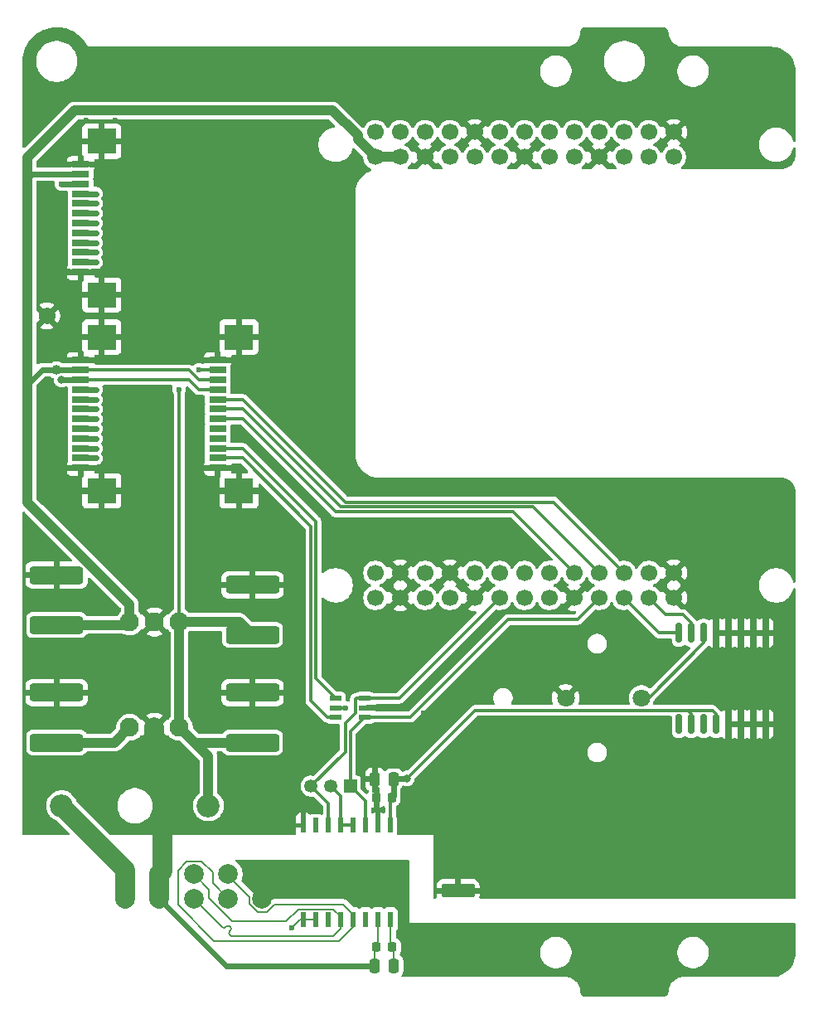
<source format=gbr>
%TF.GenerationSoftware,KiCad,Pcbnew,9.0.2*%
%TF.CreationDate,2025-06-09T15:32:08+03:00*%
%TF.ProjectId,PMCPU-LLU,504d4350-552d-44c4-9c55-2e6b69636164,rev?*%
%TF.SameCoordinates,Original*%
%TF.FileFunction,Copper,L1,Top*%
%TF.FilePolarity,Positive*%
%FSLAX46Y46*%
G04 Gerber Fmt 4.6, Leading zero omitted, Abs format (unit mm)*
G04 Created by KiCad (PCBNEW 9.0.2) date 2025-06-09 15:32:08*
%MOMM*%
%LPD*%
G01*
G04 APERTURE LIST*
G04 Aperture macros list*
%AMRoundRect*
0 Rectangle with rounded corners*
0 $1 Rounding radius*
0 $2 $3 $4 $5 $6 $7 $8 $9 X,Y pos of 4 corners*
0 Add a 4 corners polygon primitive as box body*
4,1,4,$2,$3,$4,$5,$6,$7,$8,$9,$2,$3,0*
0 Add four circle primitives for the rounded corners*
1,1,$1+$1,$2,$3*
1,1,$1+$1,$4,$5*
1,1,$1+$1,$6,$7*
1,1,$1+$1,$8,$9*
0 Add four rect primitives between the rounded corners*
20,1,$1+$1,$2,$3,$4,$5,0*
20,1,$1+$1,$4,$5,$6,$7,0*
20,1,$1+$1,$6,$7,$8,$9,0*
20,1,$1+$1,$8,$9,$2,$3,0*%
G04 Aperture macros list end*
%TA.AperFunction,ComponentPad*%
%ADD10O,6.350000X6.350000*%
%TD*%
%TA.AperFunction,SMDPad,CuDef*%
%ADD11R,1.181100X0.558800*%
%TD*%
%TA.AperFunction,ComponentPad*%
%ADD12C,1.800000*%
%TD*%
%TA.AperFunction,SMDPad,CuDef*%
%ADD13RoundRect,0.250000X2.450000X-0.650000X2.450000X0.650000X-2.450000X0.650000X-2.450000X-0.650000X0*%
%TD*%
%TA.AperFunction,ComponentPad*%
%ADD14C,1.700000*%
%TD*%
%TA.AperFunction,SMDPad,CuDef*%
%ADD15RoundRect,0.249999X1.450001X-0.450001X1.450001X0.450001X-1.450001X0.450001X-1.450001X-0.450001X0*%
%TD*%
%TA.AperFunction,SMDPad,CuDef*%
%ADD16R,0.482600X1.549400*%
%TD*%
%TA.AperFunction,SMDPad,CuDef*%
%ADD17R,1.803400X0.635000*%
%TD*%
%TA.AperFunction,SMDPad,CuDef*%
%ADD18R,2.997200X2.590800*%
%TD*%
%TA.AperFunction,ComponentPad*%
%ADD19C,1.950000*%
%TD*%
%TA.AperFunction,ComponentPad*%
%ADD20R,1.350000X1.350000*%
%TD*%
%TA.AperFunction,ComponentPad*%
%ADD21C,1.350000*%
%TD*%
%TA.AperFunction,SMDPad,CuDef*%
%ADD22RoundRect,0.250000X0.250000X0.475000X-0.250000X0.475000X-0.250000X-0.475000X0.250000X-0.475000X0*%
%TD*%
%TA.AperFunction,ComponentPad*%
%ADD23C,1.725000*%
%TD*%
%TA.AperFunction,SMDPad,CuDef*%
%ADD24RoundRect,0.225000X0.225000X0.250000X-0.225000X0.250000X-0.225000X-0.250000X0.225000X-0.250000X0*%
%TD*%
%TA.AperFunction,SMDPad,CuDef*%
%ADD25RoundRect,0.150000X0.150000X-0.875000X0.150000X0.875000X-0.150000X0.875000X-0.150000X-0.875000X0*%
%TD*%
%TA.AperFunction,ComponentPad*%
%ADD26C,2.000000*%
%TD*%
%TA.AperFunction,ComponentPad*%
%ADD27C,2.350000*%
%TD*%
%TA.AperFunction,ViaPad*%
%ADD28C,0.600000*%
%TD*%
%TA.AperFunction,ViaPad*%
%ADD29C,0.800000*%
%TD*%
%TA.AperFunction,ViaPad*%
%ADD30C,1.000000*%
%TD*%
%TA.AperFunction,Conductor*%
%ADD31C,1.000000*%
%TD*%
%TA.AperFunction,Conductor*%
%ADD32C,0.300000*%
%TD*%
%TA.AperFunction,Conductor*%
%ADD33C,0.600000*%
%TD*%
%TA.AperFunction,Conductor*%
%ADD34C,0.200000*%
%TD*%
%TA.AperFunction,Conductor*%
%ADD35C,2.000000*%
%TD*%
G04 APERTURE END LIST*
D10*
%TO.P,PE1,1*%
%TO.N,PE*%
X22000000Y-46000000D03*
%TD*%
D11*
%TO.P,U7,1,1A*%
%TO.N,/UART_RX*%
X-4533150Y-20950001D03*
%TO.P,U7,2,GND*%
%TO.N,GND_BUS*%
X-4533150Y-20000000D03*
%TO.P,U7,3,2A*%
%TO.N,/UART_TX*%
X-4533150Y-19049999D03*
%TO.P,U7,4,2Y*%
%TO.N,/UART_TX_LED*%
X-7466850Y-19049999D03*
%TO.P,U7,5,VCC*%
%TO.N,+3.3V_CPU*%
X-7466850Y-20000000D03*
%TO.P,U7,6,1Y*%
%TO.N,/UART_RX_LED*%
X-7466850Y-20950001D03*
%TD*%
D12*
%TO.P,J1,1,1*%
%TO.N,/Vbat*%
X23750000Y-19000000D03*
%TO.P,J1,2,2*%
%TO.N,GND_BUS*%
X16000000Y-19000000D03*
%TD*%
D13*
%TO.P,C3,1*%
%TO.N,+5V_CPU*%
X-36000000Y-11550000D03*
%TO.P,C3,2*%
%TO.N,GND_BUS*%
X-36000000Y-6450000D03*
%TD*%
D14*
%TO.P,U5,00,3V3*%
%TO.N,unconnected-(U5-3V3-Pad00)*%
X-3440000Y38770000D03*
%TO.P,U5,0A,RM_IO7*%
%TO.N,/SPI_MISO*%
X21960000Y38770000D03*
%TO.P,U5,0B,RM_IO8*%
%TO.N,/SPI_MOSI*%
X24500000Y38770000D03*
%TO.P,U5,0C,GND*%
%TO.N,GND_BUS*%
X27040000Y38770000D03*
%TO.P,U5,01,RM_IO0*%
%TO.N,unconnected-(U5-RM_IO0-Pad01)*%
X-900000Y38770000D03*
%TO.P,U5,1A,RM_IO11*%
%TO.N,unconnected-(U5-RM_IO11-Pad1A)*%
X21960000Y36230000D03*
%TO.P,U5,1B,RM_IO10*%
%TO.N,unconnected-(U5-RM_IO10-Pad1B)*%
X24500000Y36230000D03*
%TO.P,U5,1C,RM_IO9*%
%TO.N,unconnected-(U5-RM_IO9-Pad1C)*%
X27040000Y36230000D03*
%TO.P,U5,02,RM_IO1*%
%TO.N,unconnected-(U5-RM_IO1-Pad02)*%
X1640000Y38770000D03*
%TO.P,U5,2A,RM_IO30*%
%TO.N,/LED_0*%
X21960000Y-6230000D03*
%TO.P,U5,2B,RM_IO31*%
%TO.N,unconnected-(U5-RM_IO31-Pad2B)*%
X24500000Y-6230000D03*
%TO.P,U5,2C,GND*%
%TO.N,GND_BUS*%
X27040000Y-6230000D03*
%TO.P,U5,03,RM_IO2*%
%TO.N,/SPI_CS3*%
X4180000Y38770000D03*
%TO.P,U5,3A,RM_IO18*%
%TO.N,/I2C1_SCL*%
X21960000Y-8770000D03*
%TO.P,U5,3B,RM_IO20*%
%TO.N,/I2C1_SDA*%
X24500000Y-8770000D03*
%TO.P,U5,3C,GND*%
%TO.N,GND_BUS*%
X27040000Y-8770000D03*
%TO.P,U5,04,GND*%
X6720000Y38770000D03*
%TO.P,U5,05,RM_IO3*%
%TO.N,/SPI_CS2*%
X9260000Y38770000D03*
%TO.P,U5,06,RM_IO4*%
%TO.N,/SPI_CS1*%
X11800000Y38770000D03*
%TO.P,U5,07,RM_IO5*%
%TO.N,/SPI_CS0*%
X14340000Y38770000D03*
%TO.P,U5,08,3V3*%
%TO.N,unconnected-(U5-3V3-Pad08)*%
X16880000Y38770000D03*
%TO.P,U5,09,RM_IO6*%
%TO.N,/SPI_SCK*%
X19420000Y38770000D03*
%TO.P,U5,10,VSYS*%
%TO.N,+5V_CPU*%
X-3440000Y36230000D03*
%TO.P,U5,11,VSYS*%
X-900000Y36230000D03*
%TO.P,U5,12,GND*%
%TO.N,GND_BUS*%
X1640000Y36230000D03*
%TO.P,U5,13,RM_IO22*%
%TO.N,unconnected-(U5-RM_IO22-Pad13)*%
X4180000Y36230000D03*
%TO.P,U5,14,RM_IO23*%
%TO.N,unconnected-(U5-RM_IO23-Pad14)*%
X6720000Y36230000D03*
%TO.P,U5,15,RM_IO14*%
%TO.N,unconnected-(U5-RM_IO14-Pad15)*%
X9260000Y36230000D03*
%TO.P,U5,16,GND*%
%TO.N,GND_BUS*%
X11800000Y36230000D03*
%TO.P,U5,17,RM_IO13*%
%TO.N,unconnected-(U5-RM_IO13-Pad17)*%
X14340000Y36230000D03*
%TO.P,U5,18,RM_IO12*%
%TO.N,unconnected-(U5-RM_IO12-Pad18)*%
X16880000Y36230000D03*
%TO.P,U5,19,GND*%
%TO.N,GND_BUS*%
X19420000Y36230000D03*
%TO.P,U5,20,VSYS*%
%TO.N,unconnected-(U5-VSYS-Pad20)*%
X-3440000Y-6230000D03*
%TO.P,U5,21,GND*%
%TO.N,GND_BUS*%
X-900000Y-6230000D03*
%TO.P,U5,22,3V3*%
%TO.N,unconnected-(U5-3V3-Pad22)*%
X1640000Y-6230000D03*
%TO.P,U5,23,GND*%
%TO.N,GND_BUS*%
X4180000Y-6230000D03*
%TO.P,U5,24,RM_IO24*%
%TO.N,/I2C0_SCL*%
X6720000Y-6230000D03*
%TO.P,U5,25,RM_IO25*%
%TO.N,/I2C0_SDA*%
X9260000Y-6230000D03*
%TO.P,U5,26,RM_IO26*%
%TO.N,unconnected-(U5-RM_IO26-Pad26)*%
X11800000Y-6230000D03*
%TO.P,U5,27,RM_IO27*%
%TO.N,unconnected-(U5-RM_IO27-Pad27)*%
X14340000Y-6230000D03*
%TO.P,U5,28,RM_IO28*%
%TO.N,/LED_2*%
X16880000Y-6230000D03*
%TO.P,U5,29,RM_IO29*%
%TO.N,/LED_1*%
X19420000Y-6230000D03*
%TO.P,U5,30,1V8*%
%TO.N,unconnected-(U5-1V8-Pad30)*%
X-3440000Y-8770000D03*
%TO.P,U5,31,GND*%
%TO.N,GND_BUS*%
X-900000Y-8770000D03*
%TO.P,U5,32,ADC3*%
%TO.N,unconnected-(U5-ADC3-Pad32)*%
X1640000Y-8770000D03*
%TO.P,U5,33,ADC2*%
%TO.N,unconnected-(U5-ADC2-Pad33)*%
X4180000Y-8770000D03*
%TO.P,U5,34,GND*%
%TO.N,GND_BUS*%
X6720000Y-8770000D03*
%TO.P,U5,35,RM_IO16*%
%TO.N,/UART_TX*%
X9260000Y-8770000D03*
%TO.P,U5,36*%
%TO.N,/UART_RTS*%
X11800000Y-8770000D03*
%TO.P,U5,37*%
%TO.N,unconnected-(U5-Pad37)*%
X14340000Y-8770000D03*
%TO.P,U5,38,GND*%
%TO.N,GND_BUS*%
X16880000Y-8770000D03*
%TO.P,U5,39,RM_IO17*%
%TO.N,/UART_RX*%
X19420000Y-8770000D03*
%TD*%
D13*
%TO.P,C6,1*%
%TO.N,+3.3V_CPU*%
X-36000000Y-23550000D03*
%TO.P,C6,2*%
%TO.N,GND_BUS*%
X-36000000Y-18450000D03*
%TD*%
D15*
%TO.P,C1,1*%
%TO.N,PE*%
X5000000Y-42800000D03*
%TO.P,C1,2*%
%TO.N,GND_BUS*%
X5000000Y-38700000D03*
%TD*%
D16*
%TO.P,U4,1,VDD*%
%TO.N,+3.3V_CPU*%
X-1905000Y-32004000D03*
%TO.P,U4,2,GNDA*%
%TO.N,GND_BUS*%
X-3175000Y-32004000D03*
%TO.P,U4,3,RO*%
%TO.N,/UART_RX*%
X-4445000Y-32004000D03*
%TO.P,U4,4,RE*%
%TO.N,/UART_RTS*%
X-5715000Y-32004000D03*
%TO.P,U4,5,DE*%
X-6985000Y-32004000D03*
%TO.P,U4,6,DI*%
%TO.N,/UART_TX*%
X-8255000Y-32004000D03*
%TO.P,U4,7,NC*%
%TO.N,unconnected-(U4-NC-Pad7)*%
X-9525000Y-32004000D03*
%TO.P,U4,8,GNDA*%
%TO.N,GND_BUS*%
X-10795000Y-32004000D03*
%TO.P,U4,9,GNDB*%
X-10795000Y-41656000D03*
%TO.P,U4,10,SEL*%
X-9525000Y-41656000D03*
%TO.P,U4,11,NC*%
%TO.N,unconnected-(U4-NC-Pad11)*%
X-8255000Y-41656000D03*
%TO.P,U4,12,A*%
%TO.N,/A*%
X-6985000Y-41656000D03*
%TO.P,U4,13,B*%
%TO.N,/B*%
X-5715000Y-41656000D03*
%TO.P,U4,14,NC*%
%TO.N,unconnected-(U4-NC-Pad14)*%
X-4445000Y-41656000D03*
%TO.P,U4,15,GNDB*%
%TO.N,GND_BUS*%
X-3175000Y-41656000D03*
%TO.P,U4,16,VISO*%
%TO.N,+3.3V_BUS*%
X-1905000Y-41656000D03*
%TD*%
D17*
%TO.P,J12,1,Pin_1*%
%TO.N,GND_BUS*%
X-33556000Y4500008D03*
%TO.P,J12,2,Pin_2*%
%TO.N,Net-(J12-Pin_2)*%
X-33556000Y5500006D03*
%TO.P,J12,3,Pin_3*%
%TO.N,/I2C0_SCL*%
X-33556000Y6500004D03*
%TO.P,J12,4,Pin_4*%
%TO.N,/I2C0_SDA*%
X-33556000Y7500002D03*
%TO.P,J12,5,Pin_5*%
%TO.N,Net-(J12-Pin_5)*%
X-33556000Y8500000D03*
%TO.P,J12,6,Pin_6*%
%TO.N,Net-(J12-Pin_6)*%
X-33556000Y9500000D03*
%TO.P,J12,7,Pin_7*%
%TO.N,Net-(J12-Pin_7)*%
X-33556000Y10500000D03*
%TO.P,J12,8,Pin_8*%
%TO.N,Net-(J12-Pin_8)*%
X-33556000Y11500000D03*
%TO.P,J12,9,Pin_9*%
%TO.N,Net-(J12-Pin_9)*%
X-33556000Y12499998D03*
%TO.P,J12,10,Pin_10*%
%TO.N,+3.3V_CPU*%
X-33556000Y13499996D03*
%TO.P,J12,11,Pin_11*%
%TO.N,+5V_CPU*%
X-33556000Y14499994D03*
%TO.P,J12,12,Pin_11*%
%TO.N,GND_BUS*%
X-33556000Y15499992D03*
D18*
%TO.P,J12,13,Pin_11*%
X-31385999Y2149997D03*
X-31385999Y17850003D03*
%TD*%
D19*
%TO.P,J5,1,VIN*%
%TO.N,+24V_fuse*%
X-23460000Y-22000000D03*
%TO.P,J5,2,GND*%
%TO.N,GND_BUS*%
X-26000000Y-22000000D03*
%TO.P,J5,3,+VO*%
%TO.N,+3.3V_CPU*%
X-28540000Y-22000000D03*
%TD*%
D17*
%TO.P,J7,1,Pin_1*%
%TO.N,GND_BUS*%
X-19556000Y4500008D03*
%TO.P,J7,2,Pin_2*%
%TO.N,/UART_RX_LED*%
X-19556000Y5500006D03*
%TO.P,J7,3,Pin_3*%
%TO.N,/UART_TX_LED*%
X-19556000Y6500004D03*
%TO.P,J7,4,Pin_4*%
%TO.N,unconnected-(J7-Pin_4-Pad4)*%
X-19556000Y7500002D03*
%TO.P,J7,5,Pin_5*%
%TO.N,unconnected-(J7-Pin_5-Pad5)*%
X-19556000Y8500000D03*
%TO.P,J7,6,Pin_6*%
%TO.N,/LED_2*%
X-19556000Y9500000D03*
%TO.P,J7,7,Pin_7*%
%TO.N,/LED_1*%
X-19556000Y10500000D03*
%TO.P,J7,8,Pin_8*%
%TO.N,/LED_0*%
X-19556000Y11500000D03*
%TO.P,J7,9,Pin_9*%
%TO.N,+3.3V_CPU*%
X-19556000Y12499998D03*
%TO.P,J7,10,Pin_10*%
%TO.N,+5V_CPU*%
X-19556000Y13499996D03*
%TO.P,J7,11,Pin_11*%
%TO.N,+24V_fuse*%
X-19556000Y14499994D03*
%TO.P,J7,12,Pin_11*%
%TO.N,GND_BUS*%
X-19556000Y15499992D03*
D18*
%TO.P,J7,13,Pin_11*%
X-17385999Y2149997D03*
X-17385999Y17850003D03*
%TD*%
D20*
%TO.P,J11,1,Pin_1*%
%TO.N,/UART_RX*%
X-6000000Y-28000000D03*
D21*
%TO.P,J11,2,Pin_2*%
%TO.N,/UART_RTS*%
X-8000000Y-28000000D03*
%TO.P,J11,3,Pin_3*%
%TO.N,/UART_TX*%
X-10000000Y-28000000D03*
%TD*%
D22*
%TO.P,C10,1*%
%TO.N,+3.3V_BUS*%
X-1590000Y-46355000D03*
%TO.P,C10,2*%
%TO.N,GND_BUS*%
X-3490000Y-46355000D03*
%TD*%
%TO.P,C12,1*%
%TO.N,+3.3V_CPU*%
X-1590000Y-27305000D03*
%TO.P,C12,2*%
%TO.N,GND_BUS*%
X-3490000Y-27305000D03*
%TD*%
D19*
%TO.P,J4,1,VIN*%
%TO.N,+24V_fuse*%
X-23460000Y-11235000D03*
%TO.P,J4,2,GND*%
%TO.N,GND_BUS*%
X-26000000Y-11235000D03*
%TO.P,J4,3,+VO*%
%TO.N,+5V_CPU*%
X-28540000Y-11235000D03*
%TD*%
D23*
%TO.P,U2,1*%
%TO.N,GND_BUS*%
X-37000000Y20000000D03*
%TD*%
D24*
%TO.P,C9,1*%
%TO.N,+3.3V_BUS*%
X-1765000Y-44450000D03*
%TO.P,C9,2*%
%TO.N,GND_BUS*%
X-3315000Y-44450000D03*
%TD*%
D13*
%TO.P,C5,1*%
%TO.N,+24V_fuse*%
X-16000000Y-23550000D03*
%TO.P,C5,2*%
%TO.N,GND_BUS*%
X-16000000Y-18450000D03*
%TD*%
%TO.P,C2,1*%
%TO.N,+24V_fuse*%
X-16000000Y-12550000D03*
%TO.P,C2,2*%
%TO.N,GND_BUS*%
X-16000000Y-7450000D03*
%TD*%
D25*
%TO.P,U6,1,32KHZ*%
%TO.N,unconnected-(U6-32KHZ-Pad1)*%
X27555000Y-21650000D03*
%TO.P,U6,2,VCC*%
%TO.N,+3.3V_CPU*%
X28825000Y-21650000D03*
%TO.P,U6,3,~{INT}/SQW*%
%TO.N,unconnected-(U6-~{INT}{slash}SQW-Pad3)*%
X30095000Y-21650000D03*
%TO.P,U6,4,~{RST}*%
%TO.N,+3.3V_CPU*%
X31365000Y-21650000D03*
%TO.P,U6,5,GND*%
%TO.N,GND_BUS*%
X32635000Y-21650000D03*
%TO.P,U6,6,GND*%
X33905000Y-21650000D03*
%TO.P,U6,7,GND*%
X35175000Y-21650000D03*
%TO.P,U6,8,GND*%
X36445000Y-21650000D03*
%TO.P,U6,9,GND*%
X36445000Y-12350000D03*
%TO.P,U6,10,GND*%
X35175000Y-12350000D03*
%TO.P,U6,11,GND*%
X33905000Y-12350000D03*
%TO.P,U6,12,GND*%
X32635000Y-12350000D03*
%TO.P,U6,13,GND*%
X31365000Y-12350000D03*
%TO.P,U6,14,VBAT*%
%TO.N,/Vbat*%
X30095000Y-12350000D03*
%TO.P,U6,15,SDA*%
%TO.N,/I2C1_SDA*%
X28825000Y-12350000D03*
%TO.P,U6,16,SCL*%
%TO.N,/I2C1_SCL*%
X27555000Y-12350000D03*
%TD*%
D26*
%TO.P,J3,1,Pin_1*%
%TO.N,+24V_BUS*%
X-29000000Y-37000000D03*
%TO.P,J3,2,Pin_3*%
%TO.N,GND_BUS*%
X-25500000Y-37000000D03*
%TO.P,J3,3,3*%
%TO.N,/A*%
X-22000000Y-37000000D03*
%TO.P,J3,4,4*%
%TO.N,/B*%
X-18500000Y-37000000D03*
%TO.P,J3,5,Pin_9*%
%TO.N,PE*%
X-15000000Y-37000000D03*
%TO.P,J3,6,Pin_2*%
%TO.N,+24V_BUS*%
X-29000000Y-39500000D03*
%TO.P,J3,7,Pin_4*%
%TO.N,GND_BUS*%
X-25500000Y-39500000D03*
%TO.P,J3,8,Pin_6*%
%TO.N,/A*%
X-22000000Y-39500000D03*
%TO.P,J3,9,Pin_8*%
%TO.N,/B*%
X-18500000Y-39500000D03*
%TO.P,J3,10,Pin_10*%
%TO.N,PE*%
X-15000000Y-39500000D03*
%TD*%
D17*
%TO.P,J2,1,Pin_1*%
%TO.N,GND_BUS*%
X-33556000Y24500008D03*
%TO.P,J2,2,Pin_2*%
%TO.N,Net-(J2-Pin_2)*%
X-33556000Y25500006D03*
%TO.P,J2,3,Pin_3*%
%TO.N,/SPI_CS3*%
X-33556000Y26500004D03*
%TO.P,J2,4,Pin_4*%
%TO.N,/SPI_CS2*%
X-33556000Y27500002D03*
%TO.P,J2,5,Pin_5*%
%TO.N,/SPI_CS1*%
X-33556000Y28500000D03*
%TO.P,J2,6,Pin_6*%
%TO.N,/SPI_CS0*%
X-33556000Y29500000D03*
%TO.P,J2,7,Pin_7*%
%TO.N,/SPI_SCK*%
X-33556000Y30500000D03*
%TO.P,J2,8,Pin_8*%
%TO.N,/SPI_MISO*%
X-33556000Y31500000D03*
%TO.P,J2,9,Pin_9*%
%TO.N,/SPI_MOSI*%
X-33556000Y32499998D03*
%TO.P,J2,10,Pin_10*%
%TO.N,+3.3V_CPU*%
X-33556000Y33499996D03*
%TO.P,J2,11,Pin_11*%
%TO.N,+5V_CPU*%
X-33556000Y34499994D03*
%TO.P,J2,12,Pin_11*%
%TO.N,GND_BUS*%
X-33556000Y35499992D03*
D18*
%TO.P,J2,13,Pin_11*%
X-31385999Y22149997D03*
X-31385999Y37850003D03*
%TD*%
D24*
%TO.P,C11,1*%
%TO.N,+3.3V_CPU*%
X-1765000Y-29210000D03*
%TO.P,C11,2*%
%TO.N,GND_BUS*%
X-3315000Y-29210000D03*
%TD*%
D27*
%TO.P,U1,1,1*%
%TO.N,+24V_BUS*%
X-35500000Y-30000000D03*
%TO.P,U1,2,2*%
%TO.N,+24V_fuse*%
X-20500000Y-30000000D03*
%TD*%
D28*
%TO.N,/I2C0_SDA*%
X-32000000Y7500000D03*
%TO.N,/I2C0_SCL*%
X-32000000Y6500000D03*
%TO.N,+24V_fuse*%
X-21500000Y14500000D03*
X-23500000Y12500000D03*
%TO.N,+3.3V_CPU*%
X-6500000Y-20000000D03*
D29*
X-35500000Y13500000D03*
D28*
X-35500000Y33500000D03*
D29*
X-215000Y-27215000D03*
D28*
%TO.N,GND_BUS*%
X-29000000Y3000000D03*
X-34000000Y17000000D03*
X-34000000Y1000000D03*
X2500000Y-20500000D03*
X-12000000Y-46355000D03*
X-29000000Y17000000D03*
X-33000000Y40000000D03*
X2000000Y-21000000D03*
X1500000Y-21500000D03*
X-30000000Y0D03*
X-34000000Y23000000D03*
X-34000000Y3000000D03*
X-29000000Y21000000D03*
X-29000000Y1000000D03*
X-34000000Y19000000D03*
X-29000000Y23000000D03*
X-34000000Y37000000D03*
X2500000Y-21500000D03*
X-30000000Y20000000D03*
X-12000000Y-42500000D03*
X-29000000Y19000000D03*
X-33000000Y20000000D03*
X-34000000Y21000000D03*
X-33000000Y0D03*
X-29000000Y37000000D03*
X1500000Y-20500000D03*
X-34000000Y39000000D03*
X-29000000Y39000000D03*
X-30000000Y40000000D03*
D30*
%TO.N,+5V_CPU*%
X-36000000Y14500000D03*
X-39000000Y35500000D03*
X-39000000Y34500000D03*
D28*
%TO.N,/SPI_MISO*%
X-32000000Y31500000D03*
%TO.N,/SPI_CS2*%
X-32000000Y27500000D03*
%TO.N,/SPI_SCK*%
X-32000000Y30500000D03*
%TO.N,/SPI_CS0*%
X-32000000Y29500000D03*
%TO.N,/SPI_CS1*%
X-32000000Y28500000D03*
%TO.N,/SPI_CS3*%
X-32000000Y26500000D03*
%TO.N,/SPI_MOSI*%
X-32000000Y32500000D03*
%TO.N,Net-(J2-Pin_2)*%
X-32000000Y25500000D03*
%TO.N,Net-(J12-Pin_5)*%
X-32000000Y8500000D03*
%TO.N,Net-(J12-Pin_2)*%
X-32000000Y5500000D03*
%TO.N,Net-(J12-Pin_9)*%
X-32000000Y12500000D03*
%TO.N,Net-(J12-Pin_7)*%
X-32000000Y10500000D03*
%TO.N,Net-(J12-Pin_6)*%
X-32000000Y9500000D03*
%TO.N,Net-(J12-Pin_8)*%
X-32000000Y11500000D03*
%TD*%
D31*
%TO.N,+5V_CPU*%
X-39000000Y35500000D02*
X-39000000Y36172459D01*
X-39000000Y36172459D02*
X-34172459Y41000000D01*
X-5249000Y38039000D02*
X-3440000Y36230000D01*
X-34172459Y41000000D02*
X-7816606Y41000000D01*
X-7816606Y41000000D02*
X-5249000Y38432394D01*
X-5249000Y38432394D02*
X-5249000Y38039000D01*
D32*
%TO.N,/LED_1*%
X-17000000Y10500000D02*
X-19556000Y10500000D01*
X19420000Y-6230000D02*
X12687000Y503000D01*
X12687000Y503000D02*
X-7003000Y503000D01*
X-7003000Y503000D02*
X-17000000Y10500000D01*
%TO.N,/LED_2*%
X-17000000Y9500000D02*
X-19556000Y9500000D01*
X10648000Y2000D02*
X-7502000Y2000D01*
X-7502000Y2000D02*
X-17000000Y9500000D01*
X16880000Y-6230000D02*
X10648000Y2000D01*
%TO.N,/LED_0*%
X-17000000Y11500000D02*
X-19556000Y11500000D01*
X14726000Y1004000D02*
X-6504000Y1004000D01*
X-6504000Y1004000D02*
X-17000000Y11500000D01*
X21960000Y-6230000D02*
X14726000Y1004000D01*
D33*
%TO.N,/I2C0_SDA*%
X-33556000Y7500002D02*
X-32000002Y7500002D01*
X-32000002Y7500002D02*
X-32000000Y7500000D01*
%TO.N,/I2C0_SCL*%
X-33556000Y6500004D02*
X-32000004Y6500004D01*
X-32000004Y6500004D02*
X-32000000Y6500000D01*
D32*
%TO.N,/I2C1_SCL*%
X21960000Y-8770000D02*
X25540000Y-12350000D01*
X25540000Y-12350000D02*
X27555000Y-12350000D01*
D31*
%TO.N,+24V_fuse*%
X-21910000Y-23550000D02*
X-23460000Y-22000000D01*
D32*
X-21500000Y14500000D02*
X-21499994Y14499994D01*
D31*
X-16000000Y-23550000D02*
X-21910000Y-23550000D01*
X-20500000Y-24960000D02*
X-21910000Y-23550000D01*
D32*
X-23500000Y12500000D02*
X-23500000Y-11195000D01*
D31*
X-23460000Y-11235000D02*
X-17315000Y-11235000D01*
D32*
X-23500000Y-11195000D02*
X-23460000Y-11235000D01*
D31*
X-20500000Y-30000000D02*
X-20500000Y-24960000D01*
D32*
X-21499994Y14499994D02*
X-19556000Y14499994D01*
D31*
X-23460000Y-22000000D02*
X-23460000Y-11235000D01*
X-17315000Y-11235000D02*
X-16000000Y-12550000D01*
D32*
%TO.N,/UART_RTS*%
X-6985000Y-32004000D02*
X-5715000Y-32004000D01*
X-6985000Y-29015000D02*
X-6985000Y-32004000D01*
X-8000000Y-28000000D02*
X-6985000Y-29015000D01*
%TO.N,/UART_TX*%
X-5500000Y-20555101D02*
X-5500000Y-19126299D01*
X-5423700Y-19049999D02*
X-4533150Y-19049999D01*
X-1019999Y-19049999D02*
X-4533150Y-19049999D01*
X9260000Y-8770000D02*
X-1019999Y-19049999D01*
X-5500000Y-19126299D02*
X-5423700Y-19049999D01*
X-8255000Y-32004000D02*
X-8255000Y-29745000D01*
X-8255000Y-29745000D02*
X-10000000Y-28000000D01*
X-10000000Y-28000000D02*
X-6500000Y-24500000D01*
X-6500000Y-24500000D02*
X-6500000Y-21555101D01*
X-6500000Y-21555101D02*
X-5500000Y-20555101D01*
%TO.N,/UART_RX*%
X129345Y-20950001D02*
X10079346Y-11000000D01*
X10079346Y-11000000D02*
X17190000Y-11000000D01*
X-4445000Y-29555000D02*
X-4445000Y-32004000D01*
D34*
X-4445000Y-31655000D02*
X-4445000Y-32004000D01*
D32*
X-6000000Y-22416851D02*
X-4533150Y-20950001D01*
X-6000000Y-28000000D02*
X-6000000Y-22416851D01*
X-4533150Y-20950001D02*
X129345Y-20950001D01*
X-6000000Y-28000000D02*
X-4445000Y-29555000D01*
X17190000Y-11000000D02*
X19420000Y-8770000D01*
D35*
%TO.N,+24V_BUS*%
X-29000000Y-37000000D02*
X-29000000Y-36500000D01*
X-29000000Y-37000000D02*
X-29000000Y-39500000D01*
X-29000000Y-36500000D02*
X-35500000Y-30000000D01*
D32*
%TO.N,/Vbat*%
X30095000Y-13374999D02*
X24469999Y-19000000D01*
X24469999Y-19000000D02*
X23750000Y-19000000D01*
X30095000Y-12350000D02*
X30095000Y-13374999D01*
D34*
%TO.N,/B*%
X-5715000Y-41656000D02*
X-5715000Y-41123000D01*
X-23622000Y-40132000D02*
X-19922300Y-43832000D01*
X-7128700Y-43832000D02*
X-5715000Y-42418000D01*
X-5715000Y-42418000D02*
X-5715000Y-41656000D01*
X-20066000Y-37934000D02*
X-20066000Y-36830000D01*
X-21196000Y-35700000D02*
X-22705700Y-35700000D01*
X-16300000Y-39326000D02*
X-18500000Y-37126000D01*
X-20066000Y-36830000D02*
X-21196000Y-35700000D01*
X-6705600Y-40132000D02*
X-13793500Y-40132000D01*
X-23622000Y-36616000D02*
X-23622000Y-40132000D01*
X-14537400Y-40876000D02*
X-15462600Y-40876000D01*
X-22705700Y-35700000D02*
X-23622000Y-36616000D01*
X-18500000Y-37126000D02*
X-18500000Y-37000000D01*
X-5715000Y-41123000D02*
X-6705600Y-40132000D01*
X-16300000Y-40038000D02*
X-16300000Y-39326000D01*
X-13793500Y-40132000D02*
X-14537400Y-40876000D01*
X-19922300Y-43832000D02*
X-7128700Y-43832000D01*
X-18500000Y-39500000D02*
X-20066000Y-37934000D01*
X-15462600Y-40876000D02*
X-16300000Y-40038000D01*
%TO.N,/A*%
X-6985000Y-41310000D02*
X-7713700Y-40581000D01*
X-20447000Y-38553000D02*
X-22000000Y-37000000D01*
X-7713700Y-40581000D02*
X-11336300Y-40581000D01*
X-18168000Y-43332000D02*
X-16367645Y-43332000D01*
X-20399981Y-41100019D02*
X-20107434Y-41392566D01*
X-6985000Y-42545000D02*
X-6985000Y-41656000D01*
X-18748822Y-42411767D02*
X-18665815Y-42328757D01*
X-18324560Y-43175441D02*
X-18239706Y-43260294D01*
X-18241551Y-42753022D02*
X-18324561Y-42836029D01*
X-19626144Y-41873856D02*
X-19635581Y-41864419D01*
X-6985000Y-41656000D02*
X-6985000Y-41310000D01*
X-18055500Y-41783000D02*
X-20447000Y-39391500D01*
X-18326403Y-42328758D02*
X-18241551Y-42413610D01*
X-12538000Y-41783000D02*
X-18055500Y-41783000D01*
X-19635581Y-41864419D02*
X-19947004Y-41552996D01*
X-20447000Y-39391500D02*
X-20447000Y-38553000D01*
X-19947004Y-41552996D02*
X-20107434Y-41392566D01*
X-7772000Y-43332000D02*
X-6985000Y-42545000D01*
X-18239706Y-43260294D02*
X-18168000Y-43332000D01*
X-11336300Y-40581000D02*
X-12538000Y-41783000D01*
X-16367645Y-43332000D02*
X-7772000Y-43332000D01*
X-19626144Y-41873856D02*
X-19088234Y-42411766D01*
X-22000000Y-39500000D02*
X-20399981Y-41100019D01*
X-18241551Y-42413610D02*
G75*
G02*
X-18241567Y-42753006I-169749J-169690D01*
G01*
X-19088234Y-42411766D02*
G75*
G03*
X-18748794Y-42411795I169734J169666D01*
G01*
X-18665815Y-42328757D02*
G75*
G02*
X-18326394Y-42328748I169715J-169743D01*
G01*
X-18324561Y-42836029D02*
G75*
G03*
X-18324526Y-43175406I169661J-169671D01*
G01*
D32*
%TO.N,/UART_TX_LED*%
X-19556000Y6500004D02*
X-17000004Y6500004D01*
X-17000004Y6500004D02*
X-9499000Y-1001000D01*
X-9499000Y-17017849D02*
X-7466850Y-19049999D01*
X-9499000Y-1001000D02*
X-9499000Y-17017849D01*
%TO.N,/UART_RX_LED*%
X-10000000Y-19307401D02*
X-8357400Y-20950001D01*
X-10000000Y-1500000D02*
X-10000000Y-19307401D01*
X-19556000Y5500006D02*
X-17000006Y5500006D01*
X-8357400Y-20950001D02*
X-7466850Y-20950001D01*
X-17000006Y5500006D02*
X-10000000Y-1500000D01*
%TO.N,+3.3V_CPU*%
X28825000Y-21650000D02*
X28825000Y-20625001D01*
D33*
X-1500000Y-27215000D02*
X-1590000Y-27305000D01*
D32*
X6726000Y-20274000D02*
X28473999Y-20274000D01*
D34*
X-1765000Y-29210000D02*
X-1905000Y-29350000D01*
D32*
X-22500000Y13499996D02*
X-34500000Y13499996D01*
X-1905000Y-32004000D02*
X-1905000Y-29350000D01*
X-215000Y-27215000D02*
X6726000Y-20274000D01*
X-7466850Y-20000000D02*
X-6500000Y-20000000D01*
D31*
X-30090000Y-23550000D02*
X-28540000Y-22000000D01*
D33*
X-1590000Y-27305000D02*
X-1590000Y-29035000D01*
D32*
X31365000Y-21650000D02*
X31365000Y-20625001D01*
D33*
X-33556000Y33499996D02*
X-35499996Y33499996D01*
D34*
X-1590000Y-29035000D02*
X-1765000Y-29210000D01*
D31*
X-36000000Y-23550000D02*
X-30090000Y-23550000D01*
D33*
X-34500000Y13499996D02*
X-35499996Y13499996D01*
X-33556000Y13499996D02*
X-34500000Y13499996D01*
X-215000Y-27215000D02*
X-1500000Y-27215000D01*
D32*
X31365000Y-20625001D02*
X31013999Y-20274000D01*
D33*
X-35499996Y33499996D02*
X-35500000Y33500000D01*
D32*
X31013999Y-20274000D02*
X28473999Y-20274000D01*
X-19556000Y12499998D02*
X-21500002Y12499998D01*
X-21500002Y12499998D02*
X-22500000Y13499996D01*
D33*
X-35499996Y13499996D02*
X-35500000Y13500000D01*
D32*
X28825000Y-20625001D02*
X28473999Y-20274000D01*
D34*
%TO.N,+3.3V_BUS*%
X-1905000Y-44310000D02*
X-1905000Y-41656000D01*
X-1590000Y-46355000D02*
X-1590000Y-44625000D01*
X-1765000Y-44450000D02*
X-1905000Y-44310000D01*
X-1590000Y-44625000D02*
X-1765000Y-44450000D01*
D35*
%TO.N,GND_BUS*%
X-25199000Y-28839787D02*
X-26000000Y-28038787D01*
D34*
X-3315000Y-44450000D02*
X-3175000Y-44310000D01*
X-10795000Y-41656000D02*
X-10795000Y-42194000D01*
D33*
X-25500000Y-39500000D02*
X-18645000Y-46355000D01*
D34*
X-9525000Y-41656000D02*
X-10795000Y-41656000D01*
X-3490000Y-46355000D02*
X-3490000Y-45679300D01*
D35*
X-25199000Y-36699000D02*
X-25199000Y-28839787D01*
D33*
X-18645000Y-46355000D02*
X-3490000Y-46355000D01*
D35*
X-26000000Y-28038787D02*
X-26000000Y-22000000D01*
D34*
X-11156000Y-41656000D02*
X-12000000Y-42500000D01*
X-3175000Y-44310000D02*
X-3175000Y-41656000D01*
D35*
X-25500000Y-37000000D02*
X-25199000Y-36699000D01*
D34*
X-3490000Y-45679300D02*
X-3490000Y-44625000D01*
X-3490000Y-44625000D02*
X-3315000Y-44450000D01*
D35*
X-25500000Y-37000000D02*
X-25500000Y-39500000D01*
D34*
X-10795000Y-41656000D02*
X-11156000Y-41656000D01*
D33*
%TO.N,+5V_CPU*%
X-38500004Y13499996D02*
X-39000000Y13000000D01*
X-33556000Y34499994D02*
X-38500006Y34499994D01*
X-38500004Y13499996D02*
X-37500000Y14500000D01*
D31*
X-39000000Y13000000D02*
X-39000000Y34000000D01*
X-28540000Y-9458156D02*
X-39000000Y1001844D01*
D33*
X-38500006Y34499994D02*
X-39000000Y34000000D01*
D31*
X-39000000Y34500000D02*
X-39000000Y35500000D01*
X-36000000Y-11550000D02*
X-28855000Y-11550000D01*
X-39000000Y34000000D02*
X-39000000Y34500000D01*
D32*
X-21499996Y13499996D02*
X-19556000Y13499996D01*
X-33556000Y14499994D02*
X-22499994Y14499994D01*
D31*
X-39000000Y1001844D02*
X-39000000Y13000000D01*
D33*
X-35999994Y14499994D02*
X-36000000Y14500000D01*
D31*
X-3440000Y36230000D02*
X-900000Y36230000D01*
D33*
X-33556000Y14499994D02*
X-35999994Y14499994D01*
X-37500000Y14500000D02*
X-36000000Y14500000D01*
D31*
X-28855000Y-11550000D02*
X-28540000Y-11235000D01*
X-28540000Y-11235000D02*
X-28540000Y-9458156D01*
D32*
X-22499994Y14499994D02*
X-21499996Y13499996D01*
%TO.N,/I2C1_SDA*%
X24500000Y-8770000D02*
X26230000Y-10500000D01*
X28825000Y-11325001D02*
X28825000Y-12350000D01*
X27999999Y-10500000D02*
X28825000Y-11325001D01*
X26230000Y-10500000D02*
X27999999Y-10500000D01*
D33*
%TO.N,/SPI_MISO*%
X-33556000Y31500000D02*
X-32000000Y31500000D01*
%TO.N,/SPI_CS2*%
X-32000002Y27500002D02*
X-32000000Y27500000D01*
X-33556000Y27500002D02*
X-32000002Y27500002D01*
%TO.N,/SPI_SCK*%
X-33556000Y30500000D02*
X-32000000Y30500000D01*
%TO.N,/SPI_CS0*%
X-33556000Y29500000D02*
X-32000000Y29500000D01*
%TO.N,/SPI_CS1*%
X-33556000Y28500000D02*
X-32000000Y28500000D01*
%TO.N,/SPI_CS3*%
X-33556000Y26500004D02*
X-32000004Y26500004D01*
X-32000004Y26500004D02*
X-32000000Y26500000D01*
%TO.N,/SPI_MOSI*%
X-32000002Y32499998D02*
X-32000000Y32500000D01*
X-33556000Y32499998D02*
X-32000002Y32499998D01*
%TO.N,Net-(J2-Pin_2)*%
X-32000006Y25500006D02*
X-32000000Y25500000D01*
X-33556000Y25500006D02*
X-32000006Y25500006D01*
%TO.N,Net-(J12-Pin_5)*%
X-33556000Y8500000D02*
X-32000000Y8500000D01*
%TO.N,Net-(J12-Pin_2)*%
X-33556000Y5500006D02*
X-32000006Y5500006D01*
X-32000006Y5500006D02*
X-32000000Y5500000D01*
%TO.N,Net-(J12-Pin_9)*%
X-33555998Y12500000D02*
X-33556000Y12499998D01*
X-32000000Y12500000D02*
X-33555998Y12500000D01*
%TO.N,Net-(J12-Pin_7)*%
X-33556000Y10500000D02*
X-32000000Y10500000D01*
%TO.N,Net-(J12-Pin_6)*%
X-33556000Y9500000D02*
X-32000000Y9500000D01*
%TO.N,Net-(J12-Pin_8)*%
X-33556000Y11500000D02*
X-32000000Y11500000D01*
%TD*%
%TA.AperFunction,Conductor*%
%TO.N,PE*%
G36*
X-56961Y-35519685D02*
G01*
X-11206Y-35572489D01*
X0Y-35624000D01*
X0Y-42000000D01*
X39375500Y-42000000D01*
X39442539Y-42019685D01*
X39488294Y-42072489D01*
X39499500Y-42124000D01*
X39499500Y-44996249D01*
X39499274Y-45003736D01*
X39481728Y-45293794D01*
X39479923Y-45308659D01*
X39428219Y-45590798D01*
X39424635Y-45605336D01*
X39339306Y-45879167D01*
X39333997Y-45893168D01*
X39216275Y-46154736D01*
X39209316Y-46167995D01*
X39060928Y-46413459D01*
X39052422Y-46425782D01*
X38875526Y-46651573D01*
X38865596Y-46662781D01*
X38662781Y-46865596D01*
X38651573Y-46875526D01*
X38425782Y-47052422D01*
X38413459Y-47060928D01*
X38167995Y-47209316D01*
X38154736Y-47216275D01*
X37893168Y-47333997D01*
X37879167Y-47339306D01*
X37605336Y-47424635D01*
X37590798Y-47428219D01*
X37308659Y-47479923D01*
X37293794Y-47481728D01*
X37003736Y-47499274D01*
X36996249Y-47499500D01*
X27892682Y-47499500D01*
X27680235Y-47530044D01*
X27680225Y-47530047D01*
X27474284Y-47590517D01*
X27279061Y-47679672D01*
X27279048Y-47679679D01*
X27098485Y-47795720D01*
X26936275Y-47936275D01*
X26795720Y-48098485D01*
X26679679Y-48279048D01*
X26679672Y-48279061D01*
X26590517Y-48474284D01*
X26530047Y-48680225D01*
X26530044Y-48680235D01*
X26499500Y-48892682D01*
X26499500Y-48993038D01*
X26498720Y-49006922D01*
X26498720Y-49006923D01*
X26488540Y-49097264D01*
X26482362Y-49124333D01*
X26454648Y-49203537D01*
X26442600Y-49228555D01*
X26397957Y-49299604D01*
X26380644Y-49321313D01*
X26321313Y-49380644D01*
X26299604Y-49397957D01*
X26228555Y-49442600D01*
X26203537Y-49454648D01*
X26124333Y-49482362D01*
X26097264Y-49488540D01*
X26017075Y-49497576D01*
X26006921Y-49498720D01*
X25993038Y-49499500D01*
X18006962Y-49499500D01*
X17993078Y-49498720D01*
X17980553Y-49497308D01*
X17902735Y-49488540D01*
X17875666Y-49482362D01*
X17796462Y-49454648D01*
X17771444Y-49442600D01*
X17700395Y-49397957D01*
X17678686Y-49380644D01*
X17619355Y-49321313D01*
X17602042Y-49299604D01*
X17557399Y-49228555D01*
X17545351Y-49203537D01*
X17543861Y-49199280D01*
X17517636Y-49124331D01*
X17511459Y-49097263D01*
X17501280Y-49006922D01*
X17500500Y-48993038D01*
X17500500Y-48892683D01*
X17500500Y-48892682D01*
X17469954Y-48680231D01*
X17409484Y-48474290D01*
X17409483Y-48474288D01*
X17409482Y-48474284D01*
X17320327Y-48279061D01*
X17320320Y-48279048D01*
X17249102Y-48168231D01*
X17204281Y-48098487D01*
X17124227Y-48006100D01*
X17063724Y-47936275D01*
X16901514Y-47795720D01*
X16901513Y-47795719D01*
X16820979Y-47743963D01*
X16720951Y-47679679D01*
X16720938Y-47679672D01*
X16525715Y-47590517D01*
X16319774Y-47530047D01*
X16319764Y-47530044D01*
X16128754Y-47502582D01*
X16107318Y-47499500D01*
X16107317Y-47499500D01*
X-649969Y-47499500D01*
X-717008Y-47479815D01*
X-762763Y-47427011D01*
X-772707Y-47357853D01*
X-750153Y-47305375D01*
X-751080Y-47304803D01*
X-747290Y-47298657D01*
X-747288Y-47298656D01*
X-655186Y-47149334D01*
X-600001Y-46982797D01*
X-589500Y-46880009D01*
X-589501Y-45829992D01*
X-600001Y-45727203D01*
X-655186Y-45560666D01*
X-747288Y-45411344D01*
X-871344Y-45287288D01*
X-871345Y-45287287D01*
X-885856Y-45278337D01*
X-895105Y-45272632D01*
X-941829Y-45220686D01*
X-953052Y-45151723D01*
X-935546Y-45101997D01*
X-877997Y-45008697D01*
X-833376Y-44874038D01*
X13399500Y-44874038D01*
X13399500Y-44921750D01*
X13399500Y-45125962D01*
X13405514Y-45163934D01*
X13438910Y-45374785D01*
X13516760Y-45614383D01*
X13582461Y-45743327D01*
X13626622Y-45829998D01*
X13631132Y-45838848D01*
X13779201Y-46042649D01*
X13779205Y-46042654D01*
X13957345Y-46220794D01*
X13957350Y-46220798D01*
X14135117Y-46349952D01*
X14161155Y-46368870D01*
X14304184Y-46441747D01*
X14385616Y-46483239D01*
X14385618Y-46483239D01*
X14385621Y-46483241D01*
X14625215Y-46561090D01*
X14874038Y-46600500D01*
X14874039Y-46600500D01*
X15125961Y-46600500D01*
X15125962Y-46600500D01*
X15374785Y-46561090D01*
X15614379Y-46483241D01*
X15838845Y-46368870D01*
X16042656Y-46220793D01*
X16220793Y-46042656D01*
X16368870Y-45838845D01*
X16483241Y-45614379D01*
X16561090Y-45374785D01*
X16600500Y-45125962D01*
X16600500Y-44874038D01*
X27399500Y-44874038D01*
X27399500Y-44921750D01*
X27399500Y-45125962D01*
X27405514Y-45163934D01*
X27438910Y-45374785D01*
X27516760Y-45614383D01*
X27582461Y-45743327D01*
X27626622Y-45829998D01*
X27631132Y-45838848D01*
X27779201Y-46042649D01*
X27779205Y-46042654D01*
X27957345Y-46220794D01*
X27957350Y-46220798D01*
X28135117Y-46349952D01*
X28161155Y-46368870D01*
X28304184Y-46441747D01*
X28385616Y-46483239D01*
X28385618Y-46483239D01*
X28385621Y-46483241D01*
X28625215Y-46561090D01*
X28874038Y-46600500D01*
X28874039Y-46600500D01*
X29125961Y-46600500D01*
X29125962Y-46600500D01*
X29374785Y-46561090D01*
X29614379Y-46483241D01*
X29838845Y-46368870D01*
X30042656Y-46220793D01*
X30220793Y-46042656D01*
X30368870Y-45838845D01*
X30483241Y-45614379D01*
X30561090Y-45374785D01*
X30600500Y-45125962D01*
X30600500Y-44874038D01*
X30561090Y-44625215D01*
X30483241Y-44385621D01*
X30483239Y-44385618D01*
X30483239Y-44385616D01*
X30414013Y-44249754D01*
X30368870Y-44161155D01*
X30289775Y-44052290D01*
X30220798Y-43957350D01*
X30220794Y-43957345D01*
X30042654Y-43779205D01*
X30042649Y-43779201D01*
X29838848Y-43631132D01*
X29838847Y-43631131D01*
X29838845Y-43631130D01*
X29768747Y-43595413D01*
X29614383Y-43516760D01*
X29374785Y-43438910D01*
X29286128Y-43424868D01*
X29125962Y-43399500D01*
X28874038Y-43399500D01*
X28749626Y-43419205D01*
X28625214Y-43438910D01*
X28385616Y-43516760D01*
X28161151Y-43631132D01*
X27957350Y-43779201D01*
X27957345Y-43779205D01*
X27779205Y-43957345D01*
X27779201Y-43957350D01*
X27631132Y-44161151D01*
X27516760Y-44385616D01*
X27438910Y-44625214D01*
X27435906Y-44644181D01*
X27399500Y-44874038D01*
X16600500Y-44874038D01*
X16561090Y-44625215D01*
X16483241Y-44385621D01*
X16483239Y-44385618D01*
X16483239Y-44385616D01*
X16414013Y-44249754D01*
X16368870Y-44161155D01*
X16289775Y-44052290D01*
X16220798Y-43957350D01*
X16220794Y-43957345D01*
X16042654Y-43779205D01*
X16042649Y-43779201D01*
X15838848Y-43631132D01*
X15838847Y-43631131D01*
X15838845Y-43631130D01*
X15768747Y-43595413D01*
X15614383Y-43516760D01*
X15374785Y-43438910D01*
X15286128Y-43424868D01*
X15125962Y-43399500D01*
X14874038Y-43399500D01*
X14749626Y-43419205D01*
X14625214Y-43438910D01*
X14385616Y-43516760D01*
X14161151Y-43631132D01*
X13957350Y-43779201D01*
X13957345Y-43779205D01*
X13779205Y-43957345D01*
X13779201Y-43957350D01*
X13631132Y-44161151D01*
X13516760Y-44385616D01*
X13438910Y-44625214D01*
X13435906Y-44644181D01*
X13399500Y-44874038D01*
X-833376Y-44874038D01*
X-824651Y-44847708D01*
X-814500Y-44748345D01*
X-814501Y-44151656D01*
X-824651Y-44052292D01*
X-877997Y-43891303D01*
X-878001Y-43891297D01*
X-878002Y-43891294D01*
X-967030Y-43746959D01*
X-967033Y-43746955D01*
X-1086956Y-43627032D01*
X-1086960Y-43627029D01*
X-1231300Y-43537998D01*
X-1232905Y-43537250D01*
X-1233822Y-43536443D01*
X-1237450Y-43534205D01*
X-1237068Y-43533584D01*
X-1285344Y-43491078D01*
X-1304500Y-43424868D01*
X-1304500Y-42827307D01*
X-1284815Y-42760268D01*
X-1279774Y-42753006D01*
X-1219904Y-42673031D01*
X-1169609Y-42538183D01*
X-1163200Y-42478573D01*
X-1163201Y-40833428D01*
X-1169609Y-40773817D01*
X-1217835Y-40644517D01*
X-1219903Y-40638971D01*
X-1219907Y-40638964D01*
X-1306153Y-40523755D01*
X-1306156Y-40523752D01*
X-1421365Y-40437506D01*
X-1421372Y-40437502D01*
X-1556214Y-40387210D01*
X-1556215Y-40387209D01*
X-1556217Y-40387209D01*
X-1615827Y-40380800D01*
X-1615837Y-40380800D01*
X-2194171Y-40380800D01*
X-2194177Y-40380801D01*
X-2253784Y-40387208D01*
X-2388629Y-40437502D01*
X-2388636Y-40437506D01*
X-2465689Y-40495189D01*
X-2531153Y-40519607D01*
X-2599426Y-40504756D01*
X-2614311Y-40495189D01*
X-2691365Y-40437506D01*
X-2691372Y-40437502D01*
X-2826214Y-40387210D01*
X-2826215Y-40387209D01*
X-2826217Y-40387209D01*
X-2885827Y-40380800D01*
X-2885837Y-40380800D01*
X-3464171Y-40380800D01*
X-3464177Y-40380801D01*
X-3523784Y-40387208D01*
X-3658629Y-40437502D01*
X-3658636Y-40437506D01*
X-3735689Y-40495189D01*
X-3801153Y-40519607D01*
X-3869426Y-40504756D01*
X-3884311Y-40495189D01*
X-3961365Y-40437506D01*
X-3961372Y-40437502D01*
X-4096214Y-40387210D01*
X-4096215Y-40387209D01*
X-4096217Y-40387209D01*
X-4155827Y-40380800D01*
X-4155837Y-40380800D01*
X-4734171Y-40380800D01*
X-4734177Y-40380801D01*
X-4793784Y-40387208D01*
X-4928629Y-40437502D01*
X-4928636Y-40437506D01*
X-5005689Y-40495189D01*
X-5071153Y-40519607D01*
X-5139426Y-40504756D01*
X-5154311Y-40495189D01*
X-5231365Y-40437506D01*
X-5231372Y-40437502D01*
X-5366218Y-40387208D01*
X-5366217Y-40387208D01*
X-5425817Y-40380801D01*
X-5425819Y-40380800D01*
X-5425827Y-40380800D01*
X-5425835Y-40380800D01*
X-5556458Y-40380800D01*
X-5623497Y-40361115D01*
X-5644157Y-40344464D01*
X-6219218Y-39769171D01*
X-6219218Y-39769170D01*
X-6225051Y-39763335D01*
X-6225080Y-39763284D01*
X-6282288Y-39706076D01*
X-6336787Y-39651555D01*
X-6336793Y-39651551D01*
X-6336882Y-39651482D01*
X-6336884Y-39651480D01*
X-6336888Y-39651478D01*
X-6336890Y-39651476D01*
X-6405491Y-39611870D01*
X-6405571Y-39611824D01*
X-6473702Y-39572470D01*
X-6473763Y-39572453D01*
X-6473816Y-39572423D01*
X-6547298Y-39552733D01*
X-6547299Y-39552732D01*
X-6547299Y-39552729D01*
X-6547323Y-39552726D01*
X-6626421Y-39531514D01*
X-6626526Y-39531500D01*
X-6626543Y-39531500D01*
X-6702928Y-39531500D01*
X-6702969Y-39531499D01*
X-6792471Y-39531482D01*
X-6792745Y-39531500D01*
X-13714461Y-39531500D01*
X-13714483Y-39531494D01*
X-13800728Y-39531500D01*
X-13872570Y-39531500D01*
X-13872590Y-39531503D01*
X-13872598Y-39531504D01*
X-13872598Y-39531505D01*
X-13872635Y-39531515D01*
X-13950049Y-39552263D01*
X-13950054Y-39552264D01*
X-14025282Y-39572422D01*
X-14025317Y-39572435D01*
X-14085715Y-39607312D01*
X-14085722Y-39607316D01*
X-14162220Y-39651481D01*
X-14162233Y-39651491D01*
X-14162248Y-39651505D01*
X-14162248Y-39651506D01*
X-14205452Y-39694716D01*
X-14279048Y-39768311D01*
X-14279119Y-39768390D01*
X-14749839Y-40239175D01*
X-14811160Y-40272664D01*
X-14837526Y-40275500D01*
X-15162349Y-40275500D01*
X-15229388Y-40255815D01*
X-15250062Y-40239150D01*
X-15663213Y-39825702D01*
X-15696676Y-39764367D01*
X-15699500Y-39738052D01*
X-15699500Y-39415059D01*
X-15699499Y-39415046D01*
X-15699499Y-39246945D01*
X-15699499Y-39246943D01*
X-15740423Y-39094215D01*
X-15783571Y-39019481D01*
X-15819480Y-38957284D01*
X-15931284Y-38845480D01*
X-15931285Y-38845479D01*
X-15935615Y-38841149D01*
X-15935626Y-38841139D01*
X-17078102Y-37698663D01*
X-17111587Y-37637340D01*
X-17108353Y-37572669D01*
X-17036447Y-37351368D01*
X-16999500Y-37118097D01*
X-16999500Y-36881902D01*
X-17036447Y-36648631D01*
X-17109434Y-36424003D01*
X-17165998Y-36312991D01*
X-17216657Y-36213567D01*
X-17355483Y-36022490D01*
X-17522490Y-35855483D01*
X-17703024Y-35724317D01*
X-17745688Y-35668988D01*
X-17751667Y-35599374D01*
X-17719061Y-35537579D01*
X-17658222Y-35503222D01*
X-17630137Y-35500000D01*
X-124000Y-35500000D01*
X-56961Y-35519685D01*
G37*
%TD.AperFunction*%
%TD*%
%TA.AperFunction,Conductor*%
%TO.N,GND_BUS*%
G36*
X-8176824Y40079538D02*
G01*
X-8145965Y40055859D01*
X-7586144Y39496038D01*
X-7547580Y39429243D01*
X-7547580Y39352115D01*
X-7586144Y39285320D01*
X-7652939Y39246756D01*
X-7672054Y39242954D01*
X-7842230Y39220550D01*
X-7842233Y39220550D01*
X-8063884Y39161160D01*
X-8063885Y39161160D01*
X-8275893Y39073342D01*
X-8474616Y38958609D01*
X-8474617Y38958609D01*
X-8656662Y38818919D01*
X-8818919Y38656662D01*
X-8958609Y38474617D01*
X-8958609Y38474616D01*
X-9073342Y38275893D01*
X-9161160Y38063885D01*
X-9161160Y38063884D01*
X-9220550Y37842233D01*
X-9220550Y37842230D01*
X-9250500Y37614738D01*
X-9250500Y37385263D01*
X-9220550Y37157771D01*
X-9220550Y37157768D01*
X-9161160Y36936117D01*
X-9161160Y36936116D01*
X-9073342Y36724108D01*
X-8958609Y36525385D01*
X-8958609Y36525384D01*
X-8860856Y36397992D01*
X-8818919Y36343339D01*
X-8656661Y36181081D01*
X-8474612Y36041389D01*
X-8275888Y35926656D01*
X-8127798Y35865315D01*
X-8063885Y35838841D01*
X-7967905Y35813124D01*
X-7842238Y35779452D01*
X-7842234Y35779452D01*
X-7842232Y35779451D01*
X-7790284Y35772612D01*
X-7614737Y35749501D01*
X-7614736Y35749500D01*
X-7614734Y35749500D01*
X-7385264Y35749500D01*
X-7385264Y35749501D01*
X-7157770Y35779451D01*
X-7157768Y35779451D01*
X-7157767Y35779452D01*
X-7157762Y35779452D01*
X-6936117Y35838841D01*
X-6936116Y35838841D01*
X-6936115Y35838842D01*
X-6936113Y35838842D01*
X-6724112Y35926656D01*
X-6525388Y36041389D01*
X-6343339Y36181081D01*
X-6181081Y36343339D01*
X-6041389Y36525388D01*
X-5926656Y36724112D01*
X-5838842Y36936113D01*
X-5834916Y36950763D01*
X-5817044Y37017465D01*
X-5778481Y37084261D01*
X-5711687Y37122826D01*
X-5634559Y37122826D01*
X-5567763Y37084263D01*
X-5567762Y37084262D01*
X-4734141Y36250642D01*
X-4695577Y36183847D01*
X-4690500Y36145283D01*
X-4690500Y36131583D01*
X-4659709Y35937174D01*
X-4598884Y35749975D01*
X-4598881Y35749970D01*
X-4598879Y35749964D01*
X-4528288Y35611422D01*
X-4509524Y35574595D01*
X-4393828Y35415354D01*
X-4254646Y35276172D01*
X-4095405Y35160476D01*
X-3943329Y35082990D01*
X-3886011Y35031382D01*
X-3862177Y34958029D01*
X-3878213Y34882586D01*
X-3929821Y34825268D01*
X-3958135Y34810913D01*
X-4028109Y34784375D01*
X-4028111Y34784374D01*
X-4295965Y34643794D01*
X-4544922Y34471952D01*
X-4771352Y34271352D01*
X-4971952Y34044922D01*
X-5143794Y33795965D01*
X-5284374Y33528111D01*
X-5284380Y33528099D01*
X-5391642Y33245271D01*
X-5391645Y33245262D01*
X-5464035Y32951561D01*
X-5464037Y32951554D01*
X-5472820Y32879217D01*
X-5500500Y32651252D01*
X-5500500Y32565892D01*
X-5500500Y6065892D01*
X-5500500Y6000000D01*
X-5500500Y5848748D01*
X-5473153Y5623524D01*
X-5464037Y5548447D01*
X-5464035Y5548440D01*
X-5391645Y5254739D01*
X-5391642Y5254730D01*
X-5284380Y4971902D01*
X-5284375Y4971892D01*
X-5284373Y4971887D01*
X-5235740Y4879225D01*
X-5184716Y4782006D01*
X-5143792Y4704033D01*
X-4971950Y4455076D01*
X-4771352Y4228648D01*
X-4544924Y4028050D01*
X-4295967Y3856208D01*
X-4028113Y3715627D01*
X-4028105Y3715624D01*
X-4028099Y3715621D01*
X-3782215Y3622370D01*
X-3745266Y3608357D01*
X-3451551Y3535963D01*
X-3151252Y3499500D01*
X-3065892Y3499500D01*
X37934108Y3499500D01*
X37994683Y3499500D01*
X38005312Y3499120D01*
X38030112Y3497347D01*
X38202774Y3484998D01*
X38223803Y3481975D01*
X38412054Y3441024D01*
X38432437Y3435038D01*
X38612933Y3367716D01*
X38632265Y3358888D01*
X38801340Y3266566D01*
X38819222Y3255074D01*
X38973431Y3139634D01*
X38989497Y3125713D01*
X39125712Y2989498D01*
X39139633Y2973432D01*
X39255073Y2819223D01*
X39266567Y2801338D01*
X39358886Y2632267D01*
X39367717Y2612930D01*
X39435034Y2432448D01*
X39441024Y2412049D01*
X39481972Y2223812D01*
X39484997Y2202770D01*
X39499120Y2005314D01*
X39499500Y1994684D01*
X39499500Y-7067058D01*
X39479538Y-7141558D01*
X39425000Y-7196096D01*
X39350500Y-7216058D01*
X39276000Y-7196096D01*
X39221462Y-7141558D01*
X39206577Y-7105621D01*
X39161159Y-6936116D01*
X39161159Y-6936115D01*
X39140152Y-6885401D01*
X39073344Y-6724112D01*
X38958611Y-6525388D01*
X38958608Y-6525384D01*
X38958608Y-6525383D01*
X38818918Y-6343338D01*
X38656661Y-6181081D01*
X38474615Y-6041391D01*
X38275892Y-5926658D01*
X38275890Y-5926657D01*
X38275888Y-5926656D01*
X38209786Y-5899275D01*
X38063884Y-5838840D01*
X37842231Y-5779450D01*
X37614737Y-5749500D01*
X37614734Y-5749500D01*
X37385266Y-5749500D01*
X37385262Y-5749500D01*
X37157770Y-5779450D01*
X37157767Y-5779450D01*
X36936116Y-5838840D01*
X36936115Y-5838840D01*
X36724107Y-5926658D01*
X36525384Y-6041391D01*
X36525383Y-6041391D01*
X36343338Y-6181081D01*
X36181081Y-6343338D01*
X36041391Y-6525383D01*
X36041391Y-6525384D01*
X35926658Y-6724107D01*
X35838840Y-6936115D01*
X35838840Y-6936116D01*
X35779450Y-7157767D01*
X35779450Y-7157770D01*
X35749500Y-7385262D01*
X35749500Y-7614737D01*
X35779450Y-7842229D01*
X35779450Y-7842232D01*
X35838840Y-8063883D01*
X35838840Y-8063884D01*
X35926658Y-8275892D01*
X36041391Y-8474615D01*
X36041391Y-8474616D01*
X36181081Y-8656661D01*
X36343339Y-8818919D01*
X36525388Y-8958611D01*
X36724112Y-9073344D01*
X36903062Y-9147467D01*
X36936115Y-9161159D01*
X37032095Y-9186876D01*
X37157762Y-9220548D01*
X37157766Y-9220548D01*
X37157768Y-9220549D01*
X37209716Y-9227388D01*
X37385263Y-9250499D01*
X37385264Y-9250500D01*
X37385266Y-9250500D01*
X37614736Y-9250500D01*
X37614736Y-9250499D01*
X37842230Y-9220549D01*
X37842232Y-9220549D01*
X37842233Y-9220548D01*
X37842238Y-9220548D01*
X38063883Y-9161159D01*
X38063884Y-9161159D01*
X38063885Y-9161158D01*
X38063887Y-9161158D01*
X38275888Y-9073344D01*
X38474612Y-8958611D01*
X38656661Y-8818919D01*
X38818919Y-8656661D01*
X38958611Y-8474612D01*
X39073344Y-8275888D01*
X39161158Y-8063887D01*
X39206578Y-7894376D01*
X39245140Y-7827583D01*
X39311935Y-7789018D01*
X39389063Y-7789018D01*
X39455858Y-7827581D01*
X39494423Y-7894376D01*
X39499500Y-7932941D01*
X39499500Y-39351000D01*
X39479538Y-39425500D01*
X39425000Y-39480038D01*
X39350500Y-39500000D01*
X7330467Y-39500000D01*
X7255967Y-39480038D01*
X7201429Y-39425500D01*
X7181467Y-39351000D01*
X7187972Y-39310684D01*
X7187804Y-39310648D01*
X7188512Y-39307337D01*
X7189030Y-39304132D01*
X7189507Y-39302691D01*
X7199999Y-39199989D01*
X7200000Y-39199979D01*
X7200000Y-39000000D01*
X2800001Y-39000000D01*
X2800001Y-39199973D01*
X2810494Y-39302696D01*
X2810970Y-39304132D01*
X2811032Y-39305212D01*
X2812197Y-39310650D01*
X2811360Y-39310829D01*
X2815455Y-39381130D01*
X2780840Y-39450054D01*
X2716401Y-39492437D01*
X2669533Y-39500000D01*
X2649000Y-39500000D01*
X2574500Y-39480038D01*
X2519962Y-39425500D01*
X2500000Y-39351000D01*
X2500000Y-38200010D01*
X2800000Y-38200010D01*
X2800000Y-38400000D01*
X4700000Y-38400000D01*
X5300000Y-38400000D01*
X7199999Y-38400000D01*
X7199999Y-38200026D01*
X7189505Y-38097303D01*
X7189504Y-38097297D01*
X7134363Y-37930887D01*
X7134359Y-37930878D01*
X7042316Y-37781655D01*
X6918344Y-37657683D01*
X6769121Y-37565640D01*
X6769112Y-37565636D01*
X6602697Y-37510493D01*
X6602693Y-37510492D01*
X6499989Y-37500000D01*
X5300000Y-37500000D01*
X5300000Y-38400000D01*
X4700000Y-38400000D01*
X4700000Y-37500000D01*
X3500026Y-37500000D01*
X3397303Y-37510494D01*
X3397297Y-37510495D01*
X3230887Y-37565636D01*
X3230878Y-37565640D01*
X3081655Y-37657683D01*
X2957683Y-37781655D01*
X2865640Y-37930878D01*
X2865636Y-37930887D01*
X2810493Y-38097302D01*
X2810492Y-38097306D01*
X2800000Y-38200010D01*
X2500000Y-38200010D01*
X2500000Y-33000000D01*
X-1118802Y-33000000D01*
X-1193302Y-32980038D01*
X-1247840Y-32925500D01*
X-1267802Y-32851000D01*
X-1265968Y-32827693D01*
X-1263200Y-32810219D01*
X-1263201Y-31197782D01*
X-1278054Y-31103996D01*
X-1335650Y-30990958D01*
X-1335651Y-30990957D01*
X-1338260Y-30985836D01*
X-1354500Y-30918191D01*
X-1354500Y-30161982D01*
X-1334538Y-30087482D01*
X-1281347Y-30033731D01*
X-1153580Y-29958170D01*
X-1041830Y-29846420D01*
X-961382Y-29710390D01*
X-917291Y-29558627D01*
X-914500Y-29523163D01*
X-914501Y-29244352D01*
X-911638Y-29215282D01*
X-908986Y-29201951D01*
X-889500Y-29103993D01*
X-889500Y-28311164D01*
X-869538Y-28236664D01*
X-866082Y-28230976D01*
X-857342Y-28217287D01*
X-821919Y-28181865D01*
X-738256Y-28040398D01*
X-733134Y-28022767D01*
X-721608Y-28004717D01*
X-708417Y-27992654D01*
X-699156Y-27977363D01*
X-680445Y-27967076D01*
X-664689Y-27952669D01*
X-647234Y-27948818D01*
X-631568Y-27940206D01*
X-610221Y-27940653D01*
X-589372Y-27936054D01*
X-572331Y-27941446D01*
X-554457Y-27941821D01*
X-539007Y-27947247D01*
X-448497Y-27984737D01*
X-293842Y-28015500D01*
X-136158Y-28015500D01*
X18497Y-27984737D01*
X164179Y-27924394D01*
X295289Y-27836789D01*
X406789Y-27725289D01*
X494394Y-27594179D01*
X554737Y-27448497D01*
X585500Y-27293842D01*
X585500Y-27254743D01*
X605462Y-27180243D01*
X629141Y-27149384D01*
X3327066Y-24451459D01*
X18199500Y-24451459D01*
X18199500Y-24648541D01*
X18209206Y-24697334D01*
X18237948Y-24841834D01*
X18237949Y-24841836D01*
X18313367Y-25023912D01*
X18313368Y-25023915D01*
X18386197Y-25132911D01*
X18422861Y-25187782D01*
X18562218Y-25327139D01*
X18663357Y-25394718D01*
X18726084Y-25436631D01*
X18726085Y-25436631D01*
X18726086Y-25436632D01*
X18908165Y-25512051D01*
X19101459Y-25550500D01*
X19101460Y-25550500D01*
X19298540Y-25550500D01*
X19298541Y-25550500D01*
X19491835Y-25512051D01*
X19673914Y-25436632D01*
X19837782Y-25327139D01*
X19977139Y-25187782D01*
X20086632Y-25023914D01*
X20162051Y-24841835D01*
X20200500Y-24648541D01*
X20200500Y-24451459D01*
X20162051Y-24258165D01*
X20086632Y-24076086D01*
X19977139Y-23912218D01*
X19837782Y-23772861D01*
X19782911Y-23736197D01*
X19673915Y-23663368D01*
X19673912Y-23663367D01*
X19491836Y-23587949D01*
X19491834Y-23587948D01*
X19336989Y-23557147D01*
X19298541Y-23549500D01*
X19101459Y-23549500D01*
X19069389Y-23555878D01*
X18908165Y-23587948D01*
X18908163Y-23587949D01*
X18726087Y-23663367D01*
X18726084Y-23663368D01*
X18562219Y-23772860D01*
X18562214Y-23772864D01*
X18422864Y-23912214D01*
X18422860Y-23912219D01*
X18313368Y-24076084D01*
X18313367Y-24076087D01*
X18237949Y-24258163D01*
X18237948Y-24258165D01*
X18206574Y-24415895D01*
X18199500Y-24451459D01*
X3327066Y-24451459D01*
X6910384Y-20868141D01*
X6977179Y-20829577D01*
X7015743Y-20824500D01*
X26705500Y-20824500D01*
X26780000Y-20844462D01*
X26834538Y-20899000D01*
X26854500Y-20973500D01*
X26854500Y-22568105D01*
X26865122Y-22656563D01*
X26920638Y-22797341D01*
X26996790Y-22897763D01*
X27012078Y-22917922D01*
X27132658Y-23009361D01*
X27273436Y-23064877D01*
X27361898Y-23075500D01*
X27361899Y-23075500D01*
X27748101Y-23075500D01*
X27748102Y-23075500D01*
X27836564Y-23064877D01*
X27977342Y-23009361D01*
X28097922Y-22917922D01*
X28097921Y-22917922D01*
X28099969Y-22916370D01*
X28171393Y-22887260D01*
X28247803Y-22897763D01*
X28280031Y-22916370D01*
X28282078Y-22917922D01*
X28402658Y-23009361D01*
X28543436Y-23064877D01*
X28631898Y-23075500D01*
X28631899Y-23075500D01*
X29018101Y-23075500D01*
X29018102Y-23075500D01*
X29106564Y-23064877D01*
X29247342Y-23009361D01*
X29367922Y-22917922D01*
X29367921Y-22917922D01*
X29369969Y-22916370D01*
X29441393Y-22887260D01*
X29517803Y-22897763D01*
X29550031Y-22916370D01*
X29552078Y-22917922D01*
X29672658Y-23009361D01*
X29813436Y-23064877D01*
X29901898Y-23075500D01*
X29901899Y-23075500D01*
X30288101Y-23075500D01*
X30288102Y-23075500D01*
X30376564Y-23064877D01*
X30517342Y-23009361D01*
X30637922Y-22917922D01*
X30637921Y-22917922D01*
X30639969Y-22916370D01*
X30711393Y-22887260D01*
X30787803Y-22897763D01*
X30820031Y-22916370D01*
X30822078Y-22917922D01*
X30942658Y-23009361D01*
X31083436Y-23064877D01*
X31171898Y-23075500D01*
X31171899Y-23075500D01*
X31558101Y-23075500D01*
X31558102Y-23075500D01*
X31646564Y-23064877D01*
X31787342Y-23009361D01*
X31833269Y-22974532D01*
X31904692Y-22945423D01*
X31981102Y-22955926D01*
X32028659Y-22987898D01*
X32083442Y-23042681D01*
X32083445Y-23042683D01*
X32224803Y-23126282D01*
X32224802Y-23126282D01*
X32334999Y-23158297D01*
X32335000Y-23158297D01*
X32935000Y-23158297D01*
X33045197Y-23126282D01*
X33045202Y-23126280D01*
X33194153Y-23038191D01*
X33268440Y-23017449D01*
X33343144Y-23036630D01*
X33345847Y-23038191D01*
X33494797Y-23126280D01*
X33494802Y-23126282D01*
X33604999Y-23158297D01*
X33605000Y-23158297D01*
X34205000Y-23158297D01*
X34315197Y-23126282D01*
X34315202Y-23126280D01*
X34464153Y-23038191D01*
X34538440Y-23017449D01*
X34613144Y-23036630D01*
X34615847Y-23038191D01*
X34764797Y-23126280D01*
X34764802Y-23126282D01*
X34874999Y-23158297D01*
X34875000Y-23158297D01*
X35475000Y-23158297D01*
X35585197Y-23126282D01*
X35585202Y-23126280D01*
X35734153Y-23038191D01*
X35808440Y-23017449D01*
X35883144Y-23036630D01*
X35885847Y-23038191D01*
X36034797Y-23126280D01*
X36034802Y-23126282D01*
X36144999Y-23158297D01*
X36145000Y-23158297D01*
X36745000Y-23158297D01*
X36855197Y-23126282D01*
X36996554Y-23042683D01*
X36996557Y-23042681D01*
X37112681Y-22926557D01*
X37112683Y-22926554D01*
X37196281Y-22785197D01*
X37196281Y-22785196D01*
X37242099Y-22627493D01*
X37244999Y-22590634D01*
X37245000Y-22590634D01*
X37245000Y-21950000D01*
X36745000Y-21950000D01*
X36745000Y-23158297D01*
X36145000Y-23158297D01*
X36145000Y-21950000D01*
X35475000Y-21950000D01*
X35475000Y-23158297D01*
X34875000Y-23158297D01*
X34875000Y-21950000D01*
X34205000Y-21950000D01*
X34205000Y-23158297D01*
X33605000Y-23158297D01*
X33605000Y-21950000D01*
X32935000Y-21950000D01*
X32935000Y-23158297D01*
X32335000Y-23158297D01*
X32335000Y-20141702D01*
X32935000Y-20141702D01*
X32935000Y-21350000D01*
X33605000Y-21350000D01*
X33605000Y-20141702D01*
X34205000Y-20141702D01*
X34205000Y-21350000D01*
X34875000Y-21350000D01*
X34875000Y-20141702D01*
X35475000Y-20141702D01*
X35475000Y-21350000D01*
X36145000Y-21350000D01*
X36745000Y-21350000D01*
X37245000Y-21350000D01*
X37245000Y-20709365D01*
X37242099Y-20672506D01*
X37196281Y-20514803D01*
X37196281Y-20514802D01*
X37112683Y-20373445D01*
X37112681Y-20373442D01*
X36996557Y-20257318D01*
X36996554Y-20257316D01*
X36855198Y-20173718D01*
X36745000Y-20141702D01*
X36745000Y-21350000D01*
X36145000Y-21350000D01*
X36145000Y-20141702D01*
X36034800Y-20173719D01*
X36034798Y-20173719D01*
X35885846Y-20261809D01*
X35811559Y-20282550D01*
X35736855Y-20263368D01*
X35734154Y-20261809D01*
X35585200Y-20173719D01*
X35475000Y-20141702D01*
X34875000Y-20141702D01*
X34764800Y-20173719D01*
X34764798Y-20173719D01*
X34615846Y-20261809D01*
X34541559Y-20282550D01*
X34466855Y-20263368D01*
X34464154Y-20261809D01*
X34315200Y-20173719D01*
X34205000Y-20141702D01*
X33605000Y-20141702D01*
X33494800Y-20173719D01*
X33494798Y-20173719D01*
X33345846Y-20261809D01*
X33271559Y-20282550D01*
X33196855Y-20263368D01*
X33194154Y-20261809D01*
X33045200Y-20173719D01*
X32935000Y-20141702D01*
X32335000Y-20141702D01*
X32224801Y-20173718D01*
X32083445Y-20257316D01*
X32083442Y-20257318D01*
X32033437Y-20307323D01*
X31966642Y-20345886D01*
X31889514Y-20345886D01*
X31822719Y-20307321D01*
X31809864Y-20292662D01*
X31805512Y-20286990D01*
X31805510Y-20286986D01*
X31352014Y-19833490D01*
X31226485Y-19761016D01*
X31184849Y-19749860D01*
X31177572Y-19747910D01*
X31177570Y-19747909D01*
X31177568Y-19747908D01*
X31086476Y-19723500D01*
X31086474Y-19723500D01*
X28546474Y-19723500D01*
X25084089Y-19723500D01*
X25009589Y-19703538D01*
X24955051Y-19649000D01*
X24935089Y-19574500D01*
X24951329Y-19506855D01*
X24955217Y-19499224D01*
X24955220Y-19499219D01*
X25018477Y-19304534D01*
X25024921Y-19263844D01*
X25056291Y-19193385D01*
X25066718Y-19181804D01*
X30535510Y-13713014D01*
X30535516Y-13713002D01*
X30539861Y-13707341D01*
X30601046Y-13660383D01*
X30677514Y-13650309D01*
X30748774Y-13679818D01*
X30763438Y-13692677D01*
X30813442Y-13742681D01*
X30813445Y-13742683D01*
X30954803Y-13826282D01*
X30954802Y-13826282D01*
X31065000Y-13858297D01*
X31665000Y-13858297D01*
X31775197Y-13826282D01*
X31775202Y-13826280D01*
X31924153Y-13738191D01*
X31998440Y-13717449D01*
X32073144Y-13736630D01*
X32075847Y-13738191D01*
X32224797Y-13826280D01*
X32224802Y-13826282D01*
X32334999Y-13858297D01*
X32335000Y-13858297D01*
X32935000Y-13858297D01*
X33045197Y-13826282D01*
X33045202Y-13826280D01*
X33194153Y-13738191D01*
X33268440Y-13717449D01*
X33343144Y-13736630D01*
X33345847Y-13738191D01*
X33494797Y-13826280D01*
X33494802Y-13826282D01*
X33604999Y-13858297D01*
X33605000Y-13858297D01*
X34205000Y-13858297D01*
X34315197Y-13826282D01*
X34315202Y-13826280D01*
X34464153Y-13738191D01*
X34538440Y-13717449D01*
X34613144Y-13736630D01*
X34615847Y-13738191D01*
X34764797Y-13826280D01*
X34764802Y-13826282D01*
X34875000Y-13858297D01*
X35475000Y-13858297D01*
X35585197Y-13826282D01*
X35585202Y-13826280D01*
X35734153Y-13738191D01*
X35808440Y-13717449D01*
X35883144Y-13736630D01*
X35885847Y-13738191D01*
X36034797Y-13826280D01*
X36034802Y-13826282D01*
X36144999Y-13858297D01*
X36145000Y-13858297D01*
X36745000Y-13858297D01*
X36855197Y-13826282D01*
X36996554Y-13742683D01*
X36996557Y-13742681D01*
X37112681Y-13626557D01*
X37112683Y-13626554D01*
X37196281Y-13485197D01*
X37196281Y-13485196D01*
X37242099Y-13327493D01*
X37244999Y-13290634D01*
X37245000Y-13290634D01*
X37245000Y-12650000D01*
X36745000Y-12650000D01*
X36745000Y-13858297D01*
X36145000Y-13858297D01*
X36145000Y-12650000D01*
X35475000Y-12650000D01*
X35475000Y-13858297D01*
X34875000Y-13858297D01*
X34875000Y-12650000D01*
X34205000Y-12650000D01*
X34205000Y-13858297D01*
X33605000Y-13858297D01*
X33605000Y-12650000D01*
X32935000Y-12650000D01*
X32935000Y-13858297D01*
X32335000Y-13858297D01*
X32335000Y-12650000D01*
X31665000Y-12650000D01*
X31665000Y-13858297D01*
X31065000Y-13858297D01*
X31065000Y-10841702D01*
X31665000Y-10841702D01*
X31665000Y-12050000D01*
X32335000Y-12050000D01*
X32335000Y-10841702D01*
X32935000Y-10841702D01*
X32935000Y-12050000D01*
X33605000Y-12050000D01*
X33605000Y-10841702D01*
X34205000Y-10841702D01*
X34205000Y-12050000D01*
X34875000Y-12050000D01*
X34875000Y-10841702D01*
X35475000Y-10841702D01*
X35475000Y-12050000D01*
X36145000Y-12050000D01*
X36745000Y-12050000D01*
X37245000Y-12050000D01*
X37245000Y-11409365D01*
X37242099Y-11372506D01*
X37196281Y-11214803D01*
X37196281Y-11214802D01*
X37112683Y-11073445D01*
X37112681Y-11073442D01*
X36996557Y-10957318D01*
X36996554Y-10957316D01*
X36855198Y-10873718D01*
X36745000Y-10841702D01*
X36745000Y-12050000D01*
X36145000Y-12050000D01*
X36145000Y-10841702D01*
X36034800Y-10873719D01*
X36034798Y-10873719D01*
X35885846Y-10961809D01*
X35811559Y-10982550D01*
X35736855Y-10963368D01*
X35734154Y-10961809D01*
X35585200Y-10873719D01*
X35475000Y-10841702D01*
X34875000Y-10841702D01*
X34764800Y-10873719D01*
X34764798Y-10873719D01*
X34615846Y-10961809D01*
X34541559Y-10982550D01*
X34466855Y-10963368D01*
X34464154Y-10961809D01*
X34315200Y-10873719D01*
X34205000Y-10841702D01*
X33605000Y-10841702D01*
X33494800Y-10873719D01*
X33494798Y-10873719D01*
X33345846Y-10961809D01*
X33271559Y-10982550D01*
X33196855Y-10963368D01*
X33194154Y-10961809D01*
X33045200Y-10873719D01*
X32935000Y-10841702D01*
X32335000Y-10841702D01*
X32224800Y-10873719D01*
X32224798Y-10873719D01*
X32075846Y-10961809D01*
X32001559Y-10982550D01*
X31926855Y-10963368D01*
X31924154Y-10961809D01*
X31775200Y-10873719D01*
X31665000Y-10841702D01*
X31065000Y-10841702D01*
X30954801Y-10873718D01*
X30813445Y-10957316D01*
X30813442Y-10957318D01*
X30758657Y-11012103D01*
X30691862Y-11050666D01*
X30614734Y-11050666D01*
X30563270Y-11025467D01*
X30517342Y-10990639D01*
X30517341Y-10990638D01*
X30376563Y-10935122D01*
X30288105Y-10924500D01*
X30288102Y-10924500D01*
X29901898Y-10924500D01*
X29901894Y-10924500D01*
X29813436Y-10935122D01*
X29672658Y-10990638D01*
X29672657Y-10990639D01*
X29550030Y-11083630D01*
X29532636Y-11090719D01*
X29517800Y-11102238D01*
X29497542Y-11105021D01*
X29478606Y-11112740D01*
X29459996Y-11110182D01*
X29441391Y-11112739D01*
X29422456Y-11105021D01*
X29402196Y-11102237D01*
X29369967Y-11083629D01*
X29326499Y-11050666D01*
X29307375Y-11036163D01*
X29268368Y-10991938D01*
X29267619Y-10990641D01*
X29265510Y-10986987D01*
X28338014Y-10059490D01*
X28212484Y-9987016D01*
X28072474Y-9949500D01*
X27856954Y-9949500D01*
X27782454Y-9929538D01*
X27751595Y-9905859D01*
X27113641Y-9267905D01*
X27232993Y-9235925D01*
X27347007Y-9170099D01*
X27440099Y-9077007D01*
X27505925Y-8962993D01*
X27537905Y-8843641D01*
X28185025Y-9490761D01*
X28185026Y-9490761D01*
X28194620Y-9477557D01*
X28291093Y-9288220D01*
X28356757Y-9086128D01*
X28390000Y-8876242D01*
X28390000Y-8663757D01*
X28356757Y-8453871D01*
X28291093Y-8251779D01*
X28194624Y-8062448D01*
X28185025Y-8049237D01*
X27537905Y-8696357D01*
X27505925Y-8577007D01*
X27440099Y-8462993D01*
X27347007Y-8369901D01*
X27232993Y-8304075D01*
X27113640Y-8272093D01*
X27760761Y-7624972D01*
X27754665Y-7620544D01*
X27706126Y-7560604D01*
X27694060Y-7484426D01*
X27721699Y-7412420D01*
X27754661Y-7379458D01*
X27760761Y-7375025D01*
X27113641Y-6727905D01*
X27232993Y-6695925D01*
X27347007Y-6630099D01*
X27440099Y-6537007D01*
X27505925Y-6422993D01*
X27537905Y-6303641D01*
X28185025Y-6950761D01*
X28185026Y-6950761D01*
X28194620Y-6937557D01*
X28291093Y-6748220D01*
X28356757Y-6546128D01*
X28390000Y-6336242D01*
X28390000Y-6123757D01*
X28356757Y-5913871D01*
X28291093Y-5711779D01*
X28194624Y-5522448D01*
X28185025Y-5509237D01*
X27537905Y-6156357D01*
X27505925Y-6037007D01*
X27440099Y-5922993D01*
X27347007Y-5829901D01*
X27232993Y-5764075D01*
X27113640Y-5732093D01*
X27760761Y-5084972D01*
X27747554Y-5075377D01*
X27558220Y-4978906D01*
X27356128Y-4913242D01*
X27146242Y-4880000D01*
X26933758Y-4880000D01*
X26723871Y-4913242D01*
X26521779Y-4978906D01*
X26332443Y-5075378D01*
X26319237Y-5084972D01*
X26966358Y-5732094D01*
X26847007Y-5764075D01*
X26732993Y-5829901D01*
X26639901Y-5922993D01*
X26574075Y-6037007D01*
X26542094Y-6156358D01*
X25894972Y-5509237D01*
X25885378Y-5522444D01*
X25846923Y-5597914D01*
X25795313Y-5655230D01*
X25721960Y-5679063D01*
X25646517Y-5663026D01*
X25589201Y-5611416D01*
X25581411Y-5597926D01*
X25569524Y-5574595D01*
X25453828Y-5415354D01*
X25314646Y-5276172D01*
X25155405Y-5160476D01*
X25067413Y-5115642D01*
X24980036Y-5071121D01*
X24980030Y-5071119D01*
X24980025Y-5071116D01*
X24792826Y-5010291D01*
X24598417Y-4979500D01*
X24401583Y-4979500D01*
X24207174Y-5010291D01*
X24019975Y-5071116D01*
X24019972Y-5071117D01*
X24019963Y-5071121D01*
X23844598Y-5160474D01*
X23844593Y-5160477D01*
X23685363Y-5276165D01*
X23685352Y-5276174D01*
X23546174Y-5415352D01*
X23546165Y-5415363D01*
X23430477Y-5574593D01*
X23430474Y-5574598D01*
X23362760Y-5707495D01*
X23311151Y-5764813D01*
X23237798Y-5788647D01*
X23162356Y-5772611D01*
X23105038Y-5721002D01*
X23097240Y-5707495D01*
X23048285Y-5611416D01*
X23029524Y-5574595D01*
X22913828Y-5415354D01*
X22774646Y-5276172D01*
X22615405Y-5160476D01*
X22527413Y-5115642D01*
X22440036Y-5071121D01*
X22440030Y-5071119D01*
X22440025Y-5071116D01*
X22252826Y-5010291D01*
X22058417Y-4979500D01*
X21861583Y-4979500D01*
X21757220Y-4996029D01*
X21667176Y-5010290D01*
X21642036Y-5018459D01*
X21565014Y-5022495D01*
X21496292Y-4987479D01*
X21490635Y-4982110D01*
X15064015Y1444510D01*
X14938485Y1516984D01*
X14876444Y1533608D01*
X14876442Y1533609D01*
X14798475Y1554500D01*
X-6214258Y1554500D01*
X-6288758Y1574462D01*
X-6319617Y1598141D01*
X-16661985Y11940510D01*
X-16711375Y11969025D01*
X-16787515Y12012984D01*
X-16927525Y12050500D01*
X-18104800Y12050500D01*
X-18179300Y12070462D01*
X-18233838Y12125000D01*
X-18253800Y12199500D01*
X-18253801Y12849017D01*
X-18255749Y12861312D01*
X-18268654Y12942802D01*
X-18268656Y12942805D01*
X-18268656Y12942808D01*
X-18272279Y12953961D01*
X-18276313Y13030984D01*
X-18272276Y13046046D01*
X-18268655Y13057190D01*
X-18268655Y13057191D01*
X-18268654Y13057192D01*
X-18253800Y13150977D01*
X-18253801Y13849014D01*
X-18268654Y13942800D01*
X-18268656Y13942803D01*
X-18268656Y13942806D01*
X-18272279Y13953959D01*
X-18276313Y14030982D01*
X-18272276Y14046044D01*
X-18268655Y14057188D01*
X-18268655Y14057189D01*
X-18268654Y14057190D01*
X-18253800Y14150975D01*
X-18253801Y14833567D01*
X-18233839Y14908066D01*
X-18224079Y14922862D01*
X-18210947Y14940404D01*
X-18160702Y15075115D01*
X-18154302Y15134650D01*
X-18154300Y15134670D01*
X-18154300Y15199992D01*
X-18497394Y15199992D01*
X-18520702Y15201826D01*
X-18528995Y15203140D01*
X-18528996Y15203140D01*
X-18622781Y15217994D01*
X-18622786Y15217994D01*
X-20489219Y15217994D01*
X-20550028Y15208363D01*
X-20583004Y15203140D01*
X-20583006Y15203140D01*
X-20591296Y15201826D01*
X-20614604Y15199992D01*
X-20957700Y15199992D01*
X-21001341Y15156351D01*
X-21002367Y15157377D01*
X-21032200Y15127544D01*
X-21106700Y15107582D01*
X-21163719Y15118924D01*
X-21295671Y15173580D01*
X-21295675Y15173581D01*
X-21431007Y15200500D01*
X-21568993Y15200500D01*
X-21704326Y15173581D01*
X-21704330Y15173580D01*
X-21831810Y15120776D01*
X-21831816Y15120773D01*
X-21946539Y15044117D01*
X-21946546Y15044111D01*
X-22010240Y14980417D01*
X-22077035Y14941854D01*
X-22154163Y14941854D01*
X-22190097Y14956738D01*
X-22287510Y15012979D01*
X-22427519Y15050494D01*
X-32005300Y15050494D01*
X-32079800Y15070456D01*
X-32134338Y15124994D01*
X-32154300Y15199494D01*
X-32154300Y15199992D01*
X-32497394Y15199992D01*
X-32520702Y15201826D01*
X-32528995Y15203140D01*
X-32528996Y15203140D01*
X-32622781Y15217994D01*
X-32622786Y15217994D01*
X-34489219Y15217994D01*
X-34552075Y15208039D01*
X-34583004Y15203140D01*
X-34583006Y15203140D01*
X-34588127Y15202328D01*
X-34611435Y15200494D01*
X-35382307Y15200494D01*
X-35456807Y15220456D01*
X-35465087Y15225605D01*
X-35573452Y15298013D01*
X-35573454Y15298014D01*
X-35737333Y15365894D01*
X-35737337Y15365895D01*
X-35911309Y15400500D01*
X-36088691Y15400500D01*
X-36262664Y15365895D01*
X-36262668Y15365894D01*
X-36426547Y15298014D01*
X-36426549Y15298013D01*
X-36534904Y15225611D01*
X-36607938Y15200819D01*
X-36617684Y15200500D01*
X-37568993Y15200500D01*
X-37677410Y15178936D01*
X-37677409Y15178935D01*
X-37704329Y15173581D01*
X-37831811Y15120776D01*
X-37867722Y15096781D01*
X-37940757Y15071990D01*
X-38016403Y15087038D01*
X-38074390Y15137893D01*
X-38099181Y15210928D01*
X-38099500Y15220671D01*
X-38099500Y15865315D01*
X-34957700Y15865315D01*
X-34957700Y15799992D01*
X-33856000Y15799992D01*
X-33856000Y16317492D01*
X-34505523Y16317492D01*
X-34505543Y16317491D01*
X-34565078Y16311091D01*
X-34699785Y16260847D01*
X-34699795Y16260842D01*
X-34814888Y16174683D01*
X-34814891Y16174680D01*
X-34901050Y16059587D01*
X-34901055Y16059577D01*
X-34951299Y15924870D01*
X-34957699Y15865335D01*
X-34957700Y15865315D01*
X-38099500Y15865315D01*
X-38099500Y16506763D01*
X-33384599Y16506763D01*
X-33380914Y16472493D01*
X-33370674Y16463295D01*
X-33330500Y16452530D01*
X-33275962Y16397992D01*
X-33256000Y16323492D01*
X-33256000Y15799992D01*
X-32154300Y15799992D01*
X-32154300Y15862198D01*
X-32154598Y15865315D01*
X-20957700Y15865315D01*
X-20957700Y15799992D01*
X-19856000Y15799992D01*
X-19856000Y16317492D01*
X-20505523Y16317492D01*
X-20505543Y16317491D01*
X-20565078Y16311091D01*
X-20699785Y16260847D01*
X-20699795Y16260842D01*
X-20814888Y16174683D01*
X-20814891Y16174680D01*
X-20901050Y16059587D01*
X-20901055Y16059577D01*
X-20951299Y15924870D01*
X-20957699Y15865335D01*
X-20957700Y15865315D01*
X-32154598Y15865315D01*
X-32157095Y15891414D01*
X-32150843Y15928633D01*
X-32145034Y15965883D01*
X-32144468Y15966586D01*
X-32144318Y15967476D01*
X-32120293Y15996586D01*
X-32096638Y16025938D01*
X-32095798Y16026264D01*
X-32095222Y16026960D01*
X-32059849Y16040161D01*
X-32024699Y16053749D01*
X-32023224Y16053829D01*
X-32022961Y16053926D01*
X-32022583Y16053863D01*
X-32008772Y16054603D01*
X-31685999Y16054603D01*
X-31085999Y16054603D01*
X-29839576Y16054603D01*
X-29839557Y16054605D01*
X-29780022Y16061005D01*
X-29645315Y16111249D01*
X-29645305Y16111254D01*
X-29530212Y16197413D01*
X-29530209Y16197416D01*
X-29444050Y16312509D01*
X-29444045Y16312519D01*
X-29393801Y16447226D01*
X-29387401Y16506761D01*
X-29387401Y16506763D01*
X-19384599Y16506763D01*
X-19380914Y16472493D01*
X-19370674Y16463295D01*
X-19330500Y16452530D01*
X-19275962Y16397992D01*
X-19256000Y16323492D01*
X-19256000Y15799992D01*
X-18154300Y15799992D01*
X-18154300Y15865315D01*
X-18154302Y15865335D01*
X-18156918Y15889676D01*
X-18145034Y15965883D01*
X-18096638Y16025938D01*
X-18024699Y16053749D01*
X-18008772Y16054603D01*
X-17685999Y16054603D01*
X-17085999Y16054603D01*
X-15839576Y16054603D01*
X-15839557Y16054605D01*
X-15780022Y16061005D01*
X-15645315Y16111249D01*
X-15645305Y16111254D01*
X-15530212Y16197413D01*
X-15530209Y16197416D01*
X-15444050Y16312509D01*
X-15444045Y16312519D01*
X-15393801Y16447226D01*
X-15387401Y16506761D01*
X-15387399Y16506781D01*
X-15387399Y17550003D01*
X-17085999Y17550003D01*
X-17085999Y16054603D01*
X-17685999Y16054603D01*
X-17685999Y17550003D01*
X-19384599Y17550003D01*
X-19384599Y16506763D01*
X-29387401Y16506763D01*
X-29387399Y16506781D01*
X-29387399Y17550003D01*
X-31085999Y17550003D01*
X-31085999Y16054603D01*
X-31685999Y16054603D01*
X-31685999Y17550003D01*
X-33384599Y17550003D01*
X-33384599Y16506763D01*
X-38099500Y16506763D01*
X-38099500Y19263046D01*
X-38079538Y19337546D01*
X-38055859Y19368405D01*
X-37559144Y19865121D01*
X-37535815Y19778058D01*
X-37460115Y19646942D01*
X-37353058Y19539885D01*
X-37221942Y19464185D01*
X-37134880Y19440857D01*
X-37729712Y18846026D01*
X-37729712Y18846025D01*
X-37714109Y18834688D01*
X-37523018Y18737323D01*
X-37523015Y18737321D01*
X-37319053Y18671050D01*
X-37107226Y18637500D01*
X-36892774Y18637500D01*
X-36680948Y18671050D01*
X-36476986Y18737321D01*
X-36476983Y18737323D01*
X-36285895Y18834687D01*
X-36285887Y18834692D01*
X-36270290Y18846025D01*
X-36270289Y18846025D01*
X-36617490Y19193226D01*
X-33384599Y19193226D01*
X-33384599Y18150003D01*
X-31685999Y18150003D01*
X-31085999Y18150003D01*
X-29387399Y18150003D01*
X-29387399Y19193226D01*
X-19384599Y19193226D01*
X-19384599Y18150003D01*
X-17685999Y18150003D01*
X-17085999Y18150003D01*
X-15387399Y18150003D01*
X-15387399Y19193226D01*
X-15387401Y19193246D01*
X-15393801Y19252781D01*
X-15444045Y19387488D01*
X-15444050Y19387498D01*
X-15530209Y19502591D01*
X-15530212Y19502594D01*
X-15645305Y19588753D01*
X-15645315Y19588758D01*
X-15780023Y19639002D01*
X-15780021Y19639002D01*
X-15839557Y19645402D01*
X-15839576Y19645403D01*
X-17085999Y19645403D01*
X-17085999Y18150003D01*
X-17685999Y18150003D01*
X-17685999Y19645403D01*
X-18932422Y19645403D01*
X-18932442Y19645402D01*
X-18991977Y19639002D01*
X-19126684Y19588758D01*
X-19126694Y19588753D01*
X-19241787Y19502594D01*
X-19241790Y19502591D01*
X-19327949Y19387498D01*
X-19327954Y19387488D01*
X-19378198Y19252781D01*
X-19384598Y19193246D01*
X-19384599Y19193226D01*
X-29387399Y19193226D01*
X-29387401Y19193246D01*
X-29393801Y19252781D01*
X-29444045Y19387488D01*
X-29444050Y19387498D01*
X-29530209Y19502591D01*
X-29530212Y19502594D01*
X-29645305Y19588753D01*
X-29645315Y19588758D01*
X-29780023Y19639002D01*
X-29780021Y19639002D01*
X-29839557Y19645402D01*
X-29839576Y19645403D01*
X-31085999Y19645403D01*
X-31085999Y18150003D01*
X-31685999Y18150003D01*
X-31685999Y19645403D01*
X-32932422Y19645403D01*
X-32932442Y19645402D01*
X-32991977Y19639002D01*
X-33126684Y19588758D01*
X-33126694Y19588753D01*
X-33241787Y19502594D01*
X-33241790Y19502591D01*
X-33327949Y19387498D01*
X-33327954Y19387488D01*
X-33378198Y19252781D01*
X-33384598Y19193246D01*
X-33384599Y19193226D01*
X-36617490Y19193226D01*
X-36865121Y19440857D01*
X-36778058Y19464185D01*
X-36646942Y19539885D01*
X-36539885Y19646942D01*
X-36464185Y19778058D01*
X-36440857Y19865121D01*
X-35846026Y19270290D01*
X-35835476Y19284807D01*
X-35835475Y19284809D01*
X-35834694Y19285883D01*
X-35834687Y19285895D01*
X-35737323Y19476983D01*
X-35737321Y19476986D01*
X-35671050Y19680948D01*
X-35637500Y19892774D01*
X-35637500Y20107227D01*
X-35671050Y20319053D01*
X-35737321Y20523015D01*
X-35737323Y20523018D01*
X-35834688Y20714109D01*
X-35846025Y20729712D01*
X-35846026Y20729712D01*
X-36440858Y20134881D01*
X-36464185Y20221942D01*
X-36539885Y20353058D01*
X-36646942Y20460115D01*
X-36778058Y20535815D01*
X-36865123Y20559144D01*
X-36617492Y20806775D01*
X-33384599Y20806775D01*
X-33384598Y20806755D01*
X-33378198Y20747220D01*
X-33327954Y20612513D01*
X-33327949Y20612503D01*
X-33241790Y20497410D01*
X-33241787Y20497407D01*
X-33126694Y20411248D01*
X-33126684Y20411243D01*
X-32991976Y20360999D01*
X-32991978Y20360999D01*
X-32932442Y20354599D01*
X-32932422Y20354597D01*
X-31685999Y20354597D01*
X-31085999Y20354597D01*
X-29839576Y20354597D01*
X-29839557Y20354599D01*
X-29780022Y20360999D01*
X-29645315Y20411243D01*
X-29645305Y20411248D01*
X-29530212Y20497407D01*
X-29530209Y20497410D01*
X-29444050Y20612503D01*
X-29444045Y20612513D01*
X-29393801Y20747220D01*
X-29387401Y20806755D01*
X-29387399Y20806775D01*
X-29387399Y21849997D01*
X-31085999Y21849997D01*
X-31085999Y20354597D01*
X-31685999Y20354597D01*
X-31685999Y21849997D01*
X-33384599Y21849997D01*
X-33384599Y20806775D01*
X-36617492Y20806775D01*
X-36270290Y21153976D01*
X-36270290Y21153977D01*
X-36285891Y21165312D01*
X-36285893Y21165313D01*
X-36476983Y21262678D01*
X-36476986Y21262680D01*
X-36680948Y21328951D01*
X-36892774Y21362500D01*
X-37107226Y21362500D01*
X-37319053Y21328951D01*
X-37523015Y21262680D01*
X-37523024Y21262676D01*
X-37714108Y21165314D01*
X-37729712Y21153978D01*
X-37729712Y21153976D01*
X-37134880Y20559144D01*
X-37221942Y20535815D01*
X-37353058Y20460115D01*
X-37460115Y20353058D01*
X-37535815Y20221942D01*
X-37559144Y20134880D01*
X-38055859Y20631595D01*
X-38094423Y20698390D01*
X-38099500Y20736954D01*
X-38099500Y23449305D01*
X-33384599Y23449305D01*
X-33384599Y22449997D01*
X-31685999Y22449997D01*
X-31085999Y22449997D01*
X-29387399Y22449997D01*
X-29387399Y23493220D01*
X-29387401Y23493240D01*
X-29393801Y23552775D01*
X-29444045Y23687482D01*
X-29444050Y23687492D01*
X-29530209Y23802585D01*
X-29530212Y23802588D01*
X-29645305Y23888747D01*
X-29645315Y23888752D01*
X-29780023Y23938996D01*
X-29780021Y23938996D01*
X-29839557Y23945396D01*
X-29839576Y23945397D01*
X-31085999Y23945397D01*
X-31085999Y22449997D01*
X-31685999Y22449997D01*
X-31685999Y23945397D01*
X-32008772Y23945397D01*
X-32083272Y23965359D01*
X-32137810Y24019897D01*
X-32157772Y24094397D01*
X-32156918Y24110324D01*
X-32154302Y24134666D01*
X-32154300Y24134686D01*
X-32154300Y24200008D01*
X-33256000Y24200008D01*
X-33256000Y23676508D01*
X-33257945Y23669251D01*
X-33256724Y23661838D01*
X-33267820Y23632399D01*
X-33275962Y23602008D01*
X-33281275Y23596696D01*
X-33283924Y23589665D01*
X-33384599Y23449305D01*
X-38099500Y23449305D01*
X-38099500Y24134686D01*
X-34957700Y24134686D01*
X-34957699Y24134666D01*
X-34951299Y24075131D01*
X-34901055Y23940424D01*
X-34901050Y23940414D01*
X-34814891Y23825321D01*
X-34814888Y23825318D01*
X-34699795Y23739159D01*
X-34699785Y23739154D01*
X-34565077Y23688910D01*
X-34565079Y23688910D01*
X-34505543Y23682510D01*
X-34505523Y23682508D01*
X-33856000Y23682508D01*
X-33856000Y24200008D01*
X-34957700Y24200008D01*
X-34957700Y24134686D01*
X-38099500Y24134686D01*
X-38099500Y33650494D01*
X-38079538Y33724994D01*
X-38025000Y33779532D01*
X-37950500Y33799494D01*
X-36336208Y33799494D01*
X-36261708Y33779532D01*
X-36207170Y33724994D01*
X-36187208Y33650494D01*
X-36190071Y33621426D01*
X-36200499Y33569001D01*
X-36200500Y33568990D01*
X-36200500Y33431003D01*
X-36173581Y33295673D01*
X-36173580Y33295671D01*
X-36120780Y33168198D01*
X-36120777Y33168192D01*
X-36120775Y33168189D01*
X-36044114Y33053457D01*
X-35946539Y32955882D01*
X-35831807Y32879221D01*
X-35831803Y32879220D01*
X-35831799Y32879217D01*
X-35729821Y32836977D01*
X-35704324Y32826416D01*
X-35568990Y32799496D01*
X-35568989Y32799496D01*
X-35007200Y32799496D01*
X-34932700Y32779534D01*
X-34878162Y32724996D01*
X-34858200Y32650496D01*
X-34858200Y32150979D01*
X-34843347Y32057195D01*
X-34839724Y32046047D01*
X-34835685Y31969025D01*
X-34839722Y31953958D01*
X-34843346Y31942807D01*
X-34843346Y31942804D01*
X-34858200Y31849019D01*
X-34858200Y31849016D01*
X-34858200Y31849015D01*
X-34858200Y31150981D01*
X-34843347Y31057198D01*
X-34839723Y31046046D01*
X-34832430Y31000001D01*
X-34832430Y30999999D01*
X-34839722Y30953957D01*
X-34843346Y30942806D01*
X-34843346Y30942804D01*
X-34858200Y30849019D01*
X-34858200Y30849016D01*
X-34858200Y30849015D01*
X-34858200Y30150981D01*
X-34843347Y30057198D01*
X-34839723Y30046046D01*
X-34832430Y30000001D01*
X-34832430Y29999999D01*
X-34839722Y29953957D01*
X-34843346Y29942806D01*
X-34843346Y29942804D01*
X-34858200Y29849019D01*
X-34858200Y29849016D01*
X-34858200Y29849015D01*
X-34858200Y29150981D01*
X-34843347Y29057198D01*
X-34839723Y29046046D01*
X-34832430Y29000001D01*
X-34832430Y28999999D01*
X-34839722Y28953957D01*
X-34843346Y28942806D01*
X-34843346Y28942804D01*
X-34858200Y28849019D01*
X-34858200Y28849016D01*
X-34858200Y28849015D01*
X-34858200Y28150981D01*
X-34843347Y28057197D01*
X-34839724Y28046049D01*
X-34835685Y27969027D01*
X-34839722Y27953960D01*
X-34843346Y27942809D01*
X-34849712Y27902613D01*
X-34858200Y27849021D01*
X-34858200Y27849018D01*
X-34858200Y27849017D01*
X-34858200Y27150983D01*
X-34843347Y27057199D01*
X-34839724Y27046051D01*
X-34835685Y26969029D01*
X-34839722Y26953962D01*
X-34843346Y26942811D01*
X-34843346Y26942808D01*
X-34858200Y26849023D01*
X-34858200Y26849020D01*
X-34858200Y26849019D01*
X-34858200Y26150985D01*
X-34843347Y26057201D01*
X-34839724Y26046053D01*
X-34835685Y25969031D01*
X-34839722Y25953964D01*
X-34843346Y25942813D01*
X-34843346Y25942810D01*
X-34858200Y25849025D01*
X-34858200Y25849022D01*
X-34858200Y25849021D01*
X-34858200Y25166436D01*
X-34878162Y25091936D01*
X-34887916Y25077149D01*
X-34901049Y25059605D01*
X-34901055Y25059594D01*
X-34951299Y24924886D01*
X-34957699Y24865351D01*
X-34957700Y24865331D01*
X-34957700Y24800008D01*
X-34614606Y24800008D01*
X-34591298Y24798174D01*
X-34583006Y24796861D01*
X-34583004Y24796860D01*
X-34489219Y24782006D01*
X-32622782Y24782007D01*
X-32622781Y24782007D01*
X-32603744Y24785023D01*
X-32528996Y24796860D01*
X-32528995Y24796861D01*
X-32523873Y24797672D01*
X-32500565Y24799506D01*
X-32076413Y24799506D01*
X-32076291Y24799500D01*
X-32068993Y24799500D01*
X-31931007Y24799500D01*
X-31795672Y24826420D01*
X-31668189Y24879225D01*
X-31553458Y24955886D01*
X-31455886Y25053458D01*
X-31379225Y25168189D01*
X-31326420Y25295672D01*
X-31299500Y25431007D01*
X-31299500Y25568993D01*
X-31326420Y25704328D01*
X-31329799Y25712485D01*
X-31348293Y25757134D01*
X-31379225Y25831811D01*
X-31436294Y25917220D01*
X-31461086Y25990254D01*
X-31446040Y26065900D01*
X-31436302Y26082767D01*
X-31379225Y26168188D01*
X-31326420Y26295671D01*
X-31299500Y26431006D01*
X-31299500Y26568994D01*
X-31326420Y26704328D01*
X-31336981Y26729825D01*
X-31379221Y26831803D01*
X-31379228Y26831816D01*
X-31395139Y26855629D01*
X-31436295Y26917223D01*
X-31461086Y26990255D01*
X-31446039Y27065901D01*
X-31436300Y27082771D01*
X-31379225Y27168189D01*
X-31326420Y27295671D01*
X-31299500Y27431006D01*
X-31299500Y27568994D01*
X-31326420Y27704328D01*
X-31336981Y27729825D01*
X-31379221Y27831803D01*
X-31379228Y27831816D01*
X-31395139Y27855629D01*
X-31436295Y27917223D01*
X-31461086Y27990255D01*
X-31446039Y28065901D01*
X-31436293Y28082781D01*
X-31390723Y28150981D01*
X-31379225Y28168189D01*
X-31326420Y28295672D01*
X-31299500Y28431007D01*
X-31299500Y28568993D01*
X-31326420Y28704328D01*
X-31379225Y28831811D01*
X-31436294Y28917220D01*
X-31461086Y28990254D01*
X-31446040Y29065900D01*
X-31436293Y29082781D01*
X-31390723Y29150981D01*
X-31379225Y29168189D01*
X-31326420Y29295672D01*
X-31299500Y29431007D01*
X-31299500Y29568993D01*
X-31326420Y29704328D01*
X-31379225Y29831811D01*
X-31436294Y29917220D01*
X-31461086Y29990254D01*
X-31446040Y30065900D01*
X-31436293Y30082781D01*
X-31390723Y30150981D01*
X-31379225Y30168189D01*
X-31326420Y30295672D01*
X-31299500Y30431007D01*
X-31299500Y30568993D01*
X-31326420Y30704328D01*
X-31379225Y30831811D01*
X-31436294Y30917220D01*
X-31461086Y30990254D01*
X-31446040Y31065900D01*
X-31436293Y31082781D01*
X-31390723Y31150981D01*
X-31379225Y31168189D01*
X-31326420Y31295672D01*
X-31299500Y31431007D01*
X-31299500Y31568993D01*
X-31326420Y31704328D01*
X-31379225Y31831811D01*
X-31436294Y31917220D01*
X-31461086Y31990254D01*
X-31446040Y32065900D01*
X-31436300Y32082771D01*
X-31379225Y32168189D01*
X-31326420Y32295672D01*
X-31299500Y32431006D01*
X-31299500Y32568994D01*
X-31326420Y32704329D01*
X-31357571Y32779534D01*
X-31379223Y32831808D01*
X-31379225Y32831811D01*
X-31455886Y32946543D01*
X-31553457Y33044114D01*
X-31668189Y33120775D01*
X-31668188Y33120775D01*
X-31668193Y33120778D01*
X-31795670Y33173580D01*
X-31795674Y33173581D01*
X-31931006Y33200500D01*
X-32068994Y33200500D01*
X-32076333Y33200500D01*
X-32076373Y33200498D01*
X-32104800Y33200498D01*
X-32179300Y33220460D01*
X-32233838Y33274998D01*
X-32253800Y33349498D01*
X-32253801Y33849015D01*
X-32256173Y33863993D01*
X-32268654Y33942800D01*
X-32268656Y33942803D01*
X-32268656Y33942806D01*
X-32272279Y33953959D01*
X-32276313Y34030982D01*
X-32272276Y34046044D01*
X-32268655Y34057188D01*
X-32268655Y34057189D01*
X-32268654Y34057190D01*
X-32253800Y34150975D01*
X-32253801Y34833567D01*
X-32233839Y34908066D01*
X-32224079Y34922862D01*
X-32210947Y34940404D01*
X-32160702Y35075115D01*
X-32154302Y35134650D01*
X-32154300Y35134670D01*
X-32154300Y35199992D01*
X-32497394Y35199992D01*
X-32520702Y35201826D01*
X-32528995Y35203140D01*
X-32528996Y35203140D01*
X-32622781Y35217994D01*
X-32622786Y35217994D01*
X-34489219Y35217994D01*
X-34552075Y35208039D01*
X-34583004Y35203140D01*
X-34583006Y35203140D01*
X-34588127Y35202328D01*
X-34611435Y35200494D01*
X-37950500Y35200494D01*
X-38025000Y35220456D01*
X-38079538Y35274994D01*
X-38099500Y35349494D01*
X-38099500Y35737741D01*
X-38094423Y35756689D01*
X-38094423Y35776305D01*
X-38084616Y35793293D01*
X-38079538Y35812241D01*
X-38055859Y35843100D01*
X-38033644Y35865315D01*
X-34957700Y35865315D01*
X-34957700Y35799992D01*
X-33856000Y35799992D01*
X-33856000Y36317492D01*
X-34505523Y36317492D01*
X-34505543Y36317491D01*
X-34565078Y36311091D01*
X-34699785Y36260847D01*
X-34699795Y36260842D01*
X-34814888Y36174683D01*
X-34814891Y36174680D01*
X-34901050Y36059587D01*
X-34901055Y36059577D01*
X-34951299Y35924870D01*
X-34957699Y35865335D01*
X-34957700Y35865315D01*
X-38033644Y35865315D01*
X-37392196Y36506763D01*
X-33384599Y36506763D01*
X-33380914Y36472493D01*
X-33370674Y36463295D01*
X-33330500Y36452530D01*
X-33275962Y36397992D01*
X-33256000Y36323492D01*
X-33256000Y35799992D01*
X-32154300Y35799992D01*
X-32154300Y35865315D01*
X-32154302Y35865335D01*
X-32156918Y35889676D01*
X-32145034Y35965883D01*
X-32096638Y36025938D01*
X-32024699Y36053749D01*
X-32008772Y36054603D01*
X-31685999Y36054603D01*
X-31085999Y36054603D01*
X-29839576Y36054603D01*
X-29839557Y36054605D01*
X-29780022Y36061005D01*
X-29645315Y36111249D01*
X-29645305Y36111254D01*
X-29530212Y36197413D01*
X-29530209Y36197416D01*
X-29444050Y36312509D01*
X-29444045Y36312519D01*
X-29393801Y36447226D01*
X-29387401Y36506761D01*
X-29387399Y36506781D01*
X-29387399Y37550003D01*
X-31085999Y37550003D01*
X-31085999Y36054603D01*
X-31685999Y36054603D01*
X-31685999Y37550003D01*
X-33384599Y37550003D01*
X-33384599Y36506763D01*
X-37392196Y36506763D01*
X-34705733Y39193226D01*
X-33384599Y39193226D01*
X-33384599Y38150003D01*
X-31685999Y38150003D01*
X-31085999Y38150003D01*
X-29387399Y38150003D01*
X-29387399Y39193226D01*
X-29387401Y39193246D01*
X-29393801Y39252781D01*
X-29444045Y39387488D01*
X-29444050Y39387498D01*
X-29530209Y39502591D01*
X-29530212Y39502594D01*
X-29645305Y39588753D01*
X-29645315Y39588758D01*
X-29780023Y39639002D01*
X-29780021Y39639002D01*
X-29839557Y39645402D01*
X-29839576Y39645403D01*
X-31085999Y39645403D01*
X-31085999Y38150003D01*
X-31685999Y38150003D01*
X-31685999Y39645403D01*
X-32932422Y39645403D01*
X-32932442Y39645402D01*
X-32991977Y39639002D01*
X-33126684Y39588758D01*
X-33126694Y39588753D01*
X-33241787Y39502594D01*
X-33241790Y39502591D01*
X-33327949Y39387498D01*
X-33327954Y39387488D01*
X-33378198Y39252781D01*
X-33384598Y39193246D01*
X-33384599Y39193226D01*
X-34705733Y39193226D01*
X-33843100Y40055859D01*
X-33776305Y40094423D01*
X-33737741Y40099500D01*
X-8251324Y40099500D01*
X-8176824Y40079538D01*
G37*
%TD.AperFunction*%
%TA.AperFunction,Conductor*%
G36*
X-22621871Y12821611D02*
G01*
X-22564406Y12785877D01*
X-21838017Y12059488D01*
X-21734978Y11999999D01*
X-21716650Y11989418D01*
X-21713563Y11987500D01*
X-21712492Y11987016D01*
X-21712489Y11987016D01*
X-21712487Y11987014D01*
X-21572477Y11949498D01*
X-21572476Y11949498D01*
X-21427528Y11949498D01*
X-21007200Y11949498D01*
X-20932700Y11929536D01*
X-20878162Y11874998D01*
X-20858200Y11800498D01*
X-20858200Y11150981D01*
X-20843347Y11057198D01*
X-20839723Y11046046D01*
X-20832430Y11000001D01*
X-20832430Y10999999D01*
X-20839722Y10953957D01*
X-20843346Y10942806D01*
X-20843346Y10942804D01*
X-20858200Y10849019D01*
X-20858200Y10849016D01*
X-20858200Y10849015D01*
X-20858200Y10150981D01*
X-20843347Y10057198D01*
X-20839723Y10046046D01*
X-20832430Y10000001D01*
X-20832430Y9999999D01*
X-20839722Y9953957D01*
X-20843346Y9942806D01*
X-20843346Y9942804D01*
X-20858200Y9849019D01*
X-20858200Y9849016D01*
X-20858200Y9849015D01*
X-20858200Y9150981D01*
X-20843347Y9057198D01*
X-20839723Y9046046D01*
X-20832430Y9000001D01*
X-20832430Y8999999D01*
X-20839722Y8953957D01*
X-20843346Y8942806D01*
X-20843346Y8942804D01*
X-20858200Y8849019D01*
X-20858200Y8849018D01*
X-20858200Y8849015D01*
X-20858200Y8150981D01*
X-20843347Y8057197D01*
X-20839724Y8046049D01*
X-20835685Y7969027D01*
X-20839722Y7953960D01*
X-20843346Y7942809D01*
X-20849712Y7902613D01*
X-20858200Y7849021D01*
X-20858200Y7849020D01*
X-20858200Y7849017D01*
X-20858200Y7150983D01*
X-20843347Y7057199D01*
X-20839724Y7046051D01*
X-20835685Y6969029D01*
X-20839722Y6953962D01*
X-20843346Y6942811D01*
X-20847399Y6917220D01*
X-20858200Y6849023D01*
X-20858200Y6849020D01*
X-20858200Y6849019D01*
X-20858200Y6150985D01*
X-20843347Y6057201D01*
X-20839724Y6046053D01*
X-20835685Y5969031D01*
X-20839722Y5953964D01*
X-20843346Y5942813D01*
X-20843346Y5942810D01*
X-20858200Y5849025D01*
X-20858200Y5849022D01*
X-20858200Y5849021D01*
X-20858200Y5166436D01*
X-20878162Y5091936D01*
X-20887916Y5077149D01*
X-20901049Y5059605D01*
X-20901055Y5059594D01*
X-20951299Y4924886D01*
X-20957699Y4865351D01*
X-20957700Y4865331D01*
X-20957700Y4800008D01*
X-20614606Y4800008D01*
X-20591298Y4798174D01*
X-20583006Y4796861D01*
X-20583004Y4796860D01*
X-20489219Y4782006D01*
X-18622782Y4782007D01*
X-18622781Y4782007D01*
X-18605666Y4784718D01*
X-18528996Y4796860D01*
X-18528994Y4796862D01*
X-18520704Y4798174D01*
X-18497396Y4800008D01*
X-18154300Y4800008D01*
X-18154300Y4800506D01*
X-18134338Y4875006D01*
X-18079800Y4929544D01*
X-18005300Y4949506D01*
X-17289749Y4949506D01*
X-17215249Y4929544D01*
X-17184390Y4905865D01*
X-16478281Y4199756D01*
X-16439717Y4132961D01*
X-16439717Y4055833D01*
X-16478281Y3989038D01*
X-16545076Y3950474D01*
X-16583640Y3945397D01*
X-17085999Y3945397D01*
X-17085999Y2449997D01*
X-15387399Y2449997D01*
X-15387399Y2749156D01*
X-15367437Y2823656D01*
X-15312899Y2878194D01*
X-15238399Y2898156D01*
X-15163899Y2878194D01*
X-15133040Y2854515D01*
X-10594141Y-1684384D01*
X-10555577Y-1751179D01*
X-10550500Y-1789743D01*
X-10550500Y-19379879D01*
X-10521793Y-19487015D01*
X-10512986Y-19519883D01*
X-10466443Y-19600498D01*
X-10440510Y-19645416D01*
X-8695415Y-21390511D01*
X-8569885Y-21462985D01*
X-8429875Y-21500501D01*
X-8414410Y-21500501D01*
X-8339910Y-21520463D01*
X-8309051Y-21544142D01*
X-8295742Y-21557451D01*
X-8182704Y-21615047D01*
X-8088919Y-21629901D01*
X-7199500Y-21629900D01*
X-7125000Y-21649862D01*
X-7070462Y-21704400D01*
X-7050500Y-21778900D01*
X-7050500Y-24210256D01*
X-7070462Y-24284756D01*
X-7094141Y-24315615D01*
X-9678375Y-26899848D01*
X-9745170Y-26938412D01*
X-9807041Y-26941655D01*
X-9831174Y-26937833D01*
X-9915356Y-26924500D01*
X-10084644Y-26924500D01*
X-10251834Y-26950980D01*
X-10251847Y-26950982D01*
X-10412852Y-27003295D01*
X-10563687Y-27080151D01*
X-10563688Y-27080151D01*
X-10700640Y-27179653D01*
X-10700643Y-27179655D01*
X-10820345Y-27299357D01*
X-10820347Y-27299360D01*
X-10919849Y-27436312D01*
X-10919849Y-27436313D01*
X-10996705Y-27587148D01*
X-10998989Y-27594179D01*
X-11049018Y-27748153D01*
X-11075500Y-27915356D01*
X-11075500Y-28084644D01*
X-11049018Y-28251847D01*
X-11036168Y-28291394D01*
X-10996705Y-28412851D01*
X-10919849Y-28563686D01*
X-10919849Y-28563687D01*
X-10912661Y-28573580D01*
X-10820346Y-28700641D01*
X-10700641Y-28820346D01*
X-10563685Y-28919850D01*
X-10465669Y-28969791D01*
X-10412852Y-28996704D01*
X-10412850Y-28996704D01*
X-10412849Y-28996705D01*
X-10251847Y-29049018D01*
X-10084644Y-29075500D01*
X-10084639Y-29075500D01*
X-9915361Y-29075500D01*
X-9915356Y-29075500D01*
X-9807038Y-29058344D01*
X-9730336Y-29066407D01*
X-9678374Y-29100151D01*
X-8849141Y-29929383D01*
X-8810577Y-29996178D01*
X-8805500Y-30034742D01*
X-8805500Y-30783088D01*
X-8825462Y-30857588D01*
X-8880000Y-30912126D01*
X-8954500Y-30932088D01*
X-9029000Y-30912126D01*
X-9042078Y-30903633D01*
X-9045357Y-30901251D01*
X-9045358Y-30901250D01*
X-9131049Y-30857588D01*
X-9158395Y-30843654D01*
X-9174027Y-30841178D01*
X-9252181Y-30828800D01*
X-9252186Y-30828800D01*
X-9797819Y-30828800D01*
X-9891605Y-30843654D01*
X-9891607Y-30843655D01*
X-9944618Y-30870666D01*
X-10004642Y-30901250D01*
X-10004643Y-30901250D01*
X-10015090Y-30906574D01*
X-10016913Y-30902996D01*
X-10068078Y-30922591D01*
X-10144247Y-30910466D01*
X-10186267Y-30876936D01*
X-10188976Y-30879646D01*
X-10196513Y-30872109D01*
X-10311606Y-30785950D01*
X-10311616Y-30785945D01*
X-10446324Y-30735701D01*
X-10446322Y-30735701D01*
X-10505858Y-30729301D01*
X-10505877Y-30729300D01*
X-10553700Y-30729300D01*
X-10553700Y-31855000D01*
X-10573662Y-31929500D01*
X-10628200Y-31984038D01*
X-10702700Y-32004000D01*
X-10795000Y-32004000D01*
X-10795000Y-32096300D01*
X-10814962Y-32170800D01*
X-10869500Y-32225338D01*
X-10944000Y-32245300D01*
X-11536300Y-32245300D01*
X-11536300Y-32826529D01*
X-11535381Y-32835075D01*
X-11547267Y-32911282D01*
X-11595663Y-32971336D01*
X-11667603Y-32999147D01*
X-11683528Y-33000000D01*
X-30457676Y-33000000D01*
X-30532176Y-32980038D01*
X-30563035Y-32956359D01*
X-33637411Y-29881983D01*
X-29800500Y-29881983D01*
X-29800500Y-30118016D01*
X-29769695Y-30352006D01*
X-29769694Y-30352012D01*
X-29769693Y-30352014D01*
X-29763030Y-30376882D01*
X-29708605Y-30579996D01*
X-29618281Y-30798056D01*
X-29557693Y-30902996D01*
X-29500273Y-31002450D01*
X-29356592Y-31189699D01*
X-29189699Y-31356592D01*
X-29002450Y-31500273D01*
X-28939346Y-31536706D01*
X-28798057Y-31618280D01*
X-28798054Y-31618281D01*
X-28798049Y-31618284D01*
X-28579993Y-31708606D01*
X-28352014Y-31769693D01*
X-28352008Y-31769693D01*
X-28352007Y-31769694D01*
X-28288397Y-31778068D01*
X-28118011Y-31800500D01*
X-27881989Y-31800500D01*
X-27647986Y-31769693D01*
X-27420007Y-31708606D01*
X-27201951Y-31618284D01*
X-26997550Y-31500273D01*
X-26810301Y-31356592D01*
X-26643408Y-31189699D01*
X-26499727Y-31002450D01*
X-26381716Y-30798049D01*
X-26291394Y-30579993D01*
X-26230307Y-30352014D01*
X-26199500Y-30118011D01*
X-26199500Y-29881989D01*
X-26230307Y-29647986D01*
X-26291394Y-29420007D01*
X-26381716Y-29201951D01*
X-26381719Y-29201946D01*
X-26381720Y-29201943D01*
X-26454723Y-29075499D01*
X-26499727Y-28997550D01*
X-26643408Y-28810301D01*
X-26810301Y-28643408D01*
X-26997550Y-28499727D01*
X-27023987Y-28484463D01*
X-27201944Y-28381719D01*
X-27420004Y-28291395D01*
X-27420006Y-28291394D01*
X-27420007Y-28291394D01*
X-27647986Y-28230307D01*
X-27647988Y-28230306D01*
X-27647994Y-28230305D01*
X-27881984Y-28199500D01*
X-27881989Y-28199500D01*
X-28118011Y-28199500D01*
X-28118017Y-28199500D01*
X-28352007Y-28230305D01*
X-28579997Y-28291395D01*
X-28798057Y-28381719D01*
X-29002449Y-28499726D01*
X-29002450Y-28499727D01*
X-29189699Y-28643408D01*
X-29189701Y-28643409D01*
X-29189705Y-28643413D01*
X-29356587Y-28810295D01*
X-29356591Y-28810299D01*
X-29356592Y-28810301D01*
X-29395781Y-28861373D01*
X-29500274Y-28997551D01*
X-29618281Y-29201943D01*
X-29708605Y-29420003D01*
X-29769695Y-29647993D01*
X-29800500Y-29881983D01*
X-33637411Y-29881983D01*
X-33974084Y-29545310D01*
X-34010432Y-29485994D01*
X-34039924Y-29395227D01*
X-34039925Y-29395224D01*
X-34039927Y-29395218D01*
X-34152511Y-29174258D01*
X-34152513Y-29174255D01*
X-34152514Y-29174253D01*
X-34298274Y-28973633D01*
X-34298276Y-28973630D01*
X-34473630Y-28798276D01*
X-34509395Y-28772291D01*
X-34674254Y-28652513D01*
X-34674262Y-28652509D01*
X-34895207Y-28539932D01*
X-34895213Y-28539930D01*
X-34895218Y-28539927D01*
X-34963393Y-28517775D01*
X-35131070Y-28463293D01*
X-35270815Y-28441160D01*
X-35376005Y-28424500D01*
X-35623995Y-28424500D01*
X-35718987Y-28439545D01*
X-35868931Y-28463293D01*
X-36092696Y-28536000D01*
X-36104782Y-28539927D01*
X-36104785Y-28539928D01*
X-36104794Y-28539932D01*
X-36325739Y-28652509D01*
X-36325747Y-28652513D01*
X-36526367Y-28798273D01*
X-36701727Y-28973633D01*
X-36847487Y-29174253D01*
X-36847491Y-29174261D01*
X-36960068Y-29395206D01*
X-36960075Y-29395224D01*
X-37036707Y-29631069D01*
X-37063005Y-29797112D01*
X-37075500Y-29876005D01*
X-37075500Y-30123995D01*
X-37058840Y-30229185D01*
X-37036707Y-30368930D01*
X-36982225Y-30536607D01*
X-36960073Y-30604782D01*
X-36960070Y-30604787D01*
X-36960068Y-30604793D01*
X-36866049Y-30789315D01*
X-36853456Y-30814032D01*
X-36847491Y-30825738D01*
X-36847487Y-30825746D01*
X-36719103Y-31002450D01*
X-36701724Y-31026370D01*
X-36526370Y-31201724D01*
X-36526367Y-31201726D01*
X-36325747Y-31347486D01*
X-36325745Y-31347487D01*
X-36325742Y-31347489D01*
X-36104782Y-31460073D01*
X-36104774Y-31460075D01*
X-36104773Y-31460076D01*
X-36014006Y-31489568D01*
X-35954690Y-31525916D01*
X-34734965Y-32745641D01*
X-34696401Y-32812436D01*
X-34696401Y-32889564D01*
X-34734965Y-32956359D01*
X-34801760Y-32994923D01*
X-34840324Y-33000000D01*
X-39350500Y-33000000D01*
X-39425000Y-32980038D01*
X-39479538Y-32925500D01*
X-39499500Y-32851000D01*
X-39499500Y-19149973D01*
X-39199999Y-19149973D01*
X-39189506Y-19252696D01*
X-39134358Y-19419121D01*
X-39042320Y-19568340D01*
X-38918341Y-19692319D01*
X-38769122Y-19784357D01*
X-38602698Y-19839505D01*
X-38602689Y-19839507D01*
X-38499985Y-19849999D01*
X-36300000Y-19849999D01*
X-35700000Y-19849999D01*
X-33500026Y-19849999D01*
X-33397304Y-19839505D01*
X-33230879Y-19784357D01*
X-33081660Y-19692319D01*
X-32957681Y-19568340D01*
X-32865643Y-19419121D01*
X-32810495Y-19252697D01*
X-32810493Y-19252688D01*
X-32800001Y-19149989D01*
X-32800000Y-19149979D01*
X-32800000Y-18750000D01*
X-35700000Y-18750000D01*
X-35700000Y-19849999D01*
X-36300000Y-19849999D01*
X-36300000Y-18750000D01*
X-39199999Y-18750000D01*
X-39199999Y-19149973D01*
X-39499500Y-19149973D01*
X-39499500Y-17750010D01*
X-39200000Y-17750010D01*
X-39200000Y-18150000D01*
X-36300000Y-18150000D01*
X-35700000Y-18150000D01*
X-32800001Y-18150000D01*
X-32800001Y-17750026D01*
X-32810495Y-17647303D01*
X-32865643Y-17480878D01*
X-32957681Y-17331659D01*
X-33081660Y-17207680D01*
X-33230879Y-17115642D01*
X-33397303Y-17060494D01*
X-33397312Y-17060492D01*
X-33500011Y-17050000D01*
X-35700000Y-17050000D01*
X-35700000Y-18150000D01*
X-36300000Y-18150000D01*
X-36300000Y-17050000D01*
X-38499974Y-17050000D01*
X-38602697Y-17060494D01*
X-38769122Y-17115642D01*
X-38918341Y-17207680D01*
X-39042320Y-17331659D01*
X-39134358Y-17480878D01*
X-39189506Y-17647302D01*
X-39189508Y-17647311D01*
X-39200000Y-17750010D01*
X-39499500Y-17750010D01*
X-39499500Y-7149973D01*
X-39199999Y-7149973D01*
X-39189506Y-7252696D01*
X-39134358Y-7419121D01*
X-39042320Y-7568340D01*
X-38918341Y-7692319D01*
X-38769122Y-7784357D01*
X-38602698Y-7839505D01*
X-38602689Y-7839507D01*
X-38499985Y-7849999D01*
X-36300000Y-7849999D01*
X-36300000Y-6750000D01*
X-39199999Y-6750000D01*
X-39199999Y-7149973D01*
X-39499500Y-7149973D01*
X-39499500Y-5750010D01*
X-39200000Y-5750010D01*
X-39200000Y-6150000D01*
X-36300000Y-6150000D01*
X-36300000Y-5050000D01*
X-38499974Y-5050000D01*
X-38602697Y-5060494D01*
X-38769122Y-5115642D01*
X-38918341Y-5207680D01*
X-39042320Y-5331659D01*
X-39134358Y-5480878D01*
X-39189506Y-5647302D01*
X-39189508Y-5647311D01*
X-39200000Y-5750010D01*
X-39499500Y-5750010D01*
X-39499500Y-131874D01*
X-39479538Y-57374D01*
X-39425000Y-2836D01*
X-39350500Y17126D01*
X-39276000Y-2836D01*
X-39245141Y-26515D01*
X-34476015Y-4795641D01*
X-34437451Y-4862436D01*
X-34437451Y-4939564D01*
X-34476015Y-5006359D01*
X-34542810Y-5044923D01*
X-34581374Y-5050000D01*
X-35700000Y-5050000D01*
X-35700000Y-7849999D01*
X-33500026Y-7849999D01*
X-33397304Y-7839505D01*
X-33230879Y-7784357D01*
X-33081660Y-7692319D01*
X-32957681Y-7568340D01*
X-32865643Y-7419121D01*
X-32810495Y-7252697D01*
X-32810493Y-7252688D01*
X-32800001Y-7149989D01*
X-32800001Y-6831373D01*
X-32780039Y-6756873D01*
X-32725501Y-6702335D01*
X-32651001Y-6682373D01*
X-32576501Y-6702335D01*
X-32545642Y-6726014D01*
X-29484141Y-9787515D01*
X-29474334Y-9804502D01*
X-29460462Y-9818374D01*
X-29455385Y-9837322D01*
X-29445577Y-9854310D01*
X-29440500Y-9892874D01*
X-29440500Y-10128532D01*
X-29460462Y-10203032D01*
X-29484141Y-10233890D01*
X-29589163Y-10338912D01*
X-29589169Y-10338918D01*
X-29589172Y-10338922D01*
X-29589175Y-10338926D01*
X-29589179Y-10338931D01*
X-29716432Y-10514079D01*
X-29716433Y-10514079D01*
X-29743980Y-10568145D01*
X-29795589Y-10625462D01*
X-29868943Y-10649296D01*
X-29876740Y-10649500D01*
X-32857414Y-10649500D01*
X-32931914Y-10629538D01*
X-32985665Y-10576347D01*
X-33031919Y-10498135D01*
X-33148135Y-10381919D01*
X-33245139Y-10324551D01*
X-33289600Y-10298257D01*
X-33289601Y-10298256D01*
X-33289602Y-10298256D01*
X-33355721Y-10279046D01*
X-33447429Y-10252402D01*
X-33447428Y-10252402D01*
X-33458494Y-10251531D01*
X-33484306Y-10249500D01*
X-38515694Y-10249500D01*
X-38540278Y-10251434D01*
X-38552572Y-10252402D01*
X-38710401Y-10298257D01*
X-38851864Y-10381918D01*
X-38851867Y-10381920D01*
X-38968080Y-10498133D01*
X-38968082Y-10498136D01*
X-39051743Y-10639599D01*
X-39097598Y-10797428D01*
X-39097598Y-10797431D01*
X-39100500Y-10834306D01*
X-39100500Y-12265694D01*
X-39098415Y-12292185D01*
X-39097598Y-12302571D01*
X-39094060Y-12314747D01*
X-39054620Y-12450500D01*
X-39051743Y-12460400D01*
X-39030375Y-12496531D01*
X-38968081Y-12601865D01*
X-38851865Y-12718081D01*
X-38710398Y-12801744D01*
X-38552572Y-12847597D01*
X-38552573Y-12847597D01*
X-38552569Y-12847598D01*
X-38515694Y-12850500D01*
X-38515687Y-12850500D01*
X-33484313Y-12850500D01*
X-33484306Y-12850500D01*
X-33447431Y-12847598D01*
X-33289602Y-12801744D01*
X-33148135Y-12718081D01*
X-33031919Y-12601865D01*
X-32985665Y-12523652D01*
X-32930559Y-12469689D01*
X-32857414Y-12450500D01*
X-29220019Y-12450500D01*
X-29152374Y-12466740D01*
X-29068012Y-12509725D01*
X-29068010Y-12509725D01*
X-29068009Y-12509726D01*
X-29025146Y-12523653D01*
X-28862103Y-12576628D01*
X-28862097Y-12576630D01*
X-28648254Y-12610500D01*
X-28648249Y-12610500D01*
X-28431751Y-12610500D01*
X-28431746Y-12610500D01*
X-28217903Y-12576630D01*
X-28011991Y-12509726D01*
X-27819081Y-12411433D01*
X-27643922Y-12284172D01*
X-27490828Y-12131078D01*
X-27452036Y-12077685D01*
X-27392100Y-12029149D01*
X-27315921Y-12017083D01*
X-27244609Y-12044457D01*
X-27234517Y-12045251D01*
X-26621754Y-11432487D01*
X-26576022Y-11542890D01*
X-26504888Y-11649351D01*
X-26414351Y-11739888D01*
X-26307890Y-11811022D01*
X-26197489Y-11856752D01*
X-26810253Y-12469516D01*
X-26773070Y-12496531D01*
X-26773070Y-12496532D01*
X-26566210Y-12601933D01*
X-26566198Y-12601937D01*
X-26345397Y-12673680D01*
X-26116080Y-12710000D01*
X-25883920Y-12710000D01*
X-25654604Y-12673680D01*
X-25433803Y-12601937D01*
X-25433791Y-12601933D01*
X-25226935Y-12496533D01*
X-25189750Y-12469515D01*
X-25802512Y-11856752D01*
X-25692110Y-11811022D01*
X-25585649Y-11739888D01*
X-25495112Y-11649351D01*
X-25423978Y-11542890D01*
X-25378248Y-11432487D01*
X-24765484Y-12045251D01*
X-24747224Y-12043814D01*
X-24729110Y-12029147D01*
X-24713615Y-12026692D01*
X-24699648Y-12019557D01*
X-24676163Y-12020761D01*
X-24652931Y-12017082D01*
X-24638287Y-12022703D01*
X-24622621Y-12023507D01*
X-24607379Y-12034568D01*
X-24580926Y-12044723D01*
X-24557889Y-12065443D01*
X-24552604Y-12071300D01*
X-24509172Y-12131078D01*
X-24401435Y-12238815D01*
X-24398882Y-12241644D01*
X-24383017Y-12272696D01*
X-24365577Y-12302903D01*
X-24364881Y-12308193D01*
X-24363791Y-12310326D01*
X-24364018Y-12314747D01*
X-24360500Y-12341467D01*
X-24360500Y-20893532D01*
X-24380462Y-20968032D01*
X-24404141Y-20998890D01*
X-24509163Y-21103912D01*
X-24509169Y-21103919D01*
X-24509172Y-21103922D01*
X-24509175Y-21103925D01*
X-24509175Y-21103926D01*
X-24547963Y-21157313D01*
X-24607904Y-21205851D01*
X-24684082Y-21217916D01*
X-24755394Y-21190541D01*
X-24765484Y-21189747D01*
X-25378248Y-21802510D01*
X-25423978Y-21692110D01*
X-25495112Y-21585649D01*
X-25585649Y-21495112D01*
X-25692110Y-21423978D01*
X-25802513Y-21378246D01*
X-25189749Y-20765483D01*
X-25226934Y-20738466D01*
X-25433791Y-20633066D01*
X-25433803Y-20633062D01*
X-25654604Y-20561319D01*
X-25883920Y-20525000D01*
X-26116080Y-20525000D01*
X-26345397Y-20561319D01*
X-26566198Y-20633062D01*
X-26566210Y-20633066D01*
X-26773068Y-20738467D01*
X-26810253Y-20765483D01*
X-26197489Y-21378247D01*
X-26307890Y-21423978D01*
X-26414351Y-21495112D01*
X-26504888Y-21585649D01*
X-26576022Y-21692110D01*
X-26621753Y-21802511D01*
X-27234517Y-21189747D01*
X-27252785Y-21191185D01*
X-27270894Y-21205850D01*
X-27347073Y-21217915D01*
X-27419077Y-21190273D01*
X-27452035Y-21157316D01*
X-27490828Y-21103922D01*
X-27643922Y-20950828D01*
X-27654955Y-20942812D01*
X-27654955Y-20942811D01*
X-27819080Y-20823568D01*
X-27819079Y-20823568D01*
X-27819081Y-20823567D01*
X-27933077Y-20765483D01*
X-28011986Y-20725276D01*
X-28011990Y-20725274D01*
X-28011991Y-20725274D01*
X-28074848Y-20704850D01*
X-28217898Y-20658371D01*
X-28217897Y-20658371D01*
X-28217903Y-20658370D01*
X-28431746Y-20624500D01*
X-28648254Y-20624500D01*
X-28836292Y-20654282D01*
X-28862104Y-20658371D01*
X-29068003Y-20725272D01*
X-29068015Y-20725276D01*
X-29260921Y-20823568D01*
X-29436069Y-20950821D01*
X-29436071Y-20950823D01*
X-29436078Y-20950828D01*
X-29589172Y-21103922D01*
X-29589175Y-21103925D01*
X-29589179Y-21103931D01*
X-29716432Y-21279079D01*
X-29814724Y-21471985D01*
X-29814728Y-21471997D01*
X-29881629Y-21677896D01*
X-29881630Y-21677903D01*
X-29915500Y-21891746D01*
X-29915500Y-21891750D01*
X-29915500Y-22040282D01*
X-29935462Y-22114782D01*
X-29959141Y-22145641D01*
X-30419359Y-22605859D01*
X-30486154Y-22644423D01*
X-30524718Y-22649500D01*
X-32857414Y-22649500D01*
X-32931914Y-22629538D01*
X-32985665Y-22576347D01*
X-33014252Y-22528009D01*
X-33031919Y-22498135D01*
X-33148135Y-22381919D01*
X-33249289Y-22322097D01*
X-33289600Y-22298257D01*
X-33289601Y-22298256D01*
X-33289602Y-22298256D01*
X-33355721Y-22279046D01*
X-33447429Y-22252402D01*
X-33447428Y-22252402D01*
X-33458494Y-22251531D01*
X-33484306Y-22249500D01*
X-38515694Y-22249500D01*
X-38540278Y-22251434D01*
X-38552572Y-22252402D01*
X-38710401Y-22298257D01*
X-38851864Y-22381918D01*
X-38851867Y-22381920D01*
X-38968080Y-22498133D01*
X-38968082Y-22498136D01*
X-39051743Y-22639599D01*
X-39097598Y-22797428D01*
X-39097598Y-22797431D01*
X-39100500Y-22834306D01*
X-39100500Y-24265694D01*
X-39099000Y-24284756D01*
X-39097598Y-24302571D01*
X-39093808Y-24315615D01*
X-39051744Y-24460398D01*
X-38968081Y-24601865D01*
X-38851865Y-24718081D01*
X-38710398Y-24801744D01*
X-38552569Y-24847598D01*
X-38515694Y-24850500D01*
X-38515687Y-24850500D01*
X-33484313Y-24850500D01*
X-33484306Y-24850500D01*
X-33447431Y-24847598D01*
X-33289602Y-24801744D01*
X-33148135Y-24718081D01*
X-33031919Y-24601865D01*
X-32985665Y-24523652D01*
X-32930559Y-24469689D01*
X-32857414Y-24450500D01*
X-30001308Y-24450500D01*
X-29827334Y-24415895D01*
X-29745394Y-24381953D01*
X-29663453Y-24348013D01*
X-29572912Y-24287515D01*
X-29515964Y-24249464D01*
X-28685641Y-23419141D01*
X-28618846Y-23380577D01*
X-28580282Y-23375500D01*
X-28431751Y-23375500D01*
X-28431746Y-23375500D01*
X-28217903Y-23341630D01*
X-28011991Y-23274726D01*
X-27819081Y-23176433D01*
X-27643922Y-23049172D01*
X-27490828Y-22896078D01*
X-27452036Y-22842685D01*
X-27392100Y-22794149D01*
X-27315921Y-22782083D01*
X-27244609Y-22809457D01*
X-27234517Y-22810251D01*
X-26621754Y-22197487D01*
X-26576022Y-22307890D01*
X-26504888Y-22414351D01*
X-26414351Y-22504888D01*
X-26307890Y-22576022D01*
X-26197489Y-22621752D01*
X-26810253Y-23234516D01*
X-26773070Y-23261531D01*
X-26773070Y-23261532D01*
X-26566210Y-23366933D01*
X-26566198Y-23366937D01*
X-26345397Y-23438680D01*
X-26116080Y-23475000D01*
X-25883920Y-23475000D01*
X-25654604Y-23438680D01*
X-25433803Y-23366937D01*
X-25433791Y-23366933D01*
X-25226935Y-23261533D01*
X-25189750Y-23234515D01*
X-25802512Y-22621752D01*
X-25692110Y-22576022D01*
X-25585649Y-22504888D01*
X-25495112Y-22414351D01*
X-25423978Y-22307890D01*
X-25378248Y-22197487D01*
X-24765484Y-22810251D01*
X-24747224Y-22808814D01*
X-24729110Y-22794147D01*
X-24652931Y-22782082D01*
X-24580926Y-22809723D01*
X-24547966Y-22842683D01*
X-24509172Y-22896078D01*
X-24356078Y-23049172D01*
X-24180919Y-23176433D01*
X-23988009Y-23274726D01*
X-23782103Y-23341628D01*
X-23782097Y-23341630D01*
X-23568254Y-23375500D01*
X-23419718Y-23375500D01*
X-23345218Y-23395462D01*
X-23314359Y-23419141D01*
X-21444141Y-25289359D01*
X-21405577Y-25356154D01*
X-21400500Y-25394718D01*
X-21400500Y-28630906D01*
X-21420462Y-28705406D01*
X-21461919Y-28751449D01*
X-21526367Y-28798273D01*
X-21701727Y-28973633D01*
X-21847487Y-29174253D01*
X-21847491Y-29174261D01*
X-21960068Y-29395206D01*
X-21960075Y-29395224D01*
X-22036707Y-29631069D01*
X-22063005Y-29797112D01*
X-22075500Y-29876005D01*
X-22075500Y-30123995D01*
X-22058840Y-30229185D01*
X-22036707Y-30368930D01*
X-21982225Y-30536607D01*
X-21960073Y-30604782D01*
X-21960070Y-30604787D01*
X-21960068Y-30604793D01*
X-21866049Y-30789315D01*
X-21853456Y-30814032D01*
X-21847491Y-30825738D01*
X-21847487Y-30825746D01*
X-21719103Y-31002450D01*
X-21701724Y-31026370D01*
X-21526370Y-31201724D01*
X-21526367Y-31201726D01*
X-21325747Y-31347486D01*
X-21325745Y-31347487D01*
X-21325742Y-31347489D01*
X-21104782Y-31460073D01*
X-20868931Y-31536706D01*
X-20623995Y-31575500D01*
X-20623991Y-31575500D01*
X-20376009Y-31575500D01*
X-20376005Y-31575500D01*
X-20131069Y-31536706D01*
X-19895218Y-31460073D01*
X-19674258Y-31347489D01*
X-19473630Y-31201724D01*
X-19453383Y-31181477D01*
X-11536300Y-31181477D01*
X-11536300Y-31762700D01*
X-11036300Y-31762700D01*
X-11036300Y-30729300D01*
X-11084123Y-30729300D01*
X-11084143Y-30729301D01*
X-11143678Y-30735701D01*
X-11278385Y-30785945D01*
X-11278395Y-30785950D01*
X-11393488Y-30872109D01*
X-11393491Y-30872112D01*
X-11479650Y-30987205D01*
X-11479655Y-30987215D01*
X-11529899Y-31121922D01*
X-11536299Y-31181457D01*
X-11536300Y-31181477D01*
X-19453383Y-31181477D01*
X-19298276Y-31026370D01*
X-19152511Y-30825742D01*
X-19039927Y-30604782D01*
X-18963294Y-30368931D01*
X-18924500Y-30123995D01*
X-18924500Y-29876005D01*
X-18963294Y-29631069D01*
X-19039927Y-29395218D01*
X-19152511Y-29174258D01*
X-19152513Y-29174255D01*
X-19152514Y-29174253D01*
X-19298274Y-28973633D01*
X-19298276Y-28973630D01*
X-19473630Y-28798276D01*
X-19538081Y-28751449D01*
X-19586619Y-28691509D01*
X-19599500Y-28630906D01*
X-19599500Y-24871313D01*
X-19599500Y-24871309D01*
X-19604216Y-24847598D01*
X-19634105Y-24697334D01*
X-19651012Y-24656519D01*
X-19661078Y-24580053D01*
X-19631563Y-24508795D01*
X-19570374Y-24461842D01*
X-19513353Y-24450500D01*
X-19142586Y-24450500D01*
X-19068086Y-24470462D01*
X-19014336Y-24523652D01*
X-18968081Y-24601865D01*
X-18851865Y-24718081D01*
X-18710398Y-24801744D01*
X-18552569Y-24847598D01*
X-18515694Y-24850500D01*
X-18515687Y-24850500D01*
X-13484313Y-24850500D01*
X-13484306Y-24850500D01*
X-13447431Y-24847598D01*
X-13289602Y-24801744D01*
X-13148135Y-24718081D01*
X-13031919Y-24601865D01*
X-12948256Y-24460398D01*
X-12902402Y-24302569D01*
X-12899500Y-24265694D01*
X-12899500Y-22834306D01*
X-12902402Y-22797431D01*
X-12948256Y-22639602D01*
X-13031919Y-22498135D01*
X-13148135Y-22381919D01*
X-13249289Y-22322097D01*
X-13289600Y-22298257D01*
X-13289601Y-22298256D01*
X-13289602Y-22298256D01*
X-13355721Y-22279046D01*
X-13447429Y-22252402D01*
X-13447428Y-22252402D01*
X-13458494Y-22251531D01*
X-13484306Y-22249500D01*
X-18515694Y-22249500D01*
X-18540278Y-22251434D01*
X-18552572Y-22252402D01*
X-18710401Y-22298257D01*
X-18851864Y-22381918D01*
X-18851867Y-22381920D01*
X-18968080Y-22498133D01*
X-18968082Y-22498136D01*
X-19014335Y-22576347D01*
X-19069441Y-22630311D01*
X-19142586Y-22649500D01*
X-21475282Y-22649500D01*
X-21549782Y-22629538D01*
X-21580641Y-22605859D01*
X-22040859Y-22145641D01*
X-22079423Y-22078846D01*
X-22084500Y-22040282D01*
X-22084500Y-21891750D01*
X-22084500Y-21891746D01*
X-22118370Y-21677903D01*
X-22185274Y-21471991D01*
X-22283567Y-21279081D01*
X-22410828Y-21103922D01*
X-22410838Y-21103912D01*
X-22515859Y-20998890D01*
X-22554423Y-20932095D01*
X-22559500Y-20893532D01*
X-22559500Y-19149973D01*
X-19199999Y-19149973D01*
X-19189506Y-19252696D01*
X-19134358Y-19419121D01*
X-19042320Y-19568340D01*
X-18918341Y-19692319D01*
X-18769122Y-19784357D01*
X-18602698Y-19839505D01*
X-18602689Y-19839507D01*
X-18499985Y-19849999D01*
X-16300000Y-19849999D01*
X-15700000Y-19849999D01*
X-13500026Y-19849999D01*
X-13397304Y-19839505D01*
X-13230879Y-19784357D01*
X-13081660Y-19692319D01*
X-12957681Y-19568340D01*
X-12865643Y-19419121D01*
X-12810495Y-19252697D01*
X-12810493Y-19252688D01*
X-12800001Y-19149989D01*
X-12800000Y-19149979D01*
X-12800000Y-18750000D01*
X-15700000Y-18750000D01*
X-15700000Y-19849999D01*
X-16300000Y-19849999D01*
X-16300000Y-18750000D01*
X-19199999Y-18750000D01*
X-19199999Y-19149973D01*
X-22559500Y-19149973D01*
X-22559500Y-17750010D01*
X-19200000Y-17750010D01*
X-19200000Y-18150000D01*
X-16300000Y-18150000D01*
X-15700000Y-18150000D01*
X-12800001Y-18150000D01*
X-12800001Y-17750026D01*
X-12810495Y-17647303D01*
X-12865643Y-17480878D01*
X-12957681Y-17331659D01*
X-13081660Y-17207680D01*
X-13230879Y-17115642D01*
X-13397303Y-17060494D01*
X-13397312Y-17060492D01*
X-13500011Y-17050000D01*
X-15700000Y-17050000D01*
X-15700000Y-18150000D01*
X-16300000Y-18150000D01*
X-16300000Y-17050000D01*
X-18499974Y-17050000D01*
X-18602697Y-17060494D01*
X-18769122Y-17115642D01*
X-18918341Y-17207680D01*
X-19042320Y-17331659D01*
X-19134358Y-17480878D01*
X-19189506Y-17647302D01*
X-19189508Y-17647311D01*
X-19200000Y-17750010D01*
X-22559500Y-17750010D01*
X-22559500Y-12341468D01*
X-22554423Y-12322520D01*
X-22554423Y-12302904D01*
X-22544616Y-12285916D01*
X-22539538Y-12266968D01*
X-22515859Y-12236109D01*
X-22458891Y-12179141D01*
X-22392096Y-12140577D01*
X-22353532Y-12135500D01*
X-19249500Y-12135500D01*
X-19175000Y-12155462D01*
X-19120462Y-12210000D01*
X-19100500Y-12284500D01*
X-19100500Y-13265694D01*
X-19100310Y-13268102D01*
X-19097598Y-13302571D01*
X-19051743Y-13460400D01*
X-19009913Y-13531131D01*
X-18968081Y-13601865D01*
X-18851865Y-13718081D01*
X-18710398Y-13801744D01*
X-18552572Y-13847597D01*
X-18552573Y-13847597D01*
X-18552569Y-13847598D01*
X-18515694Y-13850500D01*
X-18515687Y-13850500D01*
X-13484313Y-13850500D01*
X-13484306Y-13850500D01*
X-13447431Y-13847598D01*
X-13289602Y-13801744D01*
X-13148135Y-13718081D01*
X-13031919Y-13601865D01*
X-12948256Y-13460398D01*
X-12902402Y-13302569D01*
X-12899500Y-13265694D01*
X-12899500Y-11834306D01*
X-12902402Y-11797431D01*
X-12948256Y-11639602D01*
X-13031919Y-11498135D01*
X-13148135Y-11381919D01*
X-13289602Y-11298256D01*
X-13355721Y-11279046D01*
X-13447429Y-11252402D01*
X-13447428Y-11252402D01*
X-13458494Y-11251531D01*
X-13484306Y-11249500D01*
X-13484313Y-11249500D01*
X-15965282Y-11249500D01*
X-16039782Y-11229538D01*
X-16070641Y-11205859D01*
X-16740964Y-10535536D01*
X-16740970Y-10535531D01*
X-16807531Y-10491058D01*
X-16807530Y-10491058D01*
X-16813580Y-10487016D01*
X-16888453Y-10436987D01*
X-16970394Y-10403046D01*
X-16977199Y-10400227D01*
X-16977203Y-10400225D01*
X-17039650Y-10374359D01*
X-17052334Y-10369105D01*
X-17052336Y-10369104D01*
X-17052337Y-10369104D01*
X-17226308Y-10334500D01*
X-17226309Y-10334500D01*
X-22353532Y-10334500D01*
X-22428032Y-10314538D01*
X-22458890Y-10290859D01*
X-22563913Y-10185837D01*
X-22563922Y-10185828D01*
X-22739080Y-10058567D01*
X-22868145Y-9992805D01*
X-22925462Y-9941196D01*
X-22949296Y-9867842D01*
X-22949500Y-9860045D01*
X-22949500Y-8149973D01*
X-19199999Y-8149973D01*
X-19189506Y-8252696D01*
X-19134358Y-8419121D01*
X-19042320Y-8568340D01*
X-18918341Y-8692319D01*
X-18769122Y-8784357D01*
X-18602698Y-8839505D01*
X-18602689Y-8839507D01*
X-18499985Y-8849999D01*
X-16300000Y-8849999D01*
X-15700000Y-8849999D01*
X-13500026Y-8849999D01*
X-13397304Y-8839505D01*
X-13230879Y-8784357D01*
X-13081660Y-8692319D01*
X-12957681Y-8568340D01*
X-12865643Y-8419121D01*
X-12810495Y-8252697D01*
X-12810493Y-8252688D01*
X-12800001Y-8149989D01*
X-12800000Y-8149979D01*
X-12800000Y-7750000D01*
X-15700000Y-7750000D01*
X-15700000Y-8849999D01*
X-16300000Y-8849999D01*
X-16300000Y-7750000D01*
X-19199999Y-7750000D01*
X-19199999Y-8149973D01*
X-22949500Y-8149973D01*
X-22949500Y-6750010D01*
X-19200000Y-6750010D01*
X-19200000Y-7150000D01*
X-16300000Y-7150000D01*
X-15700000Y-7150000D01*
X-12800001Y-7150000D01*
X-12800001Y-6750026D01*
X-12810495Y-6647303D01*
X-12865643Y-6480878D01*
X-12957681Y-6331659D01*
X-13081660Y-6207680D01*
X-13230879Y-6115642D01*
X-13397303Y-6060494D01*
X-13397312Y-6060492D01*
X-13500011Y-6050000D01*
X-15700000Y-6050000D01*
X-15700000Y-7150000D01*
X-16300000Y-7150000D01*
X-16300000Y-6050000D01*
X-18499974Y-6050000D01*
X-18602697Y-6060494D01*
X-18769122Y-6115642D01*
X-18918341Y-6207680D01*
X-19042320Y-6331659D01*
X-19134358Y-6480878D01*
X-19189506Y-6647302D01*
X-19189508Y-6647311D01*
X-19200000Y-6750010D01*
X-22949500Y-6750010D01*
X-22949500Y806775D01*
X-19384599Y806775D01*
X-19384598Y806755D01*
X-19378198Y747220D01*
X-19327954Y612513D01*
X-19327949Y612503D01*
X-19241790Y497410D01*
X-19241787Y497407D01*
X-19126694Y411248D01*
X-19126684Y411243D01*
X-18991976Y360999D01*
X-18991978Y360999D01*
X-18932442Y354599D01*
X-18932422Y354597D01*
X-17685999Y354597D01*
X-17085999Y354597D01*
X-15839576Y354597D01*
X-15839557Y354599D01*
X-15780022Y360999D01*
X-15645315Y411243D01*
X-15645305Y411248D01*
X-15530212Y497407D01*
X-15530209Y497410D01*
X-15444050Y612503D01*
X-15444045Y612513D01*
X-15393801Y747220D01*
X-15387401Y806755D01*
X-15387399Y806775D01*
X-15387399Y1849997D01*
X-17085999Y1849997D01*
X-17085999Y354597D01*
X-17685999Y354597D01*
X-17685999Y1849997D01*
X-19384599Y1849997D01*
X-19384599Y806775D01*
X-22949500Y806775D01*
X-22949500Y3449305D01*
X-19384599Y3449305D01*
X-19384599Y2449997D01*
X-17685999Y2449997D01*
X-17685999Y3945397D01*
X-18008772Y3945397D01*
X-18083272Y3965359D01*
X-18137810Y4019897D01*
X-18157772Y4094397D01*
X-18156918Y4110324D01*
X-18154302Y4134666D01*
X-18154300Y4134686D01*
X-18154300Y4200008D01*
X-19256000Y4200008D01*
X-19256000Y3676508D01*
X-19257945Y3669251D01*
X-19256724Y3661838D01*
X-19267820Y3632399D01*
X-19275962Y3602008D01*
X-19281275Y3596696D01*
X-19283924Y3589665D01*
X-19384599Y3449305D01*
X-22949500Y3449305D01*
X-22949500Y4134686D01*
X-20957700Y4134686D01*
X-20957699Y4134666D01*
X-20951299Y4075131D01*
X-20901055Y3940424D01*
X-20901050Y3940414D01*
X-20814891Y3825321D01*
X-20814888Y3825318D01*
X-20699795Y3739159D01*
X-20699785Y3739154D01*
X-20565077Y3688910D01*
X-20565079Y3688910D01*
X-20505543Y3682510D01*
X-20505523Y3682508D01*
X-19856000Y3682508D01*
X-19856000Y4200008D01*
X-20957700Y4200008D01*
X-20957700Y4134686D01*
X-22949500Y4134686D01*
X-22949500Y12017818D01*
X-22929538Y12092318D01*
X-22924408Y12100570D01*
X-22879225Y12168189D01*
X-22826420Y12295672D01*
X-22799500Y12431007D01*
X-22799500Y12568993D01*
X-22815902Y12651451D01*
X-22810858Y12728412D01*
X-22768008Y12792542D01*
X-22698834Y12826655D01*
X-22621871Y12821611D01*
G37*
%TD.AperFunction*%
%TA.AperFunction,Conductor*%
G36*
X20757644Y-9227388D02*
G01*
X20814962Y-9278996D01*
X20822759Y-9292503D01*
X20890476Y-9425405D01*
X21006172Y-9584646D01*
X21145354Y-9723828D01*
X21304595Y-9839524D01*
X21479975Y-9928884D01*
X21667174Y-9989709D01*
X21861583Y-10020500D01*
X21861588Y-10020500D01*
X22058412Y-10020500D01*
X22058417Y-10020500D01*
X22252826Y-9989709D01*
X22277961Y-9981541D01*
X22354981Y-9977503D01*
X22423703Y-10012517D01*
X22429365Y-10017889D01*
X25201986Y-12790510D01*
X25260857Y-12824499D01*
X25327515Y-12862984D01*
X25467525Y-12900500D01*
X25467526Y-12900500D01*
X25612475Y-12900500D01*
X26705500Y-12900500D01*
X26780000Y-12920462D01*
X26834538Y-12975000D01*
X26854500Y-13049500D01*
X26854500Y-13268105D01*
X26865122Y-13356563D01*
X26920638Y-13497341D01*
X26999901Y-13601865D01*
X27012078Y-13617922D01*
X27132658Y-13709361D01*
X27273436Y-13764877D01*
X27361898Y-13775500D01*
X27361899Y-13775500D01*
X27748101Y-13775500D01*
X27748102Y-13775500D01*
X27836564Y-13764877D01*
X27977342Y-13709361D01*
X28097922Y-13617922D01*
X28097921Y-13617922D01*
X28099969Y-13616370D01*
X28171393Y-13587260D01*
X28247803Y-13597763D01*
X28280031Y-13616370D01*
X28282078Y-13617922D01*
X28402658Y-13709361D01*
X28543436Y-13764877D01*
X28581173Y-13769408D01*
X28652761Y-13798109D01*
X28700408Y-13858759D01*
X28711346Y-13935108D01*
X28682645Y-14006697D01*
X28668768Y-14022704D01*
X24737141Y-17954331D01*
X24670346Y-17992895D01*
X24593218Y-17992895D01*
X24544205Y-17969517D01*
X24431610Y-17887713D01*
X24425476Y-17884587D01*
X24249224Y-17794782D01*
X24249220Y-17794780D01*
X24249219Y-17794780D01*
X24054534Y-17731523D01*
X23852352Y-17699500D01*
X23647648Y-17699500D01*
X23479163Y-17726185D01*
X23445465Y-17731523D01*
X23250787Y-17794778D01*
X23250775Y-17794782D01*
X23068387Y-17887714D01*
X22902787Y-18008028D01*
X22902779Y-18008035D01*
X22758035Y-18152779D01*
X22758028Y-18152787D01*
X22637714Y-18318387D01*
X22615381Y-18362218D01*
X22544780Y-18500781D01*
X22544778Y-18500786D01*
X22544778Y-18500787D01*
X22482327Y-18692993D01*
X22481523Y-18695466D01*
X22449500Y-18897648D01*
X22449500Y-19102352D01*
X22481523Y-19304534D01*
X22542343Y-19491720D01*
X22544778Y-19499212D01*
X22544782Y-19499224D01*
X22548671Y-19506855D01*
X22564707Y-19582297D01*
X22540873Y-19655651D01*
X22483556Y-19707260D01*
X22415911Y-19723500D01*
X17442048Y-19723500D01*
X17367548Y-19703538D01*
X17313010Y-19649000D01*
X17293048Y-19574500D01*
X17300341Y-19528456D01*
X17365525Y-19327840D01*
X17400000Y-19110177D01*
X17400000Y-18889822D01*
X17365525Y-18672159D01*
X17297432Y-18462593D01*
X17297428Y-18462581D01*
X17197385Y-18266238D01*
X17197384Y-18266236D01*
X17180822Y-18243441D01*
X17180821Y-18243441D01*
X16497905Y-18926356D01*
X16465925Y-18807007D01*
X16400099Y-18692993D01*
X16307007Y-18599901D01*
X16192993Y-18534075D01*
X16073640Y-18502093D01*
X16756558Y-17819177D01*
X16756557Y-17819176D01*
X16733761Y-17802614D01*
X16537418Y-17702571D01*
X16537406Y-17702567D01*
X16327839Y-17634474D01*
X16327840Y-17634474D01*
X16110177Y-17600000D01*
X15889823Y-17600000D01*
X15672159Y-17634474D01*
X15462593Y-17702567D01*
X15462581Y-17702571D01*
X15266239Y-17802614D01*
X15266234Y-17802617D01*
X15243441Y-17819176D01*
X15926358Y-18502094D01*
X15807007Y-18534075D01*
X15692993Y-18599901D01*
X15599901Y-18692993D01*
X15534075Y-18807007D01*
X15502094Y-18926359D01*
X14819176Y-18243441D01*
X14802617Y-18266234D01*
X14802614Y-18266239D01*
X14702571Y-18462581D01*
X14702567Y-18462593D01*
X14634474Y-18672159D01*
X14600000Y-18889822D01*
X14600000Y-19110177D01*
X14634474Y-19327840D01*
X14699659Y-19528456D01*
X14703696Y-19605478D01*
X14668681Y-19674200D01*
X14603996Y-19716207D01*
X14557952Y-19723500D01*
X10598624Y-19723500D01*
X10524124Y-19703538D01*
X10469586Y-19649000D01*
X10449624Y-19574500D01*
X10469586Y-19500000D01*
X10474735Y-19491720D01*
X10480273Y-19483429D01*
X10486632Y-19473914D01*
X10562051Y-19291835D01*
X10600500Y-19098541D01*
X10600500Y-18901459D01*
X10562051Y-18708165D01*
X10486632Y-18526086D01*
X10377139Y-18362218D01*
X10237782Y-18222861D01*
X10128738Y-18150000D01*
X10073915Y-18113368D01*
X10073912Y-18113367D01*
X9891836Y-18037949D01*
X9891834Y-18037948D01*
X9822801Y-18024217D01*
X9698541Y-17999500D01*
X9501459Y-17999500D01*
X9469389Y-18005878D01*
X9308165Y-18037948D01*
X9308163Y-18037949D01*
X9126087Y-18113367D01*
X9126084Y-18113368D01*
X8962219Y-18222860D01*
X8962214Y-18222864D01*
X8822864Y-18362214D01*
X8822860Y-18362219D01*
X8713368Y-18526084D01*
X8713367Y-18526087D01*
X8637949Y-18708163D01*
X8637948Y-18708165D01*
X8607622Y-18860628D01*
X8599500Y-18901459D01*
X8599500Y-19098541D01*
X8609731Y-19149973D01*
X8637948Y-19291834D01*
X8637949Y-19291836D01*
X8713367Y-19473912D01*
X8713369Y-19473916D01*
X8725265Y-19491720D01*
X8750057Y-19564755D01*
X8735010Y-19640401D01*
X8684156Y-19698389D01*
X8611121Y-19723181D01*
X8601376Y-19723500D01*
X6653525Y-19723500D01*
X6513515Y-19761016D01*
X6513513Y-19761016D01*
X6513513Y-19761017D01*
X6387984Y-19833490D01*
X-149384Y-26370859D01*
X-216179Y-26409423D01*
X-254743Y-26414500D01*
X-293842Y-26414500D01*
X-448495Y-26445262D01*
X-448499Y-26445263D01*
X-588270Y-26503158D01*
X-645289Y-26514500D01*
X-685854Y-26514500D01*
X-760354Y-26494538D01*
X-814103Y-26441349D01*
X-821914Y-26428141D01*
X-821921Y-26428133D01*
X-938134Y-26311920D01*
X-938135Y-26311919D01*
X-1079602Y-26228256D01*
X-1145721Y-26209046D01*
X-1237429Y-26182402D01*
X-1237428Y-26182402D01*
X-1248494Y-26181531D01*
X-1274306Y-26179500D01*
X-1905694Y-26179500D01*
X-1930278Y-26181434D01*
X-1942572Y-26182402D01*
X-2100401Y-26228257D01*
X-2241864Y-26311918D01*
X-2241867Y-26311920D01*
X-2358080Y-26428133D01*
X-2363827Y-26435543D01*
X-2366407Y-26433541D01*
X-2409388Y-26475578D01*
X-2484106Y-26494711D01*
X-2558379Y-26473921D01*
X-2609266Y-26423940D01*
X-2647679Y-26361662D01*
X-2647681Y-26361659D01*
X-2771660Y-26237680D01*
X-2920879Y-26145642D01*
X-3087307Y-26090492D01*
X-3190000Y-26080001D01*
X-3190000Y-28080000D01*
X-3164000Y-28080000D01*
X-3089500Y-28099962D01*
X-3034962Y-28154500D01*
X-3015000Y-28229000D01*
X-3015000Y-30182271D01*
X-2942396Y-30174855D01*
X-2942392Y-30174855D01*
X-2781517Y-30121547D01*
X-2682723Y-30060609D01*
X-2608835Y-30038488D01*
X-2533786Y-30056274D01*
X-2477684Y-30109202D01*
X-2455563Y-30183090D01*
X-2455500Y-30187425D01*
X-2455500Y-30665032D01*
X-2475462Y-30739532D01*
X-2530000Y-30794070D01*
X-2604500Y-30814032D01*
X-2679000Y-30794070D01*
X-2689894Y-30786885D01*
X-2691616Y-30785945D01*
X-2826324Y-30735701D01*
X-2826322Y-30735701D01*
X-2885858Y-30729301D01*
X-2885877Y-30729300D01*
X-2933700Y-30729300D01*
X-2933700Y-31855000D01*
X-2953662Y-31929500D01*
X-3008200Y-31984038D01*
X-3082700Y-32004000D01*
X-3267300Y-32004000D01*
X-3341800Y-31984038D01*
X-3396338Y-31929500D01*
X-3416300Y-31855000D01*
X-3416300Y-30729300D01*
X-3464123Y-30729300D01*
X-3464143Y-30729301D01*
X-3523678Y-30735701D01*
X-3658385Y-30785945D01*
X-3667747Y-30791057D01*
X-3668698Y-30789315D01*
X-3727823Y-30812980D01*
X-3804165Y-30801997D01*
X-3864788Y-30754315D01*
X-3893448Y-30682709D01*
X-3894500Y-30665032D01*
X-3894500Y-30312639D01*
X-3874538Y-30238139D01*
X-3820000Y-30183601D01*
X-3745500Y-30163639D01*
X-3698631Y-30171202D01*
X-3687605Y-30174855D01*
X-3615000Y-30182272D01*
X-3615000Y-28685000D01*
X-3641000Y-28685000D01*
X-3715500Y-28665038D01*
X-3770038Y-28610500D01*
X-3790000Y-28536000D01*
X-3790000Y-27605000D01*
X-4489999Y-27605000D01*
X-4489999Y-27829973D01*
X-4479506Y-27932696D01*
X-4424358Y-28099121D01*
X-4332320Y-28248340D01*
X-4208342Y-28372318D01*
X-4208340Y-28372319D01*
X-4205486Y-28374080D01*
X-4203643Y-28376034D01*
X-4201532Y-28377703D01*
X-4201777Y-28378012D01*
X-4183577Y-28397302D01*
X-4159626Y-28418406D01*
X-4157383Y-28425067D01*
X-4152558Y-28430181D01*
X-4145196Y-28461247D01*
X-4135005Y-28491499D01*
X-4136555Y-28497703D01*
X-4134771Y-28505230D01*
X-4150229Y-28567109D01*
X-4225216Y-28718275D01*
X-4244014Y-28739608D01*
X-4259641Y-28763369D01*
X-4269162Y-28768150D01*
X-4276205Y-28776144D01*
X-4303152Y-28785220D01*
X-4328565Y-28797984D01*
X-4339203Y-28797364D01*
X-4349298Y-28800765D01*
X-4377172Y-28795152D01*
X-4405563Y-28793499D01*
X-4415343Y-28787467D01*
X-4424908Y-28785541D01*
X-4439945Y-28772291D01*
X-4464054Y-28757421D01*
X-4880860Y-28340615D01*
X-4919424Y-28273820D01*
X-4924501Y-28235256D01*
X-4924501Y-27293481D01*
X-4930636Y-27254743D01*
X-4939354Y-27199696D01*
X-4996950Y-27086658D01*
X-5086658Y-26996950D01*
X-5199695Y-26939354D01*
X-5291006Y-26924892D01*
X-5293481Y-26924500D01*
X-5302936Y-26924500D01*
X-5305401Y-26924419D01*
X-5340022Y-26913910D01*
X-5375000Y-26904538D01*
X-5376788Y-26902750D01*
X-5379204Y-26902017D01*
X-5403938Y-26875600D01*
X-5429538Y-26850000D01*
X-5430192Y-26847559D01*
X-5431919Y-26845715D01*
X-5440132Y-26810463D01*
X-5448292Y-26780010D01*
X-4490000Y-26780010D01*
X-4490000Y-27005000D01*
X-3790000Y-27005000D01*
X-3790000Y-26080003D01*
X-3892697Y-26090494D01*
X-4059122Y-26145642D01*
X-4208341Y-26237680D01*
X-4332320Y-26361659D01*
X-4424358Y-26510878D01*
X-4479506Y-26677302D01*
X-4479508Y-26677311D01*
X-4490000Y-26780010D01*
X-5448292Y-26780010D01*
X-5449500Y-26775500D01*
X-5449500Y-22706593D01*
X-5429538Y-22632093D01*
X-5405863Y-22601238D01*
X-4478166Y-21673540D01*
X-4411371Y-21634977D01*
X-4372807Y-21629900D01*
X-3911081Y-21629900D01*
X-3898259Y-21627869D01*
X-3817296Y-21615047D01*
X-3704258Y-21557451D01*
X-3690949Y-21544142D01*
X-3624154Y-21505578D01*
X-3585590Y-21500501D01*
X201820Y-21500501D01*
X341830Y-21462985D01*
X467360Y-21390511D01*
X8506411Y-13351460D01*
X18199500Y-13351460D01*
X18199500Y-13548539D01*
X18237948Y-13741834D01*
X18237949Y-13741836D01*
X18313367Y-13923912D01*
X18313368Y-13923915D01*
X18368682Y-14006697D01*
X18422861Y-14087782D01*
X18562218Y-14227139D01*
X18671215Y-14299968D01*
X18726084Y-14336631D01*
X18726085Y-14336631D01*
X18726086Y-14336632D01*
X18908165Y-14412051D01*
X19101459Y-14450500D01*
X19101460Y-14450500D01*
X19298540Y-14450500D01*
X19298541Y-14450500D01*
X19491835Y-14412051D01*
X19673914Y-14336632D01*
X19837782Y-14227139D01*
X19977139Y-14087782D01*
X20086632Y-13923914D01*
X20162051Y-13741835D01*
X20200500Y-13548541D01*
X20200500Y-13351459D01*
X20162051Y-13158165D01*
X20086632Y-12976086D01*
X20085906Y-12975000D01*
X20036126Y-12900499D01*
X19977139Y-12812218D01*
X19837782Y-12672861D01*
X19731631Y-12601933D01*
X19673915Y-12563368D01*
X19673912Y-12563367D01*
X19491836Y-12487949D01*
X19491834Y-12487948D01*
X19336989Y-12457147D01*
X19298541Y-12449500D01*
X19101459Y-12449500D01*
X19069389Y-12455878D01*
X18908165Y-12487948D01*
X18908163Y-12487949D01*
X18726087Y-12563367D01*
X18726084Y-12563368D01*
X18562219Y-12672860D01*
X18562214Y-12672864D01*
X18422864Y-12812214D01*
X18422860Y-12812219D01*
X18313368Y-12976084D01*
X18313367Y-12976087D01*
X18237949Y-13158163D01*
X18237948Y-13158165D01*
X18199500Y-13351460D01*
X8506411Y-13351460D01*
X10263730Y-11594141D01*
X10330525Y-11555577D01*
X10369089Y-11550500D01*
X17262475Y-11550500D01*
X17402485Y-11512984D01*
X17428204Y-11498135D01*
X17528015Y-11440510D01*
X18950636Y-10017887D01*
X19017429Y-9979325D01*
X19094557Y-9979325D01*
X19102007Y-9981531D01*
X19127174Y-9989709D01*
X19321583Y-10020500D01*
X19321588Y-10020500D01*
X19518412Y-10020500D01*
X19518417Y-10020500D01*
X19712826Y-9989709D01*
X19900025Y-9928884D01*
X20075405Y-9839524D01*
X20234646Y-9723828D01*
X20373828Y-9584646D01*
X20489524Y-9425405D01*
X20557240Y-9292503D01*
X20608848Y-9235186D01*
X20682201Y-9211352D01*
X20757644Y-9227388D01*
G37*
%TD.AperFunction*%
%TA.AperFunction,Conductor*%
G36*
X16414075Y-8962993D02*
G01*
X16479901Y-9077007D01*
X16572993Y-9170099D01*
X16687007Y-9235925D01*
X16806357Y-9267905D01*
X16159237Y-9915025D01*
X16172448Y-9924624D01*
X16361779Y-10021093D01*
X16563871Y-10086757D01*
X16773758Y-10120000D01*
X16931757Y-10120000D01*
X16950705Y-10125077D01*
X16970321Y-10125077D01*
X16987308Y-10134884D01*
X17006257Y-10139962D01*
X17020128Y-10153833D01*
X17037116Y-10163641D01*
X17046923Y-10180628D01*
X17060795Y-10194500D01*
X17065872Y-10213448D01*
X17075680Y-10230436D01*
X17075680Y-10250052D01*
X17080757Y-10269000D01*
X17075680Y-10287947D01*
X17075680Y-10307564D01*
X17065872Y-10324551D01*
X17060795Y-10343500D01*
X17037116Y-10374359D01*
X17005616Y-10405859D01*
X16938821Y-10444423D01*
X16900257Y-10449500D01*
X10006871Y-10449500D01*
X9866861Y-10487016D01*
X9866859Y-10487016D01*
X9866859Y-10487017D01*
X9741330Y-10559490D01*
X-55039Y-20355860D01*
X-121834Y-20394424D01*
X-160398Y-20399501D01*
X-3293600Y-20399501D01*
X-3368100Y-20379539D01*
X-3422638Y-20325001D01*
X-3432023Y-20289977D01*
X-3442600Y-20279400D01*
X-3840641Y-20279400D01*
X-3840642Y-20279399D01*
X-3863948Y-20277566D01*
X-3871542Y-20276363D01*
X-3911081Y-20270101D01*
X-3911084Y-20270101D01*
X-4384150Y-20270101D01*
X-4458650Y-20250139D01*
X-4513188Y-20195601D01*
X-4533150Y-20121101D01*
X-4533150Y-19878898D01*
X-4513188Y-19804398D01*
X-4458650Y-19749860D01*
X-4384150Y-19729898D01*
X-3911081Y-19729898D01*
X-3884687Y-19725717D01*
X-3863952Y-19722433D01*
X-3840648Y-19720600D01*
X-3442600Y-19720600D01*
X-3432023Y-19710022D01*
X-3422638Y-19674999D01*
X-3368100Y-19620461D01*
X-3293600Y-19600499D01*
X-947524Y-19600499D01*
X-807514Y-19562983D01*
X-785893Y-19550500D01*
X-681984Y-19490509D01*
X8790636Y-10017887D01*
X8857429Y-9979325D01*
X8934557Y-9979325D01*
X8942007Y-9981531D01*
X8967174Y-9989709D01*
X9161583Y-10020500D01*
X9161588Y-10020500D01*
X9358412Y-10020500D01*
X9358417Y-10020500D01*
X9552826Y-9989709D01*
X9740025Y-9928884D01*
X9915405Y-9839524D01*
X10074646Y-9723828D01*
X10213828Y-9584646D01*
X10329524Y-9425405D01*
X10397240Y-9292503D01*
X10448848Y-9235186D01*
X10522201Y-9211352D01*
X10597644Y-9227388D01*
X10654962Y-9278996D01*
X10662759Y-9292503D01*
X10730476Y-9425405D01*
X10846172Y-9584646D01*
X10985354Y-9723828D01*
X11144595Y-9839524D01*
X11319975Y-9928884D01*
X11507174Y-9989709D01*
X11701583Y-10020500D01*
X11701588Y-10020500D01*
X11898412Y-10020500D01*
X11898417Y-10020500D01*
X12092826Y-9989709D01*
X12280025Y-9928884D01*
X12455405Y-9839524D01*
X12614646Y-9723828D01*
X12753828Y-9584646D01*
X12869524Y-9425405D01*
X12937240Y-9292503D01*
X12988848Y-9235186D01*
X13062201Y-9211352D01*
X13137644Y-9227388D01*
X13194962Y-9278996D01*
X13202759Y-9292503D01*
X13270476Y-9425405D01*
X13386172Y-9584646D01*
X13525354Y-9723828D01*
X13684595Y-9839524D01*
X13859975Y-9928884D01*
X14047174Y-9989709D01*
X14241583Y-10020500D01*
X14241588Y-10020500D01*
X14438412Y-10020500D01*
X14438417Y-10020500D01*
X14632826Y-9989709D01*
X14820025Y-9928884D01*
X14995405Y-9839524D01*
X15154646Y-9723828D01*
X15293828Y-9584646D01*
X15409524Y-9425405D01*
X15421404Y-9402088D01*
X15473010Y-9344772D01*
X15546363Y-9320936D01*
X15621806Y-9336971D01*
X15679124Y-9388578D01*
X15686923Y-9402086D01*
X15725376Y-9477552D01*
X15734972Y-9490761D01*
X16382093Y-8843640D01*
X16414075Y-8962993D01*
G37*
%TD.AperFunction*%
%TA.AperFunction,Conductor*%
G36*
X-17215243Y8929538D02*
G01*
X-17184384Y8905859D01*
X-7840015Y-438510D01*
X-7754267Y-488016D01*
X-7754265Y-488017D01*
X-7754264Y-488018D01*
X-7714489Y-510982D01*
X-7714485Y-510984D01*
X-7574475Y-548500D01*
X10358257Y-548500D01*
X10432757Y-568462D01*
X10463616Y-592141D01*
X14604353Y-4732878D01*
X14642917Y-4799673D01*
X14642917Y-4876801D01*
X14604353Y-4943596D01*
X14537558Y-4982160D01*
X14475687Y-4985402D01*
X14438417Y-4979500D01*
X14241583Y-4979500D01*
X14047174Y-5010291D01*
X13859975Y-5071116D01*
X13859972Y-5071117D01*
X13859963Y-5071121D01*
X13684598Y-5160474D01*
X13684593Y-5160477D01*
X13525363Y-5276165D01*
X13525352Y-5276174D01*
X13386174Y-5415352D01*
X13386165Y-5415363D01*
X13270477Y-5574593D01*
X13270474Y-5574598D01*
X13202760Y-5707495D01*
X13151151Y-5764813D01*
X13077798Y-5788647D01*
X13002356Y-5772611D01*
X12945038Y-5721002D01*
X12937240Y-5707495D01*
X12888285Y-5611416D01*
X12869524Y-5574595D01*
X12753828Y-5415354D01*
X12614646Y-5276172D01*
X12455405Y-5160476D01*
X12367413Y-5115642D01*
X12280036Y-5071121D01*
X12280030Y-5071119D01*
X12280025Y-5071116D01*
X12092826Y-5010291D01*
X11898417Y-4979500D01*
X11701583Y-4979500D01*
X11507174Y-5010291D01*
X11319975Y-5071116D01*
X11319972Y-5071117D01*
X11319963Y-5071121D01*
X11144598Y-5160474D01*
X11144593Y-5160477D01*
X10985363Y-5276165D01*
X10985352Y-5276174D01*
X10846174Y-5415352D01*
X10846165Y-5415363D01*
X10730477Y-5574593D01*
X10730474Y-5574598D01*
X10662760Y-5707495D01*
X10611151Y-5764813D01*
X10537798Y-5788647D01*
X10462356Y-5772611D01*
X10405038Y-5721002D01*
X10397240Y-5707495D01*
X10348285Y-5611416D01*
X10329524Y-5574595D01*
X10213828Y-5415354D01*
X10074646Y-5276172D01*
X9915405Y-5160476D01*
X9827413Y-5115642D01*
X9740036Y-5071121D01*
X9740030Y-5071119D01*
X9740025Y-5071116D01*
X9552826Y-5010291D01*
X9358417Y-4979500D01*
X9161583Y-4979500D01*
X8967174Y-5010291D01*
X8779975Y-5071116D01*
X8779972Y-5071117D01*
X8779963Y-5071121D01*
X8604598Y-5160474D01*
X8604593Y-5160477D01*
X8445363Y-5276165D01*
X8445352Y-5276174D01*
X8306174Y-5415352D01*
X8306165Y-5415363D01*
X8190477Y-5574593D01*
X8190474Y-5574598D01*
X8122760Y-5707495D01*
X8071151Y-5764813D01*
X7997798Y-5788647D01*
X7922356Y-5772611D01*
X7865038Y-5721002D01*
X7857240Y-5707495D01*
X7808285Y-5611416D01*
X7789524Y-5574595D01*
X7673828Y-5415354D01*
X7534646Y-5276172D01*
X7375405Y-5160476D01*
X7287413Y-5115642D01*
X7200036Y-5071121D01*
X7200030Y-5071119D01*
X7200025Y-5071116D01*
X7012826Y-5010291D01*
X6818417Y-4979500D01*
X6621583Y-4979500D01*
X6427174Y-5010291D01*
X6239975Y-5071116D01*
X6239972Y-5071117D01*
X6239963Y-5071121D01*
X6064598Y-5160474D01*
X6064593Y-5160477D01*
X5905363Y-5276165D01*
X5905352Y-5276174D01*
X5766174Y-5415352D01*
X5766165Y-5415363D01*
X5650477Y-5574593D01*
X5650476Y-5574594D01*
X5638594Y-5597914D01*
X5586984Y-5655231D01*
X5513630Y-5679063D01*
X5438188Y-5663026D01*
X5380871Y-5611416D01*
X5373075Y-5597912D01*
X5334624Y-5522448D01*
X5325025Y-5509237D01*
X4677905Y-6156357D01*
X4645925Y-6037007D01*
X4580099Y-5922993D01*
X4487007Y-5829901D01*
X4372993Y-5764075D01*
X4253640Y-5732093D01*
X4900761Y-5084972D01*
X4887554Y-5075377D01*
X4698220Y-4978906D01*
X4496128Y-4913242D01*
X4286242Y-4880000D01*
X4073758Y-4880000D01*
X3863871Y-4913242D01*
X3661779Y-4978906D01*
X3472443Y-5075378D01*
X3459237Y-5084972D01*
X4106358Y-5732094D01*
X3987007Y-5764075D01*
X3872993Y-5829901D01*
X3779901Y-5922993D01*
X3714075Y-6037007D01*
X3682094Y-6156358D01*
X3034972Y-5509237D01*
X3025378Y-5522444D01*
X2986923Y-5597914D01*
X2935313Y-5655230D01*
X2861960Y-5679063D01*
X2786517Y-5663026D01*
X2729201Y-5611416D01*
X2721411Y-5597926D01*
X2709524Y-5574595D01*
X2593828Y-5415354D01*
X2454646Y-5276172D01*
X2295405Y-5160476D01*
X2207413Y-5115642D01*
X2120036Y-5071121D01*
X2120030Y-5071119D01*
X2120025Y-5071116D01*
X1932826Y-5010291D01*
X1738417Y-4979500D01*
X1541583Y-4979500D01*
X1347174Y-5010291D01*
X1159975Y-5071116D01*
X1159972Y-5071117D01*
X1159963Y-5071121D01*
X984598Y-5160474D01*
X984593Y-5160477D01*
X825363Y-5276165D01*
X825352Y-5276174D01*
X686174Y-5415352D01*
X686165Y-5415363D01*
X570477Y-5574593D01*
X570476Y-5574594D01*
X558594Y-5597914D01*
X506984Y-5655231D01*
X433630Y-5679063D01*
X358188Y-5663026D01*
X300871Y-5611416D01*
X293075Y-5597912D01*
X254624Y-5522448D01*
X245025Y-5509237D01*
X-402095Y-6156357D01*
X-434075Y-6037007D01*
X-499901Y-5922993D01*
X-592993Y-5829901D01*
X-707007Y-5764075D01*
X-826360Y-5732093D01*
X-179239Y-5084972D01*
X-192446Y-5075377D01*
X-381780Y-4978906D01*
X-583872Y-4913242D01*
X-793758Y-4880000D01*
X-1006242Y-4880000D01*
X-1216129Y-4913242D01*
X-1418221Y-4978906D01*
X-1607557Y-5075378D01*
X-1620763Y-5084972D01*
X-973642Y-5732094D01*
X-1092993Y-5764075D01*
X-1207007Y-5829901D01*
X-1300099Y-5922993D01*
X-1365925Y-6037007D01*
X-1397906Y-6156358D01*
X-2045028Y-5509237D01*
X-2054622Y-5522444D01*
X-2093077Y-5597914D01*
X-2144687Y-5655230D01*
X-2218040Y-5679063D01*
X-2293483Y-5663026D01*
X-2350799Y-5611416D01*
X-2358589Y-5597926D01*
X-2370476Y-5574595D01*
X-2486172Y-5415354D01*
X-2625354Y-5276172D01*
X-2784595Y-5160476D01*
X-2872587Y-5115642D01*
X-2959964Y-5071121D01*
X-2959970Y-5071119D01*
X-2959975Y-5071116D01*
X-3147174Y-5010291D01*
X-3341583Y-4979500D01*
X-3538417Y-4979500D01*
X-3732826Y-5010291D01*
X-3920025Y-5071116D01*
X-3920028Y-5071117D01*
X-3920037Y-5071121D01*
X-4095402Y-5160474D01*
X-4095407Y-5160477D01*
X-4254637Y-5276165D01*
X-4254648Y-5276174D01*
X-4393826Y-5415352D01*
X-4393835Y-5415363D01*
X-4509523Y-5574593D01*
X-4509526Y-5574598D01*
X-4598879Y-5749963D01*
X-4598883Y-5749972D01*
X-4598884Y-5749975D01*
X-4659709Y-5937174D01*
X-4690500Y-6131583D01*
X-4690500Y-6328417D01*
X-4659709Y-6522826D01*
X-4598884Y-6710025D01*
X-4598881Y-6710030D01*
X-4598879Y-6710036D01*
X-4528288Y-6848578D01*
X-4509524Y-6885405D01*
X-4393828Y-7044646D01*
X-4254646Y-7183828D01*
X-4095405Y-7299524D01*
X-4056786Y-7319201D01*
X-3962505Y-7367240D01*
X-3905187Y-7418849D01*
X-3881353Y-7492202D01*
X-3897389Y-7567644D01*
X-3948998Y-7624962D01*
X-3962505Y-7632760D01*
X-4095402Y-7700474D01*
X-4095407Y-7700477D01*
X-4254637Y-7816165D01*
X-4254648Y-7816174D01*
X-4393826Y-7955352D01*
X-4393835Y-7955363D01*
X-4509523Y-8114593D01*
X-4509526Y-8114598D01*
X-4598879Y-8289963D01*
X-4598883Y-8289972D01*
X-4598884Y-8289975D01*
X-4659709Y-8477174D01*
X-4690500Y-8671583D01*
X-4690500Y-8868417D01*
X-4659709Y-9062826D01*
X-4598884Y-9250025D01*
X-4598881Y-9250030D01*
X-4598879Y-9250036D01*
X-4538027Y-9369464D01*
X-4509524Y-9425405D01*
X-4393828Y-9584646D01*
X-4254646Y-9723828D01*
X-4095405Y-9839524D01*
X-3920025Y-9928884D01*
X-3732826Y-9989709D01*
X-3538417Y-10020500D01*
X-3538412Y-10020500D01*
X-3341588Y-10020500D01*
X-3341583Y-10020500D01*
X-3147174Y-9989709D01*
X-2959975Y-9928884D01*
X-2784595Y-9839524D01*
X-2625354Y-9723828D01*
X-2486172Y-9584646D01*
X-2370476Y-9425405D01*
X-2358596Y-9402088D01*
X-2306990Y-9344772D01*
X-2233637Y-9320936D01*
X-2158194Y-9336971D01*
X-2100876Y-9388578D01*
X-2093077Y-9402086D01*
X-2054624Y-9477552D01*
X-2045028Y-9490761D01*
X-1397907Y-8843640D01*
X-1365925Y-8962993D01*
X-1300099Y-9077007D01*
X-1207007Y-9170099D01*
X-1092993Y-9235925D01*
X-973642Y-9267905D01*
X-1620763Y-9915025D01*
X-1607552Y-9924624D01*
X-1418221Y-10021093D01*
X-1216129Y-10086757D01*
X-1006242Y-10120000D01*
X-793758Y-10120000D01*
X-583872Y-10086757D01*
X-381780Y-10021093D01*
X-192443Y-9924620D01*
X-179239Y-9915026D01*
X-179239Y-9915025D01*
X-826359Y-9267905D01*
X-707007Y-9235925D01*
X-592993Y-9170099D01*
X-499901Y-9077007D01*
X-434075Y-8962993D01*
X-402095Y-8843641D01*
X245025Y-9490761D01*
X245026Y-9490761D01*
X254620Y-9477558D01*
X293075Y-9402086D01*
X344684Y-9344769D01*
X418037Y-9320935D01*
X493480Y-9336971D01*
X550797Y-9388580D01*
X558591Y-9402080D01*
X570476Y-9425405D01*
X686172Y-9584646D01*
X825354Y-9723828D01*
X984595Y-9839524D01*
X1159975Y-9928884D01*
X1347174Y-9989709D01*
X1541583Y-10020500D01*
X1541588Y-10020500D01*
X1738412Y-10020500D01*
X1738417Y-10020500D01*
X1932826Y-9989709D01*
X2120025Y-9928884D01*
X2295405Y-9839524D01*
X2454646Y-9723828D01*
X2593828Y-9584646D01*
X2709524Y-9425405D01*
X2777240Y-9292503D01*
X2828848Y-9235186D01*
X2902201Y-9211352D01*
X2977644Y-9227388D01*
X3034962Y-9278996D01*
X3042759Y-9292503D01*
X3110476Y-9425405D01*
X3226172Y-9584646D01*
X3365354Y-9723828D01*
X3524595Y-9839524D01*
X3699975Y-9928884D01*
X3887174Y-9989709D01*
X4081583Y-10020500D01*
X4081588Y-10020500D01*
X4278412Y-10020500D01*
X4278417Y-10020500D01*
X4472826Y-9989709D01*
X4660025Y-9928884D01*
X4835405Y-9839524D01*
X4994646Y-9723828D01*
X5133828Y-9584646D01*
X5249524Y-9425405D01*
X5261404Y-9402088D01*
X5313010Y-9344772D01*
X5386363Y-9320936D01*
X5461806Y-9336971D01*
X5519124Y-9388578D01*
X5526923Y-9402086D01*
X5565376Y-9477552D01*
X5574972Y-9490761D01*
X6222093Y-8843640D01*
X6254075Y-8962993D01*
X6319901Y-9077007D01*
X6412993Y-9170099D01*
X6527007Y-9235925D01*
X6646357Y-9267905D01*
X5999237Y-9915025D01*
X6012448Y-9924624D01*
X6201779Y-10021093D01*
X6403871Y-10086757D01*
X6613758Y-10120000D01*
X6771755Y-10120000D01*
X6846255Y-10139962D01*
X6900793Y-10194500D01*
X6920755Y-10269000D01*
X6900793Y-10343500D01*
X6877114Y-10374359D01*
X-1204383Y-18455858D01*
X-1271178Y-18494422D01*
X-1309742Y-18499499D01*
X-3585590Y-18499499D01*
X-3660090Y-18479537D01*
X-3690949Y-18455858D01*
X-3704258Y-18442549D01*
X-3817295Y-18384953D01*
X-3832927Y-18382477D01*
X-3911081Y-18370099D01*
X-3911086Y-18370099D01*
X-5155219Y-18370099D01*
X-5249005Y-18384953D01*
X-5249007Y-18384954D01*
X-5362043Y-18442549D01*
X-5375351Y-18455858D01*
X-5442146Y-18494422D01*
X-5480710Y-18499499D01*
X-5496175Y-18499499D01*
X-5618428Y-18532256D01*
X-5636186Y-18537014D01*
X-5761713Y-18609488D01*
X-5761716Y-18609490D01*
X-5860389Y-18708163D01*
X-5940510Y-18788284D01*
X-5968909Y-18837474D01*
X-5985893Y-18866891D01*
X-6012984Y-18913813D01*
X-6050500Y-19053822D01*
X-6050500Y-19204979D01*
X-6055931Y-19225245D01*
X-6056322Y-19246223D01*
X-6065740Y-19261852D01*
X-6070462Y-19279479D01*
X-6085299Y-19294315D01*
X-6096126Y-19312286D01*
X-6112097Y-19321113D01*
X-6125000Y-19334017D01*
X-6145266Y-19339447D01*
X-6163629Y-19349597D01*
X-6178882Y-19348454D01*
X-6199500Y-19353979D01*
X-6240744Y-19348157D01*
X-6248789Y-19345839D01*
X-6295672Y-19326420D01*
X-6362021Y-19313222D01*
X-6368045Y-19311487D01*
X-6395892Y-19294708D01*
X-6425043Y-19280333D01*
X-6428610Y-19274996D01*
X-6434108Y-19271683D01*
X-6449834Y-19243233D01*
X-6467894Y-19216204D01*
X-6469224Y-19208152D01*
X-6471419Y-19204180D01*
X-6471263Y-19195799D01*
X-6475801Y-19168313D01*
X-6475801Y-18739081D01*
X-6490654Y-18645295D01*
X-6548250Y-18532257D01*
X-6637958Y-18442549D01*
X-6750995Y-18384953D01*
X-6766627Y-18382477D01*
X-6844781Y-18370099D01*
X-6844786Y-18370099D01*
X-7306507Y-18370099D01*
X-7381007Y-18350137D01*
X-7411866Y-18326458D01*
X-8904859Y-16833465D01*
X-8943423Y-16766670D01*
X-8948500Y-16728106D01*
X-8948500Y-8886798D01*
X-8928538Y-8812298D01*
X-8874000Y-8757760D01*
X-8799500Y-8737798D01*
X-8725000Y-8757760D01*
X-8694141Y-8781439D01*
X-8656661Y-8818919D01*
X-8474612Y-8958611D01*
X-8275888Y-9073344D01*
X-8096938Y-9147467D01*
X-8063885Y-9161159D01*
X-7967905Y-9186876D01*
X-7842238Y-9220548D01*
X-7842234Y-9220548D01*
X-7842232Y-9220549D01*
X-7790284Y-9227388D01*
X-7614737Y-9250499D01*
X-7614736Y-9250500D01*
X-7614734Y-9250500D01*
X-7385264Y-9250500D01*
X-7385264Y-9250499D01*
X-7157770Y-9220549D01*
X-7157768Y-9220549D01*
X-7157767Y-9220548D01*
X-7157762Y-9220548D01*
X-6936117Y-9161159D01*
X-6936116Y-9161159D01*
X-6936115Y-9161158D01*
X-6936113Y-9161158D01*
X-6724112Y-9073344D01*
X-6525388Y-8958611D01*
X-6343339Y-8818919D01*
X-6181081Y-8656661D01*
X-6041389Y-8474612D01*
X-5926656Y-8275888D01*
X-5838842Y-8063887D01*
X-5779452Y-7842238D01*
X-5749500Y-7614734D01*
X-5749500Y-7385266D01*
X-5779452Y-7157762D01*
X-5838842Y-6936113D01*
X-5926656Y-6724112D01*
X-6041389Y-6525388D01*
X-6041392Y-6525384D01*
X-6041392Y-6525383D01*
X-6181082Y-6343338D01*
X-6343339Y-6181081D01*
X-6525385Y-6041391D01*
X-6724108Y-5926658D01*
X-6724110Y-5926657D01*
X-6724112Y-5926656D01*
X-6790214Y-5899275D01*
X-6936116Y-5838840D01*
X-7157769Y-5779450D01*
X-7385263Y-5749500D01*
X-7385266Y-5749500D01*
X-7614734Y-5749500D01*
X-7614738Y-5749500D01*
X-7842230Y-5779450D01*
X-7842233Y-5779450D01*
X-8063884Y-5838840D01*
X-8063885Y-5838840D01*
X-8275893Y-5926658D01*
X-8474616Y-6041391D01*
X-8474617Y-6041391D01*
X-8656662Y-6181081D01*
X-8656663Y-6181082D01*
X-8694141Y-6218561D01*
X-8760936Y-6257125D01*
X-8838064Y-6257125D01*
X-8904859Y-6218561D01*
X-8943423Y-6151766D01*
X-8948500Y-6113202D01*
X-8948500Y-928525D01*
X-8948501Y-928523D01*
X-8986017Y-788512D01*
X-9058489Y-662988D01*
X-9058494Y-662982D01*
X-9160985Y-560490D01*
X-9160985Y-560491D01*
X-16661989Y6940514D01*
X-16765023Y7000000D01*
X-16787519Y7012988D01*
X-16927529Y7050504D01*
X-18104800Y7050504D01*
X-18179300Y7070466D01*
X-18233838Y7125004D01*
X-18253800Y7199504D01*
X-18253801Y7849021D01*
X-18255749Y7861316D01*
X-18268654Y7942806D01*
X-18268656Y7942809D01*
X-18268656Y7942812D01*
X-18272279Y7953965D01*
X-18276313Y8030988D01*
X-18272276Y8046050D01*
X-18268655Y8057194D01*
X-18268655Y8057195D01*
X-18268654Y8057196D01*
X-18253800Y8150981D01*
X-18253801Y8800501D01*
X-18233839Y8875000D01*
X-18179301Y8929538D01*
X-18104801Y8949500D01*
X-17289743Y8949500D01*
X-17215243Y8929538D01*
G37*
%TD.AperFunction*%
%TA.AperFunction,Conductor*%
G36*
X-36616638Y13799220D02*
G01*
X-36615588Y13799485D01*
X-36579481Y13789264D01*
X-36543184Y13779538D01*
X-36541563Y13778530D01*
X-36541377Y13778477D01*
X-36538079Y13776511D01*
X-36426547Y13701987D01*
X-36382484Y13683736D01*
X-36373193Y13678196D01*
X-36319427Y13622897D01*
X-36300500Y13550219D01*
X-36300500Y13421158D01*
X-36269738Y13266506D01*
X-36269737Y13266502D01*
X-36209396Y13120824D01*
X-36209395Y13120822D01*
X-36209394Y13120821D01*
X-36121789Y12989711D01*
X-36010289Y12878211D01*
X-35879179Y12790606D01*
X-35879178Y12790606D01*
X-35879177Y12790605D01*
X-35867762Y12785877D01*
X-35733497Y12730263D01*
X-35578842Y12699500D01*
X-35421158Y12699500D01*
X-35266503Y12730263D01*
X-35147551Y12779534D01*
X-35126740Y12788154D01*
X-35069721Y12799496D01*
X-35007200Y12799496D01*
X-34932700Y12779534D01*
X-34878162Y12724996D01*
X-34858200Y12650496D01*
X-34858200Y12150979D01*
X-34843347Y12057195D01*
X-34839724Y12046047D01*
X-34835685Y11969025D01*
X-34839722Y11953958D01*
X-34843346Y11942807D01*
X-34847398Y11917219D01*
X-34858200Y11849019D01*
X-34858200Y11849016D01*
X-34858200Y11849015D01*
X-34858200Y11150981D01*
X-34843347Y11057198D01*
X-34839723Y11046046D01*
X-34832430Y11000001D01*
X-34832430Y10999999D01*
X-34839722Y10953957D01*
X-34843346Y10942806D01*
X-34843346Y10942804D01*
X-34858200Y10849019D01*
X-34858200Y10849016D01*
X-34858200Y10849015D01*
X-34858200Y10150981D01*
X-34843347Y10057198D01*
X-34839723Y10046046D01*
X-34832430Y10000001D01*
X-34832430Y9999999D01*
X-34839722Y9953957D01*
X-34843346Y9942806D01*
X-34843346Y9942804D01*
X-34858200Y9849019D01*
X-34858200Y9849016D01*
X-34858200Y9849015D01*
X-34858200Y9150981D01*
X-34843347Y9057198D01*
X-34839723Y9046046D01*
X-34832430Y9000001D01*
X-34832430Y8999999D01*
X-34839722Y8953957D01*
X-34843346Y8942806D01*
X-34843346Y8942804D01*
X-34858200Y8849019D01*
X-34858200Y8849018D01*
X-34858200Y8849015D01*
X-34858200Y8150981D01*
X-34843347Y8057197D01*
X-34839724Y8046049D01*
X-34835685Y7969027D01*
X-34839722Y7953960D01*
X-34843346Y7942809D01*
X-34849712Y7902613D01*
X-34858200Y7849021D01*
X-34858200Y7849020D01*
X-34858200Y7849017D01*
X-34858200Y7150983D01*
X-34843347Y7057199D01*
X-34839724Y7046051D01*
X-34835685Y6969029D01*
X-34839722Y6953962D01*
X-34843346Y6942811D01*
X-34847399Y6917220D01*
X-34858200Y6849023D01*
X-34858200Y6849020D01*
X-34858200Y6849019D01*
X-34858200Y6150985D01*
X-34843347Y6057201D01*
X-34839724Y6046053D01*
X-34835685Y5969031D01*
X-34839722Y5953964D01*
X-34843346Y5942813D01*
X-34843346Y5942810D01*
X-34858200Y5849025D01*
X-34858200Y5849022D01*
X-34858200Y5849021D01*
X-34858200Y5166436D01*
X-34878162Y5091936D01*
X-34887916Y5077149D01*
X-34901049Y5059605D01*
X-34901055Y5059594D01*
X-34951299Y4924886D01*
X-34957699Y4865351D01*
X-34957700Y4865331D01*
X-34957700Y4800008D01*
X-34614606Y4800008D01*
X-34591298Y4798174D01*
X-34583006Y4796861D01*
X-34583004Y4796860D01*
X-34489219Y4782006D01*
X-32622782Y4782007D01*
X-32622781Y4782007D01*
X-32603744Y4785023D01*
X-32528996Y4796860D01*
X-32528995Y4796861D01*
X-32523873Y4797672D01*
X-32500565Y4799506D01*
X-32076413Y4799506D01*
X-32076291Y4799500D01*
X-32068993Y4799500D01*
X-31931007Y4799500D01*
X-31795672Y4826420D01*
X-31668189Y4879225D01*
X-31553458Y4955886D01*
X-31455886Y5053458D01*
X-31379225Y5168189D01*
X-31326420Y5295672D01*
X-31299500Y5431007D01*
X-31299500Y5568993D01*
X-31301201Y5577542D01*
X-31326419Y5704323D01*
X-31326421Y5704330D01*
X-31329799Y5712485D01*
X-31329801Y5712490D01*
X-31348293Y5757134D01*
X-31379225Y5831811D01*
X-31379228Y5831816D01*
X-31436293Y5917219D01*
X-31461086Y5990254D01*
X-31446040Y6065900D01*
X-31436302Y6082767D01*
X-31379225Y6168188D01*
X-31326420Y6295671D01*
X-31299500Y6431006D01*
X-31299500Y6568994D01*
X-31326420Y6704328D01*
X-31336981Y6729825D01*
X-31379221Y6831803D01*
X-31379228Y6831816D01*
X-31395139Y6855629D01*
X-31436295Y6917223D01*
X-31461086Y6990255D01*
X-31446039Y7065901D01*
X-31436300Y7082771D01*
X-31379225Y7168189D01*
X-31326420Y7295671D01*
X-31299500Y7431006D01*
X-31299500Y7568994D01*
X-31326420Y7704328D01*
X-31336981Y7729825D01*
X-31379221Y7831803D01*
X-31379228Y7831816D01*
X-31395139Y7855629D01*
X-31436295Y7917223D01*
X-31461086Y7990255D01*
X-31446039Y8065901D01*
X-31436293Y8082781D01*
X-31390723Y8150981D01*
X-31379225Y8168189D01*
X-31326420Y8295672D01*
X-31299500Y8431007D01*
X-31299500Y8568993D01*
X-31326420Y8704328D01*
X-31379225Y8831811D01*
X-31436294Y8917220D01*
X-31461086Y8990254D01*
X-31446040Y9065900D01*
X-31436293Y9082781D01*
X-31390723Y9150981D01*
X-31379225Y9168189D01*
X-31326420Y9295672D01*
X-31299500Y9431007D01*
X-31299500Y9568993D01*
X-31326420Y9704328D01*
X-31379225Y9831811D01*
X-31436294Y9917220D01*
X-31461086Y9990254D01*
X-31446040Y10065900D01*
X-31436293Y10082781D01*
X-31390723Y10150981D01*
X-31379225Y10168189D01*
X-31326420Y10295672D01*
X-31299500Y10431007D01*
X-31299500Y10568993D01*
X-31326420Y10704328D01*
X-31379225Y10831811D01*
X-31436294Y10917220D01*
X-31461086Y10990254D01*
X-31446040Y11065900D01*
X-31436293Y11082781D01*
X-31390723Y11150981D01*
X-31379225Y11168189D01*
X-31326420Y11295672D01*
X-31299500Y11431007D01*
X-31299500Y11568993D01*
X-31326420Y11704328D01*
X-31379225Y11831811D01*
X-31436294Y11917220D01*
X-31461086Y11990254D01*
X-31446040Y12065900D01*
X-31436293Y12082781D01*
X-31408083Y12125000D01*
X-31379225Y12168189D01*
X-31326420Y12295672D01*
X-31299500Y12431007D01*
X-31299500Y12568993D01*
X-31326420Y12704328D01*
X-31342637Y12743478D01*
X-31352703Y12819944D01*
X-31323188Y12891201D01*
X-31261998Y12938154D01*
X-31204978Y12949496D01*
X-24295022Y12949496D01*
X-24220522Y12929534D01*
X-24165984Y12874996D01*
X-24146022Y12800496D01*
X-24157364Y12743476D01*
X-24173581Y12704326D01*
X-24200500Y12568994D01*
X-24200500Y12431007D01*
X-24173581Y12295675D01*
X-24173580Y12295671D01*
X-24120779Y12168197D01*
X-24120778Y12168195D01*
X-24120775Y12168189D01*
X-24075610Y12100595D01*
X-24050819Y12027564D01*
X-24050500Y12017818D01*
X-24050500Y-9900807D01*
X-24070462Y-9975307D01*
X-24125000Y-10029845D01*
X-24131855Y-10033567D01*
X-24180912Y-10058563D01*
X-24180925Y-10058570D01*
X-24356069Y-10185821D01*
X-24356080Y-10185830D01*
X-24509170Y-10338920D01*
X-24509175Y-10338926D01*
X-24547963Y-10392313D01*
X-24607904Y-10440851D01*
X-24684082Y-10452916D01*
X-24755394Y-10425541D01*
X-24765484Y-10424747D01*
X-25378248Y-11037510D01*
X-25423978Y-10927110D01*
X-25495112Y-10820649D01*
X-25585649Y-10730112D01*
X-25692110Y-10658978D01*
X-25802513Y-10613246D01*
X-25189749Y-10000483D01*
X-25226934Y-9973466D01*
X-25433791Y-9868066D01*
X-25433803Y-9868062D01*
X-25654604Y-9796319D01*
X-25883920Y-9760000D01*
X-26116080Y-9760000D01*
X-26345397Y-9796319D01*
X-26566198Y-9868062D01*
X-26566210Y-9868066D01*
X-26773068Y-9973467D01*
X-26810253Y-10000483D01*
X-26197489Y-10613247D01*
X-26307890Y-10658978D01*
X-26414351Y-10730112D01*
X-26504888Y-10820649D01*
X-26576022Y-10927110D01*
X-26621753Y-11037511D01*
X-27234517Y-10424747D01*
X-27252785Y-10426185D01*
X-27270894Y-10440850D01*
X-27286387Y-10443303D01*
X-27300356Y-10450441D01*
X-27323844Y-10449235D01*
X-27347073Y-10452915D01*
X-27361719Y-10447292D01*
X-27377383Y-10446489D01*
X-27392626Y-10435427D01*
X-27419077Y-10425273D01*
X-27442114Y-10404554D01*
X-27447396Y-10398700D01*
X-27490828Y-10338922D01*
X-27598557Y-10231193D01*
X-27601118Y-10228355D01*
X-27616990Y-10197290D01*
X-27634423Y-10167095D01*
X-27635120Y-10161806D01*
X-27636210Y-10159672D01*
X-27635983Y-10155246D01*
X-27639500Y-10128532D01*
X-27639500Y-9369464D01*
X-27642029Y-9356750D01*
X-27644558Y-9344035D01*
X-27674105Y-9195490D01*
X-27741987Y-9031609D01*
X-27840536Y-8884120D01*
X-37531431Y806775D01*
X-33384599Y806775D01*
X-33384598Y806755D01*
X-33378198Y747220D01*
X-33327954Y612513D01*
X-33327949Y612503D01*
X-33241790Y497410D01*
X-33241787Y497407D01*
X-33126694Y411248D01*
X-33126684Y411243D01*
X-32991976Y360999D01*
X-32991978Y360999D01*
X-32932442Y354599D01*
X-32932422Y354597D01*
X-31685999Y354597D01*
X-31085999Y354597D01*
X-29839576Y354597D01*
X-29839557Y354599D01*
X-29780022Y360999D01*
X-29645315Y411243D01*
X-29645305Y411248D01*
X-29530212Y497407D01*
X-29530209Y497410D01*
X-29444050Y612503D01*
X-29444045Y612513D01*
X-29393801Y747220D01*
X-29387401Y806755D01*
X-29387399Y806775D01*
X-29387399Y1849997D01*
X-31085999Y1849997D01*
X-31085999Y354597D01*
X-31685999Y354597D01*
X-31685999Y1849997D01*
X-33384599Y1849997D01*
X-33384599Y806775D01*
X-37531431Y806775D01*
X-38055859Y1331203D01*
X-38094423Y1397998D01*
X-38099500Y1436562D01*
X-38099500Y3449305D01*
X-33384599Y3449305D01*
X-33384599Y2449997D01*
X-31685999Y2449997D01*
X-31085999Y2449997D01*
X-29387399Y2449997D01*
X-29387399Y3493220D01*
X-29387401Y3493240D01*
X-29393801Y3552775D01*
X-29444045Y3687482D01*
X-29444050Y3687492D01*
X-29530209Y3802585D01*
X-29530212Y3802588D01*
X-29645305Y3888747D01*
X-29645315Y3888752D01*
X-29780023Y3938996D01*
X-29780021Y3938996D01*
X-29839557Y3945396D01*
X-29839576Y3945397D01*
X-31085999Y3945397D01*
X-31085999Y2449997D01*
X-31685999Y2449997D01*
X-31685999Y3945397D01*
X-32008772Y3945397D01*
X-32083272Y3965359D01*
X-32137810Y4019897D01*
X-32157772Y4094397D01*
X-32156918Y4110324D01*
X-32154302Y4134666D01*
X-32154300Y4134686D01*
X-32154300Y4200008D01*
X-33256000Y4200008D01*
X-33256000Y3676508D01*
X-33257945Y3669251D01*
X-33256724Y3661838D01*
X-33267820Y3632399D01*
X-33275962Y3602008D01*
X-33281275Y3596696D01*
X-33283924Y3589665D01*
X-33384599Y3449305D01*
X-38099500Y3449305D01*
X-38099500Y4134686D01*
X-34957700Y4134686D01*
X-34957699Y4134666D01*
X-34951299Y4075131D01*
X-34901055Y3940424D01*
X-34901050Y3940414D01*
X-34814891Y3825321D01*
X-34814888Y3825318D01*
X-34699795Y3739159D01*
X-34699785Y3739154D01*
X-34565077Y3688910D01*
X-34565079Y3688910D01*
X-34505543Y3682510D01*
X-34505523Y3682508D01*
X-33856000Y3682508D01*
X-33856000Y4200008D01*
X-34957700Y4200008D01*
X-34957700Y4134686D01*
X-38099500Y4134686D01*
X-38099500Y12848125D01*
X-38079538Y12922625D01*
X-38055859Y12953484D01*
X-37253484Y13755859D01*
X-37186689Y13794423D01*
X-37148125Y13799500D01*
X-36617684Y13799500D01*
X-36616638Y13799220D01*
G37*
%TD.AperFunction*%
%TA.AperFunction,Conductor*%
G36*
X-1365925Y-6422993D02*
G01*
X-1300099Y-6537007D01*
X-1207007Y-6630099D01*
X-1092993Y-6695925D01*
X-973642Y-6727905D01*
X-1620763Y-7375025D01*
X-1614666Y-7379455D01*
X-1566128Y-7439395D01*
X-1554062Y-7515574D01*
X-1563836Y-7555168D01*
X-1599954Y-7645781D01*
X-973642Y-8272094D01*
X-1092993Y-8304075D01*
X-1207007Y-8369901D01*
X-1300099Y-8462993D01*
X-1365925Y-8577007D01*
X-1397906Y-8696358D01*
X-2045028Y-8049237D01*
X-2054622Y-8062444D01*
X-2093077Y-8137914D01*
X-2144687Y-8195230D01*
X-2218040Y-8219063D01*
X-2293483Y-8203026D01*
X-2350799Y-8151416D01*
X-2358589Y-8137926D01*
X-2370476Y-8114595D01*
X-2486172Y-7955354D01*
X-2625354Y-7816172D01*
X-2784595Y-7700476D01*
X-2917497Y-7632759D01*
X-2974814Y-7581152D01*
X-2998648Y-7507799D01*
X-2982612Y-7432356D01*
X-2931004Y-7375038D01*
X-2917496Y-7367240D01*
X-2909198Y-7363012D01*
X-2784595Y-7299524D01*
X-2625354Y-7183828D01*
X-2486172Y-7044646D01*
X-2370476Y-6885405D01*
X-2358596Y-6862088D01*
X-2306990Y-6804772D01*
X-2233637Y-6780936D01*
X-2158194Y-6796971D01*
X-2100876Y-6848578D01*
X-2093077Y-6862086D01*
X-2054624Y-6937552D01*
X-2045028Y-6950761D01*
X-1397907Y-6303640D01*
X-1365925Y-6422993D01*
G37*
%TD.AperFunction*%
%TA.AperFunction,Conductor*%
G36*
X5325025Y-6950761D02*
G01*
X5325026Y-6950761D01*
X5334620Y-6937558D01*
X5373075Y-6862086D01*
X5424684Y-6804769D01*
X5498037Y-6780935D01*
X5573480Y-6796971D01*
X5630797Y-6848580D01*
X5638591Y-6862080D01*
X5650476Y-6885405D01*
X5766172Y-7044646D01*
X5905354Y-7183828D01*
X6064595Y-7299524D01*
X6087913Y-7311405D01*
X6145228Y-7363012D01*
X6169063Y-7436365D01*
X6153028Y-7511808D01*
X6101419Y-7569125D01*
X6087914Y-7576923D01*
X6012444Y-7615378D01*
X5999237Y-7624972D01*
X6646358Y-8272094D01*
X6527007Y-8304075D01*
X6412993Y-8369901D01*
X6319901Y-8462993D01*
X6254075Y-8577007D01*
X6222094Y-8696358D01*
X5574972Y-8049237D01*
X5565378Y-8062444D01*
X5526923Y-8137914D01*
X5475313Y-8195230D01*
X5401960Y-8219063D01*
X5326517Y-8203026D01*
X5269201Y-8151416D01*
X5261411Y-8137926D01*
X5249524Y-8114595D01*
X5133828Y-7955354D01*
X4994646Y-7816172D01*
X4835406Y-7700477D01*
X4835407Y-7700477D01*
X4834596Y-7700063D01*
X4812086Y-7688594D01*
X4754770Y-7636987D01*
X4730935Y-7563634D01*
X4746970Y-7488192D01*
X4798579Y-7430874D01*
X4812086Y-7423075D01*
X4887558Y-7384620D01*
X4900761Y-7375026D01*
X4900761Y-7375025D01*
X4253641Y-6727905D01*
X4372993Y-6695925D01*
X4487007Y-6630099D01*
X4580099Y-6537007D01*
X4645925Y-6422993D01*
X4677905Y-6303641D01*
X5325025Y-6950761D01*
G37*
%TD.AperFunction*%
%TA.AperFunction,Conductor*%
G36*
X15677644Y-6687388D02*
G01*
X15734962Y-6738996D01*
X15742759Y-6752503D01*
X15810476Y-6885405D01*
X15926172Y-7044646D01*
X16065354Y-7183828D01*
X16224595Y-7299524D01*
X16247913Y-7311405D01*
X16305228Y-7363012D01*
X16329063Y-7436365D01*
X16313028Y-7511808D01*
X16261419Y-7569125D01*
X16247914Y-7576923D01*
X16172444Y-7615378D01*
X16159237Y-7624972D01*
X16806358Y-8272094D01*
X16687007Y-8304075D01*
X16572993Y-8369901D01*
X16479901Y-8462993D01*
X16414075Y-8577007D01*
X16382094Y-8696358D01*
X15734972Y-8049237D01*
X15725378Y-8062444D01*
X15686923Y-8137914D01*
X15635313Y-8195230D01*
X15561960Y-8219063D01*
X15486517Y-8203026D01*
X15429201Y-8151416D01*
X15421411Y-8137926D01*
X15409524Y-8114595D01*
X15293828Y-7955354D01*
X15154646Y-7816172D01*
X14995405Y-7700476D01*
X14862503Y-7632759D01*
X14805186Y-7581152D01*
X14781352Y-7507799D01*
X14797388Y-7432356D01*
X14848996Y-7375038D01*
X14862504Y-7367240D01*
X14870802Y-7363012D01*
X14995405Y-7299524D01*
X15154646Y-7183828D01*
X15293828Y-7044646D01*
X15409524Y-6885405D01*
X15477240Y-6752503D01*
X15528848Y-6695186D01*
X15602201Y-6671352D01*
X15677644Y-6687388D01*
G37*
%TD.AperFunction*%
%TA.AperFunction,Conductor*%
G36*
X26574075Y-6422993D02*
G01*
X26639901Y-6537007D01*
X26732993Y-6630099D01*
X26847007Y-6695925D01*
X26966358Y-6727905D01*
X26319237Y-7375025D01*
X26325334Y-7379455D01*
X26373872Y-7439395D01*
X26385938Y-7515574D01*
X26376164Y-7555168D01*
X26340046Y-7645781D01*
X26966358Y-8272094D01*
X26847007Y-8304075D01*
X26732993Y-8369901D01*
X26639901Y-8462993D01*
X26574075Y-8577007D01*
X26542094Y-8696358D01*
X25894972Y-8049237D01*
X25885378Y-8062444D01*
X25846923Y-8137914D01*
X25795313Y-8195230D01*
X25721960Y-8219063D01*
X25646517Y-8203026D01*
X25589201Y-8151416D01*
X25581411Y-8137926D01*
X25569524Y-8114595D01*
X25453828Y-7955354D01*
X25314646Y-7816172D01*
X25155405Y-7700476D01*
X25022503Y-7632759D01*
X24965186Y-7581152D01*
X24941352Y-7507799D01*
X24957388Y-7432356D01*
X25008996Y-7375038D01*
X25022504Y-7367240D01*
X25030802Y-7363012D01*
X25155405Y-7299524D01*
X25314646Y-7183828D01*
X25453828Y-7044646D01*
X25569524Y-6885405D01*
X25581404Y-6862088D01*
X25633010Y-6804772D01*
X25706363Y-6780936D01*
X25781806Y-6796971D01*
X25839124Y-6848578D01*
X25846923Y-6862086D01*
X25885376Y-6937552D01*
X25894972Y-6950761D01*
X26542093Y-6303640D01*
X26574075Y-6422993D01*
G37*
%TD.AperFunction*%
%TA.AperFunction,Conductor*%
G36*
X245025Y-6950761D02*
G01*
X245026Y-6950761D01*
X254620Y-6937558D01*
X293075Y-6862086D01*
X344684Y-6804769D01*
X418037Y-6780935D01*
X493480Y-6796971D01*
X550797Y-6848580D01*
X558591Y-6862080D01*
X570476Y-6885405D01*
X686172Y-7044646D01*
X825354Y-7183828D01*
X984595Y-7299524D01*
X1023214Y-7319201D01*
X1117495Y-7367240D01*
X1174813Y-7418849D01*
X1198647Y-7492202D01*
X1182611Y-7567644D01*
X1131002Y-7624962D01*
X1117495Y-7632760D01*
X984598Y-7700474D01*
X984593Y-7700477D01*
X825363Y-7816165D01*
X825352Y-7816174D01*
X686174Y-7955352D01*
X686165Y-7955363D01*
X570477Y-8114593D01*
X570476Y-8114594D01*
X558594Y-8137914D01*
X506984Y-8195231D01*
X433630Y-8219063D01*
X358188Y-8203026D01*
X300871Y-8151416D01*
X293075Y-8137912D01*
X254624Y-8062448D01*
X245025Y-8049237D01*
X-402095Y-8696357D01*
X-434075Y-8577007D01*
X-499901Y-8462993D01*
X-592993Y-8369901D01*
X-707007Y-8304075D01*
X-826360Y-8272093D01*
X-179239Y-7624972D01*
X-185335Y-7620544D01*
X-233874Y-7560604D01*
X-245940Y-7484426D01*
X-218301Y-7412420D01*
X-185339Y-7379458D01*
X-179239Y-7375025D01*
X-826359Y-6727905D01*
X-707007Y-6695925D01*
X-592993Y-6630099D01*
X-499901Y-6537007D01*
X-434075Y-6422993D01*
X-402095Y-6303641D01*
X245025Y-6950761D01*
G37*
%TD.AperFunction*%
%TA.AperFunction,Conductor*%
G36*
X8057644Y-6687388D02*
G01*
X8114962Y-6738996D01*
X8122759Y-6752503D01*
X8190476Y-6885405D01*
X8306172Y-7044646D01*
X8445354Y-7183828D01*
X8604595Y-7299524D01*
X8643214Y-7319201D01*
X8737495Y-7367240D01*
X8794813Y-7418849D01*
X8818647Y-7492202D01*
X8802611Y-7567644D01*
X8751002Y-7624962D01*
X8737495Y-7632760D01*
X8604598Y-7700474D01*
X8604593Y-7700477D01*
X8445363Y-7816165D01*
X8445352Y-7816174D01*
X8306174Y-7955352D01*
X8306165Y-7955363D01*
X8190477Y-8114593D01*
X8190476Y-8114594D01*
X8178594Y-8137914D01*
X8126984Y-8195231D01*
X8053630Y-8219063D01*
X7978188Y-8203026D01*
X7920871Y-8151416D01*
X7913075Y-8137912D01*
X7874624Y-8062448D01*
X7865025Y-8049237D01*
X7217905Y-8696357D01*
X7185925Y-8577007D01*
X7120099Y-8462993D01*
X7027007Y-8369901D01*
X6912993Y-8304075D01*
X6793640Y-8272093D01*
X7440761Y-7624972D01*
X7427552Y-7615376D01*
X7352086Y-7576923D01*
X7294769Y-7525314D01*
X7270936Y-7451961D01*
X7286973Y-7376518D01*
X7338582Y-7319201D01*
X7352082Y-7311407D01*
X7375405Y-7299524D01*
X7534646Y-7183828D01*
X7673828Y-7044646D01*
X7789524Y-6885405D01*
X7857240Y-6752503D01*
X7908848Y-6695186D01*
X7982201Y-6671352D01*
X8057644Y-6687388D01*
G37*
%TD.AperFunction*%
%TA.AperFunction,Conductor*%
G36*
X18217644Y-6687388D02*
G01*
X18274962Y-6738996D01*
X18282759Y-6752503D01*
X18350476Y-6885405D01*
X18466172Y-7044646D01*
X18605354Y-7183828D01*
X18764595Y-7299524D01*
X18803214Y-7319201D01*
X18897495Y-7367240D01*
X18954813Y-7418849D01*
X18978647Y-7492202D01*
X18962611Y-7567644D01*
X18911002Y-7624962D01*
X18897495Y-7632760D01*
X18764598Y-7700474D01*
X18764593Y-7700477D01*
X18605363Y-7816165D01*
X18605352Y-7816174D01*
X18466174Y-7955352D01*
X18466165Y-7955363D01*
X18350477Y-8114593D01*
X18350476Y-8114594D01*
X18338594Y-8137914D01*
X18286984Y-8195231D01*
X18213630Y-8219063D01*
X18138188Y-8203026D01*
X18080871Y-8151416D01*
X18073075Y-8137912D01*
X18034624Y-8062448D01*
X18025025Y-8049237D01*
X17377905Y-8696357D01*
X17345925Y-8577007D01*
X17280099Y-8462993D01*
X17187007Y-8369901D01*
X17072993Y-8304075D01*
X16953640Y-8272093D01*
X17600761Y-7624972D01*
X17587552Y-7615376D01*
X17512086Y-7576923D01*
X17454769Y-7525314D01*
X17430936Y-7451961D01*
X17446973Y-7376518D01*
X17498582Y-7319201D01*
X17512082Y-7311407D01*
X17535405Y-7299524D01*
X17694646Y-7183828D01*
X17833828Y-7044646D01*
X17949524Y-6885405D01*
X18017240Y-6752503D01*
X18068848Y-6695186D01*
X18142201Y-6671352D01*
X18217644Y-6687388D01*
G37*
%TD.AperFunction*%
%TA.AperFunction,Conductor*%
G36*
X3714075Y-6422993D02*
G01*
X3779901Y-6537007D01*
X3872993Y-6630099D01*
X3987007Y-6695925D01*
X4106358Y-6727905D01*
X3459237Y-7375025D01*
X3472448Y-7384624D01*
X3547912Y-7423075D01*
X3605229Y-7474684D01*
X3629063Y-7548038D01*
X3613027Y-7623480D01*
X3561418Y-7680797D01*
X3547914Y-7688594D01*
X3524594Y-7700476D01*
X3524593Y-7700477D01*
X3365363Y-7816165D01*
X3365352Y-7816174D01*
X3226174Y-7955352D01*
X3226165Y-7955363D01*
X3110477Y-8114593D01*
X3110474Y-8114598D01*
X3042760Y-8247495D01*
X2991151Y-8304813D01*
X2917798Y-8328647D01*
X2842356Y-8312611D01*
X2785038Y-8261002D01*
X2777240Y-8247495D01*
X2727550Y-8149973D01*
X2709524Y-8114595D01*
X2593828Y-7955354D01*
X2454646Y-7816172D01*
X2295405Y-7700476D01*
X2162503Y-7632759D01*
X2105186Y-7581152D01*
X2081352Y-7507799D01*
X2097388Y-7432356D01*
X2148996Y-7375038D01*
X2162504Y-7367240D01*
X2170802Y-7363012D01*
X2295405Y-7299524D01*
X2454646Y-7183828D01*
X2593828Y-7044646D01*
X2709524Y-6885405D01*
X2721404Y-6862088D01*
X2773010Y-6804772D01*
X2846363Y-6780936D01*
X2921806Y-6796971D01*
X2979124Y-6848578D01*
X2986923Y-6862086D01*
X3025376Y-6937552D01*
X3034972Y-6950761D01*
X3682093Y-6303640D01*
X3714075Y-6422993D01*
G37*
%TD.AperFunction*%
%TA.AperFunction,Conductor*%
G36*
X1174075Y36037007D02*
G01*
X1239901Y35922993D01*
X1332993Y35829901D01*
X1447007Y35764075D01*
X1566358Y35732095D01*
X878404Y35044141D01*
X811609Y35005577D01*
X773045Y35000500D01*
X-6210Y35000500D01*
X-80710Y35020462D01*
X-135248Y35075000D01*
X-155210Y35149500D01*
X-135248Y35224000D01*
X-93793Y35270041D01*
X-85354Y35276172D01*
X53828Y35415354D01*
X169524Y35574595D01*
X181404Y35597912D01*
X233010Y35655228D01*
X306363Y35679064D01*
X381806Y35663029D01*
X439124Y35611422D01*
X446923Y35597914D01*
X485376Y35522448D01*
X494972Y35509239D01*
X1142093Y36156360D01*
X1174075Y36037007D01*
G37*
%TD.AperFunction*%
%TA.AperFunction,Conductor*%
G36*
X2785025Y35509239D02*
G01*
X2785026Y35509239D01*
X2794620Y35522442D01*
X2833075Y35597914D01*
X2884684Y35655231D01*
X2958037Y35679065D01*
X3033480Y35663029D01*
X3090797Y35611420D01*
X3098591Y35597920D01*
X3110476Y35574595D01*
X3226172Y35415354D01*
X3365354Y35276172D01*
X3373792Y35270042D01*
X3422328Y35210104D01*
X3434394Y35133925D01*
X3406754Y35061920D01*
X3346814Y35013382D01*
X3286210Y35000500D01*
X2506954Y35000500D01*
X2432454Y35020462D01*
X2401595Y35044141D01*
X1713641Y35732095D01*
X1832993Y35764075D01*
X1947007Y35829901D01*
X2040099Y35922993D01*
X2105925Y36037007D01*
X2137905Y36156359D01*
X2785025Y35509239D01*
G37*
%TD.AperFunction*%
%TA.AperFunction,Conductor*%
G36*
X11334075Y36037007D02*
G01*
X11399901Y35922993D01*
X11492993Y35829901D01*
X11607007Y35764075D01*
X11726358Y35732095D01*
X11038404Y35044141D01*
X10971609Y35005577D01*
X10933045Y35000500D01*
X10153790Y35000500D01*
X10079290Y35020462D01*
X10024752Y35075000D01*
X10004790Y35149500D01*
X10024752Y35224000D01*
X10066207Y35270041D01*
X10074646Y35276172D01*
X10213828Y35415354D01*
X10329524Y35574595D01*
X10341404Y35597912D01*
X10393010Y35655228D01*
X10466363Y35679064D01*
X10541806Y35663029D01*
X10599124Y35611422D01*
X10606923Y35597914D01*
X10645376Y35522448D01*
X10654972Y35509239D01*
X11302093Y36156360D01*
X11334075Y36037007D01*
G37*
%TD.AperFunction*%
%TA.AperFunction,Conductor*%
G36*
X12945025Y35509239D02*
G01*
X12945026Y35509239D01*
X12954620Y35522442D01*
X12993075Y35597914D01*
X13044684Y35655231D01*
X13118037Y35679065D01*
X13193480Y35663029D01*
X13250797Y35611420D01*
X13258591Y35597920D01*
X13270476Y35574595D01*
X13386172Y35415354D01*
X13525354Y35276172D01*
X13533792Y35270042D01*
X13582328Y35210104D01*
X13594394Y35133925D01*
X13566754Y35061920D01*
X13506814Y35013382D01*
X13446210Y35000500D01*
X12666954Y35000500D01*
X12592454Y35020462D01*
X12561595Y35044141D01*
X11873641Y35732095D01*
X11992993Y35764075D01*
X12107007Y35829901D01*
X12200099Y35922993D01*
X12265925Y36037007D01*
X12297905Y36156359D01*
X12945025Y35509239D01*
G37*
%TD.AperFunction*%
%TA.AperFunction,Conductor*%
G36*
X18954075Y36037007D02*
G01*
X19019901Y35922993D01*
X19112993Y35829901D01*
X19227007Y35764075D01*
X19346358Y35732095D01*
X18658404Y35044141D01*
X18591609Y35005577D01*
X18553045Y35000500D01*
X17773790Y35000500D01*
X17699290Y35020462D01*
X17644752Y35075000D01*
X17624790Y35149500D01*
X17644752Y35224000D01*
X17686207Y35270041D01*
X17694646Y35276172D01*
X17833828Y35415354D01*
X17949524Y35574595D01*
X17961404Y35597912D01*
X18013010Y35655228D01*
X18086363Y35679064D01*
X18161806Y35663029D01*
X18219124Y35611422D01*
X18226923Y35597914D01*
X18265376Y35522448D01*
X18274972Y35509239D01*
X18922093Y36156360D01*
X18954075Y36037007D01*
G37*
%TD.AperFunction*%
%TA.AperFunction,Conductor*%
G36*
X20565025Y35509239D02*
G01*
X20565026Y35509239D01*
X20574620Y35522442D01*
X20613075Y35597914D01*
X20664684Y35655231D01*
X20738037Y35679065D01*
X20813480Y35663029D01*
X20870797Y35611420D01*
X20878591Y35597920D01*
X20890476Y35574595D01*
X21006172Y35415354D01*
X21145354Y35276172D01*
X21153792Y35270042D01*
X21202328Y35210104D01*
X21214394Y35133925D01*
X21186754Y35061920D01*
X21126814Y35013382D01*
X21066210Y35000500D01*
X20286954Y35000500D01*
X20212454Y35020462D01*
X20181595Y35044141D01*
X19493641Y35732095D01*
X19612993Y35764075D01*
X19727007Y35829901D01*
X19820099Y35922993D01*
X19885925Y36037007D01*
X19917905Y36156359D01*
X20565025Y35509239D01*
G37*
%TD.AperFunction*%
%TA.AperFunction,Conductor*%
G36*
X26008315Y49498564D02*
G01*
X26094465Y49488856D01*
X26126993Y49481432D01*
X26200878Y49455579D01*
X26230939Y49441102D01*
X26297217Y49399457D01*
X26323304Y49378654D01*
X26378653Y49323305D01*
X26399456Y49297218D01*
X26441101Y49230940D01*
X26455578Y49200879D01*
X26481431Y49126994D01*
X26488855Y49094468D01*
X26498563Y49008318D01*
X26499500Y48991633D01*
X26499500Y48892685D01*
X26499501Y48892670D01*
X26530045Y48680234D01*
X26530046Y48680227D01*
X26590516Y48474290D01*
X26590516Y48474288D01*
X26679674Y48279060D01*
X26679681Y48279047D01*
X26795717Y48098490D01*
X26795725Y48098479D01*
X26936274Y47936278D01*
X26936277Y47936275D01*
X27098478Y47795726D01*
X27098483Y47795722D01*
X27098487Y47795719D01*
X27279050Y47679679D01*
X27474290Y47590516D01*
X27570781Y47562184D01*
X27680226Y47530047D01*
X27680229Y47530047D01*
X27680231Y47530046D01*
X27892682Y47499500D01*
X27934108Y47499500D01*
X36934108Y47499500D01*
X36995501Y47499500D01*
X37004496Y47499229D01*
X37292298Y47481820D01*
X37310134Y47479654D01*
X37589307Y47428494D01*
X37606772Y47424189D01*
X37877730Y47339755D01*
X37894546Y47333378D01*
X38153362Y47216894D01*
X38169291Y47208533D01*
X38233894Y47169479D01*
X38412163Y47061712D01*
X38426971Y47051491D01*
X38650377Y46876464D01*
X38663845Y46864533D01*
X38864532Y46663846D01*
X38876463Y46650378D01*
X39051490Y46426972D01*
X39061711Y46412164D01*
X39208531Y46169294D01*
X39216893Y46153363D01*
X39333375Y45894551D01*
X39339755Y45877727D01*
X39424187Y45606775D01*
X39428493Y45589305D01*
X39479651Y45310148D01*
X39481820Y45292286D01*
X39499228Y45004497D01*
X39499500Y44995501D01*
X39499500Y37932942D01*
X39479538Y37858442D01*
X39425000Y37803904D01*
X39350500Y37783942D01*
X39276000Y37803904D01*
X39221462Y37858442D01*
X39206577Y37894379D01*
X39161159Y38063884D01*
X39161159Y38063885D01*
X39140152Y38114599D01*
X39073344Y38275888D01*
X38958611Y38474612D01*
X38958608Y38474616D01*
X38958608Y38474617D01*
X38818918Y38656662D01*
X38656661Y38818919D01*
X38474615Y38958609D01*
X38275892Y39073342D01*
X38275890Y39073343D01*
X38275888Y39073344D01*
X38209786Y39100725D01*
X38063884Y39161160D01*
X37842231Y39220550D01*
X37614737Y39250500D01*
X37614734Y39250500D01*
X37385266Y39250500D01*
X37385262Y39250500D01*
X37157770Y39220550D01*
X37157767Y39220550D01*
X36936116Y39161160D01*
X36936115Y39161160D01*
X36724107Y39073342D01*
X36525384Y38958609D01*
X36525383Y38958609D01*
X36343338Y38818919D01*
X36181081Y38656662D01*
X36041391Y38474617D01*
X36041391Y38474616D01*
X35926658Y38275893D01*
X35838840Y38063885D01*
X35838840Y38063884D01*
X35779450Y37842233D01*
X35779450Y37842230D01*
X35749500Y37614738D01*
X35749500Y37385263D01*
X35779450Y37157771D01*
X35779450Y37157768D01*
X35838840Y36936117D01*
X35838840Y36936116D01*
X35926658Y36724108D01*
X36041391Y36525385D01*
X36041391Y36525384D01*
X36139144Y36397992D01*
X36181081Y36343339D01*
X36343339Y36181081D01*
X36525388Y36041389D01*
X36724112Y35926656D01*
X36872202Y35865315D01*
X36936115Y35838841D01*
X37032095Y35813124D01*
X37157762Y35779452D01*
X37157766Y35779452D01*
X37157768Y35779451D01*
X37209716Y35772612D01*
X37385263Y35749501D01*
X37385264Y35749500D01*
X37385266Y35749500D01*
X37614736Y35749500D01*
X37614736Y35749501D01*
X37842230Y35779451D01*
X37842232Y35779451D01*
X37842233Y35779452D01*
X37842238Y35779452D01*
X38063883Y35838841D01*
X38063884Y35838841D01*
X38063885Y35838842D01*
X38063887Y35838842D01*
X38275888Y35926656D01*
X38474612Y36041389D01*
X38656661Y36181081D01*
X38818919Y36343339D01*
X38958611Y36525388D01*
X39073344Y36724112D01*
X39161158Y36936113D01*
X39206578Y37105624D01*
X39245140Y37172417D01*
X39311935Y37210982D01*
X39389063Y37210982D01*
X39455858Y37172419D01*
X39494423Y37105624D01*
X39499500Y37067059D01*
X39499500Y36505317D01*
X39499120Y36494687D01*
X39484997Y36297231D01*
X39481972Y36276189D01*
X39441024Y36087952D01*
X39435034Y36067553D01*
X39367717Y35887071D01*
X39358886Y35867734D01*
X39266567Y35698663D01*
X39255073Y35680778D01*
X39139633Y35526569D01*
X39125712Y35510503D01*
X38989497Y35374288D01*
X38973431Y35360367D01*
X38819222Y35244927D01*
X38801337Y35233433D01*
X38632266Y35141114D01*
X38612929Y35132283D01*
X38432447Y35064966D01*
X38412048Y35058976D01*
X38223811Y35018028D01*
X38202769Y35015003D01*
X38005313Y35000880D01*
X37994683Y35000500D01*
X27933790Y35000500D01*
X27859290Y35020462D01*
X27804752Y35075000D01*
X27784790Y35149500D01*
X27804752Y35224000D01*
X27846207Y35270041D01*
X27854646Y35276172D01*
X27993828Y35415354D01*
X28109524Y35574595D01*
X28198884Y35749975D01*
X28259709Y35937174D01*
X28290500Y36131583D01*
X28290500Y36328417D01*
X28259709Y36522826D01*
X28198884Y36710025D01*
X28109524Y36885405D01*
X27993828Y37044646D01*
X27854646Y37183828D01*
X27695406Y37299523D01*
X27695407Y37299523D01*
X27694596Y37299937D01*
X27672086Y37311406D01*
X27614770Y37363013D01*
X27590935Y37436366D01*
X27606970Y37511808D01*
X27658579Y37569126D01*
X27672086Y37576925D01*
X27747558Y37615380D01*
X27760761Y37624974D01*
X27760761Y37624975D01*
X27113641Y38272095D01*
X27232993Y38304075D01*
X27347007Y38369901D01*
X27440099Y38462993D01*
X27505925Y38577007D01*
X27537905Y38696359D01*
X28185025Y38049239D01*
X28185026Y38049239D01*
X28194620Y38062443D01*
X28291093Y38251780D01*
X28356757Y38453872D01*
X28390000Y38663758D01*
X28390000Y38876243D01*
X28356757Y39086129D01*
X28291093Y39288221D01*
X28194624Y39477552D01*
X28185025Y39490763D01*
X27537905Y38843643D01*
X27505925Y38962993D01*
X27440099Y39077007D01*
X27347007Y39170099D01*
X27232993Y39235925D01*
X27113640Y39267907D01*
X27760761Y39915028D01*
X27747554Y39924623D01*
X27558220Y40021094D01*
X27356128Y40086758D01*
X27146242Y40120000D01*
X26933758Y40120000D01*
X26723871Y40086758D01*
X26521779Y40021094D01*
X26332443Y39924622D01*
X26319237Y39915028D01*
X26966358Y39267906D01*
X26847007Y39235925D01*
X26732993Y39170099D01*
X26639901Y39077007D01*
X26574075Y38962993D01*
X26542094Y38843642D01*
X25894972Y39490763D01*
X25885378Y39477556D01*
X25846923Y39402086D01*
X25795313Y39344770D01*
X25721960Y39320937D01*
X25646517Y39336974D01*
X25589201Y39388584D01*
X25581411Y39402074D01*
X25569524Y39425405D01*
X25453828Y39584646D01*
X25314646Y39723828D01*
X25155405Y39839524D01*
X25145010Y39844821D01*
X24980036Y39928879D01*
X24980030Y39928881D01*
X24980025Y39928884D01*
X24792826Y39989709D01*
X24598417Y40020500D01*
X24401583Y40020500D01*
X24207174Y39989709D01*
X24019975Y39928884D01*
X24019972Y39928883D01*
X24019963Y39928879D01*
X23844598Y39839526D01*
X23844593Y39839523D01*
X23685363Y39723835D01*
X23685352Y39723826D01*
X23546174Y39584648D01*
X23546165Y39584637D01*
X23430477Y39425407D01*
X23430474Y39425402D01*
X23362760Y39292505D01*
X23311151Y39235187D01*
X23237798Y39211353D01*
X23162356Y39227389D01*
X23105038Y39278998D01*
X23097240Y39292505D01*
X23064247Y39357256D01*
X23029524Y39425405D01*
X22913828Y39584646D01*
X22774646Y39723828D01*
X22615405Y39839524D01*
X22605010Y39844821D01*
X22440036Y39928879D01*
X22440030Y39928881D01*
X22440025Y39928884D01*
X22252826Y39989709D01*
X22058417Y40020500D01*
X21861583Y40020500D01*
X21667174Y39989709D01*
X21479975Y39928884D01*
X21479972Y39928883D01*
X21479963Y39928879D01*
X21304598Y39839526D01*
X21304593Y39839523D01*
X21145363Y39723835D01*
X21145352Y39723826D01*
X21006174Y39584648D01*
X21006165Y39584637D01*
X20890477Y39425407D01*
X20890474Y39425402D01*
X20822760Y39292505D01*
X20771151Y39235187D01*
X20697798Y39211353D01*
X20622356Y39227389D01*
X20565038Y39278998D01*
X20557240Y39292505D01*
X20524247Y39357256D01*
X20489524Y39425405D01*
X20373828Y39584646D01*
X20234646Y39723828D01*
X20075405Y39839524D01*
X20065010Y39844821D01*
X19900036Y39928879D01*
X19900030Y39928881D01*
X19900025Y39928884D01*
X19712826Y39989709D01*
X19518417Y40020500D01*
X19321583Y40020500D01*
X19127174Y39989709D01*
X18939975Y39928884D01*
X18939972Y39928883D01*
X18939963Y39928879D01*
X18764598Y39839526D01*
X18764593Y39839523D01*
X18605363Y39723835D01*
X18605352Y39723826D01*
X18466174Y39584648D01*
X18466165Y39584637D01*
X18350477Y39425407D01*
X18350474Y39425402D01*
X18282760Y39292505D01*
X18231151Y39235187D01*
X18157798Y39211353D01*
X18082356Y39227389D01*
X18025038Y39278998D01*
X18017240Y39292505D01*
X17984247Y39357256D01*
X17949524Y39425405D01*
X17833828Y39584646D01*
X17694646Y39723828D01*
X17535405Y39839524D01*
X17525010Y39844821D01*
X17360036Y39928879D01*
X17360030Y39928881D01*
X17360025Y39928884D01*
X17172826Y39989709D01*
X16978417Y40020500D01*
X16781583Y40020500D01*
X16587174Y39989709D01*
X16399975Y39928884D01*
X16399972Y39928883D01*
X16399963Y39928879D01*
X16224598Y39839526D01*
X16224593Y39839523D01*
X16065363Y39723835D01*
X16065352Y39723826D01*
X15926174Y39584648D01*
X15926165Y39584637D01*
X15810477Y39425407D01*
X15810474Y39425402D01*
X15742760Y39292505D01*
X15691151Y39235187D01*
X15617798Y39211353D01*
X15542356Y39227389D01*
X15485038Y39278998D01*
X15477240Y39292505D01*
X15444247Y39357256D01*
X15409524Y39425405D01*
X15293828Y39584646D01*
X15154646Y39723828D01*
X14995405Y39839524D01*
X14985010Y39844821D01*
X14820036Y39928879D01*
X14820030Y39928881D01*
X14820025Y39928884D01*
X14632826Y39989709D01*
X14438417Y40020500D01*
X14241583Y40020500D01*
X14047174Y39989709D01*
X13859975Y39928884D01*
X13859972Y39928883D01*
X13859963Y39928879D01*
X13684598Y39839526D01*
X13684593Y39839523D01*
X13525363Y39723835D01*
X13525352Y39723826D01*
X13386174Y39584648D01*
X13386165Y39584637D01*
X13270477Y39425407D01*
X13270474Y39425402D01*
X13202760Y39292505D01*
X13151151Y39235187D01*
X13077798Y39211353D01*
X13002356Y39227389D01*
X12945038Y39278998D01*
X12937240Y39292505D01*
X12904247Y39357256D01*
X12869524Y39425405D01*
X12753828Y39584646D01*
X12614646Y39723828D01*
X12455405Y39839524D01*
X12445010Y39844821D01*
X12280036Y39928879D01*
X12280030Y39928881D01*
X12280025Y39928884D01*
X12092826Y39989709D01*
X11898417Y40020500D01*
X11701583Y40020500D01*
X11507174Y39989709D01*
X11319975Y39928884D01*
X11319972Y39928883D01*
X11319963Y39928879D01*
X11144598Y39839526D01*
X11144593Y39839523D01*
X10985363Y39723835D01*
X10985352Y39723826D01*
X10846174Y39584648D01*
X10846165Y39584637D01*
X10730477Y39425407D01*
X10730474Y39425402D01*
X10662760Y39292505D01*
X10611151Y39235187D01*
X10537798Y39211353D01*
X10462356Y39227389D01*
X10405038Y39278998D01*
X10397240Y39292505D01*
X10364247Y39357256D01*
X10329524Y39425405D01*
X10213828Y39584646D01*
X10074646Y39723828D01*
X9915405Y39839524D01*
X9905010Y39844821D01*
X9740036Y39928879D01*
X9740030Y39928881D01*
X9740025Y39928884D01*
X9552826Y39989709D01*
X9358417Y40020500D01*
X9161583Y40020500D01*
X8967174Y39989709D01*
X8779975Y39928884D01*
X8779972Y39928883D01*
X8779963Y39928879D01*
X8604598Y39839526D01*
X8604593Y39839523D01*
X8445363Y39723835D01*
X8445352Y39723826D01*
X8306174Y39584648D01*
X8306165Y39584637D01*
X8190477Y39425407D01*
X8190476Y39425406D01*
X8178594Y39402086D01*
X8126984Y39344769D01*
X8053630Y39320937D01*
X7978188Y39336974D01*
X7920871Y39388584D01*
X7913075Y39402088D01*
X7874624Y39477552D01*
X7865025Y39490763D01*
X7217905Y38843643D01*
X7185925Y38962993D01*
X7120099Y39077007D01*
X7027007Y39170099D01*
X6912993Y39235925D01*
X6793640Y39267907D01*
X7440761Y39915028D01*
X7427554Y39924623D01*
X7238220Y40021094D01*
X7036128Y40086758D01*
X6826242Y40120000D01*
X6613758Y40120000D01*
X6403871Y40086758D01*
X6201779Y40021094D01*
X6012443Y39924622D01*
X5999237Y39915028D01*
X6646358Y39267906D01*
X6527007Y39235925D01*
X6412993Y39170099D01*
X6319901Y39077007D01*
X6254075Y38962993D01*
X6222094Y38843642D01*
X5574972Y39490763D01*
X5565378Y39477556D01*
X5526923Y39402086D01*
X5475313Y39344770D01*
X5401960Y39320937D01*
X5326517Y39336974D01*
X5269201Y39388584D01*
X5261411Y39402074D01*
X5249524Y39425405D01*
X5133828Y39584646D01*
X4994646Y39723828D01*
X4835405Y39839524D01*
X4825010Y39844821D01*
X4660036Y39928879D01*
X4660030Y39928881D01*
X4660025Y39928884D01*
X4472826Y39989709D01*
X4278417Y40020500D01*
X4081583Y40020500D01*
X3887174Y39989709D01*
X3699975Y39928884D01*
X3699972Y39928883D01*
X3699963Y39928879D01*
X3524598Y39839526D01*
X3524593Y39839523D01*
X3365363Y39723835D01*
X3365352Y39723826D01*
X3226174Y39584648D01*
X3226165Y39584637D01*
X3110477Y39425407D01*
X3110474Y39425402D01*
X3042760Y39292505D01*
X2991151Y39235187D01*
X2917798Y39211353D01*
X2842356Y39227389D01*
X2785038Y39278998D01*
X2777240Y39292505D01*
X2744247Y39357256D01*
X2709524Y39425405D01*
X2593828Y39584646D01*
X2454646Y39723828D01*
X2295405Y39839524D01*
X2285010Y39844821D01*
X2120036Y39928879D01*
X2120030Y39928881D01*
X2120025Y39928884D01*
X1932826Y39989709D01*
X1738417Y40020500D01*
X1541583Y40020500D01*
X1347174Y39989709D01*
X1159975Y39928884D01*
X1159972Y39928883D01*
X1159963Y39928879D01*
X984598Y39839526D01*
X984593Y39839523D01*
X825363Y39723835D01*
X825352Y39723826D01*
X686174Y39584648D01*
X686165Y39584637D01*
X570477Y39425407D01*
X570474Y39425402D01*
X502760Y39292505D01*
X451151Y39235187D01*
X377798Y39211353D01*
X302356Y39227389D01*
X245038Y39278998D01*
X237240Y39292505D01*
X204247Y39357256D01*
X169524Y39425405D01*
X53828Y39584646D01*
X-85354Y39723828D01*
X-244595Y39839524D01*
X-254990Y39844821D01*
X-419964Y39928879D01*
X-419970Y39928881D01*
X-419975Y39928884D01*
X-607174Y39989709D01*
X-801583Y40020500D01*
X-998417Y40020500D01*
X-1192826Y39989709D01*
X-1380025Y39928884D01*
X-1380028Y39928883D01*
X-1380037Y39928879D01*
X-1555402Y39839526D01*
X-1555407Y39839523D01*
X-1714637Y39723835D01*
X-1714648Y39723826D01*
X-1853826Y39584648D01*
X-1853835Y39584637D01*
X-1969523Y39425407D01*
X-1969526Y39425402D01*
X-2037240Y39292505D01*
X-2088849Y39235187D01*
X-2162202Y39211353D01*
X-2237644Y39227389D01*
X-2294962Y39278998D01*
X-2302760Y39292505D01*
X-2335753Y39357256D01*
X-2370476Y39425405D01*
X-2486172Y39584646D01*
X-2625354Y39723828D01*
X-2784595Y39839524D01*
X-2794990Y39844821D01*
X-2959964Y39928879D01*
X-2959970Y39928881D01*
X-2959975Y39928884D01*
X-3147174Y39989709D01*
X-3341583Y40020500D01*
X-3538417Y40020500D01*
X-3732826Y39989709D01*
X-3920025Y39928884D01*
X-3920028Y39928883D01*
X-3920037Y39928879D01*
X-4095402Y39839526D01*
X-4095407Y39839523D01*
X-4254637Y39723835D01*
X-4254648Y39723826D01*
X-4393826Y39584648D01*
X-4393835Y39584637D01*
X-4509523Y39425407D01*
X-4571346Y39304073D01*
X-4622955Y39246756D01*
X-4696308Y39222922D01*
X-4771751Y39238958D01*
X-4809465Y39266359D01*
X-7242568Y41699462D01*
X-7242576Y41699469D01*
X-7296035Y41735188D01*
X-7296041Y41735192D01*
X-7301647Y41738937D01*
X-7390059Y41798013D01*
X-7472000Y41831954D01*
X-7553940Y41865895D01*
X-7553942Y41865896D01*
X-7553943Y41865896D01*
X-7727914Y41900500D01*
X-7727915Y41900500D01*
X-34083767Y41900500D01*
X-34261151Y41900500D01*
X-34435123Y41865896D01*
X-34435129Y41865894D01*
X-34517067Y41831955D01*
X-34517066Y41831954D01*
X-34599003Y41798015D01*
X-34599006Y41798014D01*
X-34599006Y41798013D01*
X-34687419Y41738937D01*
X-34716957Y41719201D01*
X-34746494Y41699465D01*
X-34746496Y41699464D01*
X-39245141Y37200818D01*
X-39311936Y37162254D01*
X-39389064Y37162254D01*
X-39455859Y37200818D01*
X-39494423Y37267613D01*
X-39499500Y37306177D01*
X-39499500Y45996333D01*
X-39499321Y46003644D01*
X-39497405Y46042655D01*
X-39492737Y46137680D01*
X-38100500Y46137680D01*
X-38100500Y45862321D01*
X-38064563Y45589350D01*
X-38064560Y45589333D01*
X-37993297Y45323371D01*
X-37993297Y45323370D01*
X-37930583Y45171969D01*
X-37887923Y45068979D01*
X-37750249Y44830521D01*
X-37582628Y44612072D01*
X-37387928Y44417372D01*
X-37169479Y44249751D01*
X-36931021Y44112077D01*
X-36787580Y44052662D01*
X-36676631Y44006704D01*
X-36513861Y43963091D01*
X-36410666Y43935440D01*
X-36137674Y43899500D01*
X-35862326Y43899500D01*
X-35589334Y43935440D01*
X-35379577Y43991645D01*
X-35323371Y44006704D01*
X-35323370Y44006704D01*
X-35290875Y44020165D01*
X-35068979Y44112077D01*
X-34830521Y44249751D01*
X-34612072Y44417372D01*
X-34417372Y44612072D01*
X-34249751Y44830521D01*
X-34112077Y45068979D01*
X-34088474Y45125962D01*
X13399500Y45125962D01*
X13399500Y45078250D01*
X13399500Y44874038D01*
X13438910Y44625215D01*
X13516759Y44385621D01*
X13585988Y44249751D01*
X13631131Y44161154D01*
X13631131Y44161153D01*
X13666787Y44112077D01*
X13779207Y43957344D01*
X13957344Y43779207D01*
X14161155Y43631130D01*
X14385621Y43516759D01*
X14625215Y43438910D01*
X14874038Y43399500D01*
X14874043Y43399500D01*
X15125957Y43399500D01*
X15125962Y43399500D01*
X15374785Y43438910D01*
X15614379Y43516759D01*
X15838845Y43631130D01*
X16042656Y43779207D01*
X16220793Y43957344D01*
X16368870Y44161155D01*
X16483241Y44385621D01*
X16561090Y44625215D01*
X16600500Y44874038D01*
X16600500Y45125962D01*
X16561090Y45374785D01*
X16483241Y45614379D01*
X16368870Y45838845D01*
X16220793Y46042656D01*
X16125769Y46137680D01*
X19899500Y46137680D01*
X19899500Y45862321D01*
X19935437Y45589350D01*
X19935440Y45589333D01*
X20006703Y45323371D01*
X20006703Y45323370D01*
X20069417Y45171969D01*
X20112077Y45068979D01*
X20249751Y44830521D01*
X20417372Y44612072D01*
X20612072Y44417372D01*
X20830521Y44249751D01*
X21068979Y44112077D01*
X21212420Y44052662D01*
X21323369Y44006704D01*
X21486139Y43963091D01*
X21589334Y43935440D01*
X21862326Y43899500D01*
X22137674Y43899500D01*
X22410666Y43935440D01*
X22620423Y43991645D01*
X22676629Y44006704D01*
X22676630Y44006704D01*
X22709125Y44020165D01*
X22931021Y44112077D01*
X23169479Y44249751D01*
X23387928Y44417372D01*
X23582628Y44612072D01*
X23750249Y44830521D01*
X23887923Y45068979D01*
X23911526Y45125962D01*
X27399500Y45125962D01*
X27399500Y45078250D01*
X27399500Y44874038D01*
X27438910Y44625215D01*
X27516759Y44385621D01*
X27585988Y44249751D01*
X27631131Y44161154D01*
X27631131Y44161153D01*
X27666787Y44112077D01*
X27779207Y43957344D01*
X27957344Y43779207D01*
X28161155Y43631130D01*
X28385621Y43516759D01*
X28625215Y43438910D01*
X28874038Y43399500D01*
X28874043Y43399500D01*
X29125957Y43399500D01*
X29125962Y43399500D01*
X29374785Y43438910D01*
X29614379Y43516759D01*
X29838845Y43631130D01*
X30042656Y43779207D01*
X30220793Y43957344D01*
X30368870Y44161155D01*
X30483241Y44385621D01*
X30561090Y44625215D01*
X30600500Y44874038D01*
X30600500Y45125962D01*
X30561090Y45374785D01*
X30483241Y45614379D01*
X30368870Y45838845D01*
X30220793Y46042656D01*
X30042656Y46220793D01*
X29838845Y46368870D01*
X29614379Y46483241D01*
X29374785Y46561090D01*
X29125962Y46600500D01*
X28874038Y46600500D01*
X28666685Y46567659D01*
X28625214Y46561090D01*
X28432466Y46498462D01*
X28385621Y46483241D01*
X28385615Y46483239D01*
X28385615Y46483238D01*
X28161153Y46368869D01*
X28161152Y46368869D01*
X27957345Y46220794D01*
X27957342Y46220792D01*
X27779208Y46042658D01*
X27779206Y46042655D01*
X27631131Y45838848D01*
X27631131Y45838847D01*
X27516762Y45614385D01*
X27516757Y45614373D01*
X27438910Y45374786D01*
X27431028Y45325021D01*
X27399500Y45125962D01*
X23911526Y45125962D01*
X23993295Y45323368D01*
X24064560Y45589334D01*
X24100500Y45862326D01*
X24100500Y46137674D01*
X24064560Y46410666D01*
X24017046Y46587993D01*
X23993296Y46676630D01*
X23993296Y46676631D01*
X23915463Y46864533D01*
X23887923Y46931021D01*
X23750249Y47169479D01*
X23582628Y47387928D01*
X23387928Y47582628D01*
X23169479Y47750249D01*
X22931021Y47887923D01*
X22898527Y47901383D01*
X22676630Y47993297D01*
X22410667Y48064560D01*
X22410650Y48064563D01*
X22137679Y48100500D01*
X22137674Y48100500D01*
X21862326Y48100500D01*
X21862320Y48100500D01*
X21589349Y48064563D01*
X21589332Y48064560D01*
X21323370Y47993297D01*
X21323369Y47993297D01*
X21068976Y47887922D01*
X20830522Y47750250D01*
X20612070Y47582627D01*
X20417373Y47387930D01*
X20249750Y47169478D01*
X20112078Y46931024D01*
X20006703Y46676631D01*
X20006703Y46676630D01*
X19935440Y46410668D01*
X19935437Y46410651D01*
X19899500Y46137680D01*
X16125769Y46137680D01*
X16042656Y46220793D01*
X15838845Y46368870D01*
X15614379Y46483241D01*
X15374785Y46561090D01*
X15125962Y46600500D01*
X14874038Y46600500D01*
X14666685Y46567659D01*
X14625214Y46561090D01*
X14432466Y46498462D01*
X14385621Y46483241D01*
X14385615Y46483239D01*
X14385615Y46483238D01*
X14161153Y46368869D01*
X14161152Y46368869D01*
X13957345Y46220794D01*
X13957342Y46220792D01*
X13779208Y46042658D01*
X13779206Y46042655D01*
X13631131Y45838848D01*
X13631131Y45838847D01*
X13516762Y45614385D01*
X13516757Y45614373D01*
X13438910Y45374786D01*
X13431028Y45325021D01*
X13399500Y45125962D01*
X-34088474Y45125962D01*
X-34006705Y45323368D01*
X-33935440Y45589334D01*
X-33899500Y45862326D01*
X-33899500Y46137674D01*
X-33935440Y46410666D01*
X-33982954Y46587993D01*
X-34006704Y46676630D01*
X-34006704Y46676631D01*
X-34084537Y46864533D01*
X-34112077Y46931021D01*
X-34249751Y47169479D01*
X-34417372Y47387928D01*
X-34612072Y47582628D01*
X-34830521Y47750249D01*
X-35068979Y47887923D01*
X-35101473Y47901383D01*
X-35323370Y47993297D01*
X-35589333Y48064560D01*
X-35589350Y48064563D01*
X-35862321Y48100500D01*
X-35862326Y48100500D01*
X-36137674Y48100500D01*
X-36137680Y48100500D01*
X-36410651Y48064563D01*
X-36410668Y48064560D01*
X-36676630Y47993297D01*
X-36676631Y47993297D01*
X-36931024Y47887922D01*
X-37169478Y47750250D01*
X-37387930Y47582627D01*
X-37582627Y47387930D01*
X-37750250Y47169478D01*
X-37887922Y46931024D01*
X-37993297Y46676631D01*
X-37993297Y46676630D01*
X-38064560Y46410668D01*
X-38064563Y46410651D01*
X-38100500Y46137680D01*
X-39492737Y46137680D01*
X-39483008Y46335713D01*
X-39481574Y46350260D01*
X-39478813Y46368869D01*
X-39433333Y46675477D01*
X-39430481Y46689814D01*
X-39424406Y46714068D01*
X-39350586Y47008773D01*
X-39346354Y47022727D01*
X-39235578Y47332321D01*
X-39229989Y47345814D01*
X-39089407Y47643049D01*
X-39082532Y47655912D01*
X-38913479Y47937962D01*
X-38905380Y47950081D01*
X-38709501Y48214193D01*
X-38700247Y48225469D01*
X-38479417Y48469118D01*
X-38469118Y48479417D01*
X-38225469Y48700247D01*
X-38214193Y48709501D01*
X-37950081Y48905380D01*
X-37937962Y48913479D01*
X-37655912Y49082532D01*
X-37643049Y49089407D01*
X-37345814Y49229989D01*
X-37332321Y49235578D01*
X-37022727Y49346354D01*
X-37008773Y49350586D01*
X-36689811Y49430482D01*
X-36675477Y49433333D01*
X-36350255Y49481575D01*
X-36335713Y49483008D01*
X-36007186Y49499148D01*
X-35992808Y49499157D01*
X-35674081Y49483958D01*
X-35659980Y49482610D01*
X-35344043Y49437137D01*
X-35330139Y49434454D01*
X-35019966Y49359125D01*
X-35006354Y49355123D01*
X-34846557Y49299755D01*
X-34704766Y49250624D01*
X-34691605Y49245350D01*
X-34401329Y49112625D01*
X-34388733Y49106124D01*
X-34112394Y48946376D01*
X-34100467Y48938701D01*
X-34053722Y48905367D01*
X-33840600Y48753393D01*
X-33829449Y48744611D01*
X-33588394Y48535417D01*
X-33578138Y48525623D01*
X-33358076Y48294433D01*
X-33348799Y48283707D01*
X-33151737Y48032628D01*
X-33143515Y48021057D01*
X-32969315Y47749367D01*
X-32965626Y47743300D01*
X-32934526Y47689293D01*
X-32934524Y47689291D01*
X-32841443Y47596004D01*
X-32727492Y47530046D01*
X-32727388Y47529986D01*
X-32600132Y47495737D01*
X-32468787Y47495592D01*
X-32468351Y47495591D01*
X-32468351Y47495592D01*
X-32468348Y47495591D01*
X-32468346Y47495592D01*
X-32458666Y47496855D01*
X-32458594Y47496298D01*
X-32434162Y47499500D01*
X16107315Y47499500D01*
X16107318Y47499500D01*
X16319769Y47530046D01*
X16319771Y47530047D01*
X16319773Y47530047D01*
X16350371Y47539032D01*
X16525710Y47590516D01*
X16720950Y47679679D01*
X16901513Y47795719D01*
X17063724Y47936276D01*
X17204281Y48098487D01*
X17320321Y48279050D01*
X17409484Y48474290D01*
X17469954Y48680231D01*
X17500500Y48892682D01*
X17500500Y48991633D01*
X17501437Y49008316D01*
X17505389Y49043391D01*
X17511144Y49094468D01*
X17518568Y49126994D01*
X17544421Y49200879D01*
X17558898Y49230940D01*
X17600543Y49297218D01*
X17621342Y49323301D01*
X17676699Y49378658D01*
X17702782Y49399457D01*
X17769060Y49441102D01*
X17799118Y49455578D01*
X17873008Y49481433D01*
X17905532Y49488856D01*
X17991684Y49498564D01*
X18008367Y49499500D01*
X18065892Y49499500D01*
X25934108Y49499500D01*
X25991633Y49499500D01*
X26008315Y49498564D01*
G37*
%TD.AperFunction*%
%TA.AperFunction,Conductor*%
G36*
X437644Y38312612D02*
G01*
X494962Y38261004D01*
X502759Y38247497D01*
X570476Y38114595D01*
X686172Y37955354D01*
X825354Y37816172D01*
X984595Y37700476D01*
X1007913Y37688595D01*
X1065228Y37636988D01*
X1089063Y37563635D01*
X1073028Y37488192D01*
X1021419Y37430875D01*
X1007914Y37423077D01*
X932444Y37384622D01*
X919237Y37375028D01*
X1566358Y36727906D01*
X1447007Y36695925D01*
X1332993Y36630099D01*
X1239901Y36537007D01*
X1174075Y36422993D01*
X1142094Y36303642D01*
X494972Y36950763D01*
X485378Y36937556D01*
X446923Y36862086D01*
X395313Y36804770D01*
X321960Y36780937D01*
X246517Y36796974D01*
X189201Y36848584D01*
X181411Y36862074D01*
X169524Y36885405D01*
X53828Y37044646D01*
X-85354Y37183828D01*
X-244595Y37299524D01*
X-377497Y37367241D01*
X-434814Y37418848D01*
X-458648Y37492201D01*
X-442612Y37567644D01*
X-391004Y37624962D01*
X-377496Y37632760D01*
X-369198Y37636988D01*
X-244595Y37700476D01*
X-85354Y37816172D01*
X53828Y37955354D01*
X169524Y38114595D01*
X237240Y38247497D01*
X288848Y38304814D01*
X362201Y38328648D01*
X437644Y38312612D01*
G37*
%TD.AperFunction*%
%TA.AperFunction,Conductor*%
G36*
X10597644Y38312612D02*
G01*
X10654962Y38261004D01*
X10662759Y38247497D01*
X10730476Y38114595D01*
X10846172Y37955354D01*
X10985354Y37816172D01*
X11144595Y37700476D01*
X11167913Y37688595D01*
X11225228Y37636988D01*
X11249063Y37563635D01*
X11233028Y37488192D01*
X11181419Y37430875D01*
X11167914Y37423077D01*
X11092444Y37384622D01*
X11079237Y37375028D01*
X11726358Y36727906D01*
X11607007Y36695925D01*
X11492993Y36630099D01*
X11399901Y36537007D01*
X11334075Y36422993D01*
X11302094Y36303642D01*
X10654972Y36950763D01*
X10645378Y36937556D01*
X10606923Y36862086D01*
X10555313Y36804770D01*
X10481960Y36780937D01*
X10406517Y36796974D01*
X10349201Y36848584D01*
X10341411Y36862074D01*
X10329524Y36885405D01*
X10213828Y37044646D01*
X10074646Y37183828D01*
X9915405Y37299524D01*
X9782503Y37367241D01*
X9725186Y37418848D01*
X9701352Y37492201D01*
X9717388Y37567644D01*
X9768996Y37624962D01*
X9782504Y37632760D01*
X9790802Y37636988D01*
X9915405Y37700476D01*
X10074646Y37816172D01*
X10213828Y37955354D01*
X10329524Y38114595D01*
X10397240Y38247497D01*
X10448848Y38304814D01*
X10522201Y38328648D01*
X10597644Y38312612D01*
G37*
%TD.AperFunction*%
%TA.AperFunction,Conductor*%
G36*
X18217644Y38312612D02*
G01*
X18274962Y38261004D01*
X18282759Y38247497D01*
X18350476Y38114595D01*
X18466172Y37955354D01*
X18605354Y37816172D01*
X18764595Y37700476D01*
X18787913Y37688595D01*
X18845228Y37636988D01*
X18869063Y37563635D01*
X18853028Y37488192D01*
X18801419Y37430875D01*
X18787914Y37423077D01*
X18712444Y37384622D01*
X18699237Y37375028D01*
X19346358Y36727906D01*
X19227007Y36695925D01*
X19112993Y36630099D01*
X19019901Y36537007D01*
X18954075Y36422993D01*
X18922094Y36303642D01*
X18274972Y36950763D01*
X18265378Y36937556D01*
X18226923Y36862086D01*
X18175313Y36804770D01*
X18101960Y36780937D01*
X18026517Y36796974D01*
X17969201Y36848584D01*
X17961411Y36862074D01*
X17949524Y36885405D01*
X17833828Y37044646D01*
X17694646Y37183828D01*
X17535405Y37299524D01*
X17402503Y37367241D01*
X17345186Y37418848D01*
X17321352Y37492201D01*
X17337388Y37567644D01*
X17388996Y37624962D01*
X17402504Y37632760D01*
X17410802Y37636988D01*
X17535405Y37700476D01*
X17694646Y37816172D01*
X17833828Y37955354D01*
X17949524Y38114595D01*
X18017240Y38247497D01*
X18068848Y38304814D01*
X18142201Y38328648D01*
X18217644Y38312612D01*
G37*
%TD.AperFunction*%
%TA.AperFunction,Conductor*%
G36*
X2977644Y38312612D02*
G01*
X3034962Y38261004D01*
X3042759Y38247497D01*
X3110476Y38114595D01*
X3226172Y37955354D01*
X3365354Y37816172D01*
X3524595Y37700476D01*
X3563214Y37680799D01*
X3657495Y37632760D01*
X3714813Y37581151D01*
X3738647Y37507798D01*
X3722611Y37432356D01*
X3671002Y37375038D01*
X3657495Y37367240D01*
X3524598Y37299526D01*
X3524593Y37299523D01*
X3365363Y37183835D01*
X3365352Y37183826D01*
X3226174Y37044648D01*
X3226165Y37044637D01*
X3110477Y36885407D01*
X3110476Y36885406D01*
X3098594Y36862086D01*
X3046984Y36804769D01*
X2973630Y36780937D01*
X2898188Y36796974D01*
X2840871Y36848584D01*
X2833075Y36862088D01*
X2794624Y36937552D01*
X2785025Y36950763D01*
X2137905Y36303643D01*
X2105925Y36422993D01*
X2040099Y36537007D01*
X1947007Y36630099D01*
X1832993Y36695925D01*
X1713640Y36727907D01*
X2360761Y37375028D01*
X2347552Y37384624D01*
X2272086Y37423077D01*
X2214769Y37474686D01*
X2190936Y37548039D01*
X2206973Y37623482D01*
X2258582Y37680799D01*
X2272082Y37688593D01*
X2295405Y37700476D01*
X2454646Y37816172D01*
X2593828Y37955354D01*
X2709524Y38114595D01*
X2777240Y38247497D01*
X2828848Y38304814D01*
X2902201Y38328648D01*
X2977644Y38312612D01*
G37*
%TD.AperFunction*%
%TA.AperFunction,Conductor*%
G36*
X13107305Y38319061D02*
G01*
X13137644Y38312612D01*
X13143567Y38307279D01*
X13151152Y38304814D01*
X13171908Y38281761D01*
X13194962Y38261004D01*
X13202759Y38247497D01*
X13270476Y38114595D01*
X13386172Y37955354D01*
X13525354Y37816172D01*
X13684595Y37700476D01*
X13723214Y37680799D01*
X13817495Y37632760D01*
X13874813Y37581151D01*
X13898647Y37507798D01*
X13882611Y37432356D01*
X13831002Y37375038D01*
X13817495Y37367240D01*
X13684598Y37299526D01*
X13684593Y37299523D01*
X13525363Y37183835D01*
X13525352Y37183826D01*
X13386174Y37044648D01*
X13386165Y37044637D01*
X13270477Y36885407D01*
X13270476Y36885406D01*
X13258594Y36862086D01*
X13206984Y36804769D01*
X13133630Y36780937D01*
X13058188Y36796974D01*
X13000871Y36848584D01*
X12993075Y36862088D01*
X12954624Y36937552D01*
X12945025Y36950763D01*
X12297905Y36303643D01*
X12265925Y36422993D01*
X12200099Y36537007D01*
X12107007Y36630099D01*
X11992993Y36695925D01*
X11873640Y36727907D01*
X12520761Y37375028D01*
X12507552Y37384624D01*
X12432086Y37423077D01*
X12374769Y37474686D01*
X12350936Y37548039D01*
X12366973Y37623482D01*
X12418582Y37680799D01*
X12432082Y37688593D01*
X12455405Y37700476D01*
X12614646Y37816172D01*
X12753828Y37955354D01*
X12869524Y38114595D01*
X12937240Y38247497D01*
X12942573Y38253420D01*
X12945038Y38261004D01*
X12968091Y38281761D01*
X12988848Y38304814D01*
X12996432Y38307279D01*
X13002356Y38312612D01*
X13032694Y38319061D01*
X13062201Y38328648D01*
X13070000Y38326991D01*
X13077799Y38328648D01*
X13107305Y38319061D01*
G37*
%TD.AperFunction*%
%TA.AperFunction,Conductor*%
G36*
X20727305Y38319061D02*
G01*
X20757644Y38312612D01*
X20763567Y38307279D01*
X20771152Y38304814D01*
X20791908Y38281761D01*
X20814962Y38261004D01*
X20822759Y38247497D01*
X20890476Y38114595D01*
X21006172Y37955354D01*
X21145354Y37816172D01*
X21304595Y37700476D01*
X21343214Y37680799D01*
X21437495Y37632760D01*
X21494813Y37581151D01*
X21518647Y37507798D01*
X21502611Y37432356D01*
X21451002Y37375038D01*
X21437495Y37367240D01*
X21304598Y37299526D01*
X21304593Y37299523D01*
X21145363Y37183835D01*
X21145352Y37183826D01*
X21006174Y37044648D01*
X21006165Y37044637D01*
X20890477Y36885407D01*
X20890476Y36885406D01*
X20878594Y36862086D01*
X20826984Y36804769D01*
X20753630Y36780937D01*
X20678188Y36796974D01*
X20620871Y36848584D01*
X20613075Y36862088D01*
X20574624Y36937552D01*
X20565025Y36950763D01*
X19917905Y36303643D01*
X19885925Y36422993D01*
X19820099Y36537007D01*
X19727007Y36630099D01*
X19612993Y36695925D01*
X19493640Y36727907D01*
X20140761Y37375028D01*
X20127552Y37384624D01*
X20052086Y37423077D01*
X19994769Y37474686D01*
X19970936Y37548039D01*
X19986973Y37623482D01*
X20038582Y37680799D01*
X20052082Y37688593D01*
X20075405Y37700476D01*
X20234646Y37816172D01*
X20373828Y37955354D01*
X20489524Y38114595D01*
X20557240Y38247497D01*
X20562573Y38253420D01*
X20565038Y38261004D01*
X20588091Y38281761D01*
X20608848Y38304814D01*
X20616432Y38307279D01*
X20622356Y38312612D01*
X20652694Y38319061D01*
X20682201Y38328648D01*
X20690000Y38326991D01*
X20697799Y38328648D01*
X20727305Y38319061D01*
G37*
%TD.AperFunction*%
%TA.AperFunction,Conductor*%
G36*
X6254075Y38577007D02*
G01*
X6319901Y38462993D01*
X6412993Y38369901D01*
X6527007Y38304075D01*
X6646358Y38272095D01*
X5999237Y37624975D01*
X6012448Y37615376D01*
X6087912Y37576925D01*
X6145229Y37525316D01*
X6169063Y37451962D01*
X6153027Y37376520D01*
X6101418Y37319203D01*
X6087914Y37311406D01*
X6064594Y37299524D01*
X6064593Y37299523D01*
X5905363Y37183835D01*
X5905352Y37183826D01*
X5766174Y37044648D01*
X5766165Y37044637D01*
X5650477Y36885407D01*
X5650474Y36885402D01*
X5582760Y36752505D01*
X5531151Y36695187D01*
X5457798Y36671353D01*
X5382356Y36687389D01*
X5325038Y36738998D01*
X5317240Y36752505D01*
X5268285Y36848584D01*
X5249524Y36885405D01*
X5133828Y37044646D01*
X4994646Y37183828D01*
X4835405Y37299524D01*
X4702503Y37367241D01*
X4645186Y37418848D01*
X4621352Y37492201D01*
X4637388Y37567644D01*
X4688996Y37624962D01*
X4702504Y37632760D01*
X4710802Y37636988D01*
X4835405Y37700476D01*
X4994646Y37816172D01*
X5133828Y37955354D01*
X5249524Y38114595D01*
X5261404Y38137912D01*
X5313010Y38195228D01*
X5386363Y38219064D01*
X5461806Y38203029D01*
X5519124Y38151422D01*
X5526923Y38137914D01*
X5565376Y38062448D01*
X5574972Y38049239D01*
X6222093Y38696360D01*
X6254075Y38577007D01*
G37*
%TD.AperFunction*%
%TA.AperFunction,Conductor*%
G36*
X7865025Y38049239D02*
G01*
X7865026Y38049239D01*
X7874620Y38062442D01*
X7913075Y38137914D01*
X7964684Y38195231D01*
X8038037Y38219065D01*
X8113480Y38203029D01*
X8170797Y38151420D01*
X8178591Y38137920D01*
X8190476Y38114595D01*
X8306172Y37955354D01*
X8445354Y37816172D01*
X8604595Y37700476D01*
X8643214Y37680799D01*
X8737495Y37632760D01*
X8794813Y37581151D01*
X8818647Y37507798D01*
X8802611Y37432356D01*
X8751002Y37375038D01*
X8737495Y37367240D01*
X8604598Y37299526D01*
X8604593Y37299523D01*
X8445363Y37183835D01*
X8445352Y37183826D01*
X8306174Y37044648D01*
X8306165Y37044637D01*
X8190477Y36885407D01*
X8190474Y36885402D01*
X8122760Y36752505D01*
X8071151Y36695187D01*
X7997798Y36671353D01*
X7922356Y36687389D01*
X7865038Y36738998D01*
X7857240Y36752505D01*
X7808285Y36848584D01*
X7789524Y36885405D01*
X7673828Y37044646D01*
X7534646Y37183828D01*
X7375406Y37299523D01*
X7375407Y37299523D01*
X7374596Y37299937D01*
X7352086Y37311406D01*
X7294770Y37363013D01*
X7270935Y37436366D01*
X7286970Y37511808D01*
X7338579Y37569126D01*
X7352086Y37576925D01*
X7427558Y37615380D01*
X7440761Y37624974D01*
X7440761Y37624975D01*
X6793641Y38272095D01*
X6912993Y38304075D01*
X7027007Y38369901D01*
X7120099Y38462993D01*
X7185925Y38577007D01*
X7217905Y38696359D01*
X7865025Y38049239D01*
G37*
%TD.AperFunction*%
%TA.AperFunction,Conductor*%
G36*
X26574075Y38577007D02*
G01*
X26639901Y38462993D01*
X26732993Y38369901D01*
X26847007Y38304075D01*
X26966358Y38272095D01*
X26319237Y37624975D01*
X26332448Y37615376D01*
X26407912Y37576925D01*
X26465229Y37525316D01*
X26489063Y37451962D01*
X26473027Y37376520D01*
X26421418Y37319203D01*
X26407914Y37311406D01*
X26384594Y37299524D01*
X26384593Y37299523D01*
X26225363Y37183835D01*
X26225352Y37183826D01*
X26086174Y37044648D01*
X26086165Y37044637D01*
X25970477Y36885407D01*
X25970474Y36885402D01*
X25902760Y36752505D01*
X25851151Y36695187D01*
X25777798Y36671353D01*
X25702356Y36687389D01*
X25645038Y36738998D01*
X25637240Y36752505D01*
X25588285Y36848584D01*
X25569524Y36885405D01*
X25453828Y37044646D01*
X25314646Y37183828D01*
X25155405Y37299524D01*
X25022503Y37367241D01*
X24965186Y37418848D01*
X24941352Y37492201D01*
X24957388Y37567644D01*
X25008996Y37624962D01*
X25022504Y37632760D01*
X25030802Y37636988D01*
X25155405Y37700476D01*
X25314646Y37816172D01*
X25453828Y37955354D01*
X25569524Y38114595D01*
X25581404Y38137912D01*
X25633010Y38195228D01*
X25706363Y38219064D01*
X25781806Y38203029D01*
X25839124Y38151422D01*
X25846923Y38137914D01*
X25885376Y38062448D01*
X25894972Y38049239D01*
X26542093Y38696360D01*
X26574075Y38577007D01*
G37*
%TD.AperFunction*%
%TD*%
M02*

</source>
